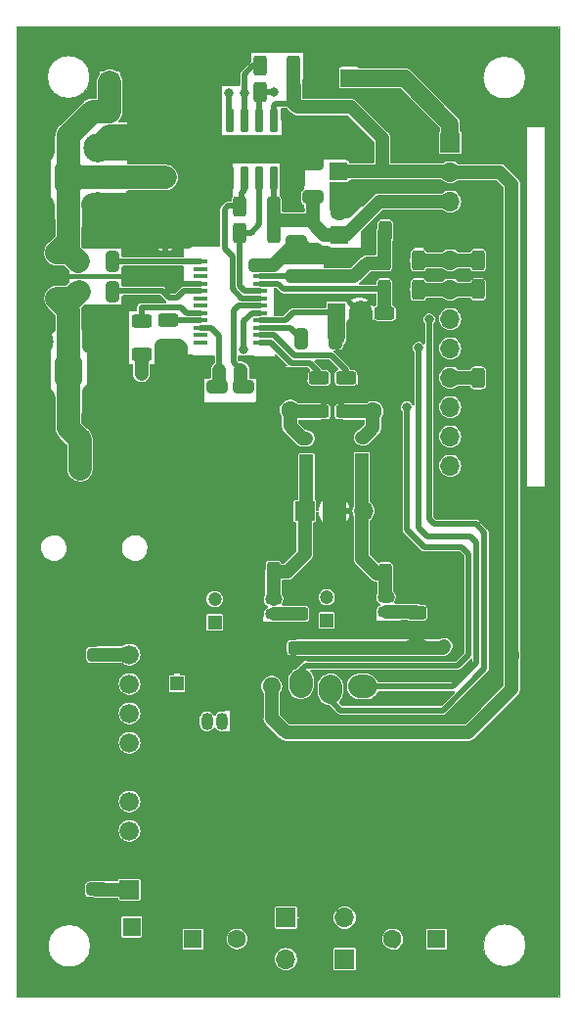
<source format=gbr>
%TF.GenerationSoftware,KiCad,Pcbnew,7.0.1*%
%TF.CreationDate,2023-09-27T13:21:00+00:00*%
%TF.ProjectId,SI4735,53493437-3335-42e6-9b69-6361645f7063,rev?*%
%TF.SameCoordinates,Original*%
%TF.FileFunction,Copper,L2,Bot*%
%TF.FilePolarity,Positive*%
%FSLAX45Y45*%
G04 Gerber Fmt 4.5, Leading zero omitted, Abs format (unit mm)*
G04 Created by KiCad (PCBNEW 7.0.1) date 2023-09-27 13:21:00*
%MOMM*%
%LPD*%
G01*
G04 APERTURE LIST*
G04 Aperture macros list*
%AMRoundRect*
0 Rectangle with rounded corners*
0 $1 Rounding radius*
0 $2 $3 $4 $5 $6 $7 $8 $9 X,Y pos of 4 corners*
0 Add a 4 corners polygon primitive as box body*
4,1,4,$2,$3,$4,$5,$6,$7,$8,$9,$2,$3,0*
0 Add four circle primitives for the rounded corners*
1,1,$1+$1,$2,$3*
1,1,$1+$1,$4,$5*
1,1,$1+$1,$6,$7*
1,1,$1+$1,$8,$9*
0 Add four rect primitives between the rounded corners*
20,1,$1+$1,$2,$3,$4,$5,0*
20,1,$1+$1,$4,$5,$6,$7,0*
20,1,$1+$1,$6,$7,$8,$9,0*
20,1,$1+$1,$8,$9,$2,$3,0*%
G04 Aperture macros list end*
%TA.AperFunction,ComponentPad*%
%ADD10C,1.600000*%
%TD*%
%TA.AperFunction,ComponentPad*%
%ADD11O,1.600000X1.600000*%
%TD*%
%TA.AperFunction,ComponentPad*%
%ADD12R,1.600000X1.600000*%
%TD*%
%TA.AperFunction,ComponentPad*%
%ADD13R,1.500000X1.050000*%
%TD*%
%TA.AperFunction,ComponentPad*%
%ADD14O,1.500000X1.050000*%
%TD*%
%TA.AperFunction,ComponentPad*%
%ADD15R,1.700000X1.700000*%
%TD*%
%TA.AperFunction,ComponentPad*%
%ADD16O,1.700000X1.700000*%
%TD*%
%TA.AperFunction,ComponentPad*%
%ADD17RoundRect,0.200100X0.949900X-0.949900X0.949900X0.949900X-0.949900X0.949900X-0.949900X-0.949900X0*%
%TD*%
%TA.AperFunction,ComponentPad*%
%ADD18C,2.500000*%
%TD*%
%TA.AperFunction,ComponentPad*%
%ADD19R,1.200000X1.200000*%
%TD*%
%TA.AperFunction,ComponentPad*%
%ADD20C,1.200000*%
%TD*%
%TA.AperFunction,ComponentPad*%
%ADD21R,1.050000X1.500000*%
%TD*%
%TA.AperFunction,ComponentPad*%
%ADD22O,1.050000X1.500000*%
%TD*%
%TA.AperFunction,ComponentPad*%
%ADD23C,2.000000*%
%TD*%
%TA.AperFunction,ComponentPad*%
%ADD24C,1.000000*%
%TD*%
%TA.AperFunction,ComponentPad*%
%ADD25R,1.000000X1.000000*%
%TD*%
%TA.AperFunction,ComponentPad*%
%ADD26R,1.676400X1.676400*%
%TD*%
%TA.AperFunction,ComponentPad*%
%ADD27C,1.676400*%
%TD*%
%TA.AperFunction,SMDPad,CuDef*%
%ADD28RoundRect,0.250000X0.312500X0.625000X-0.312500X0.625000X-0.312500X-0.625000X0.312500X-0.625000X0*%
%TD*%
%TA.AperFunction,SMDPad,CuDef*%
%ADD29RoundRect,0.250000X0.650000X-0.325000X0.650000X0.325000X-0.650000X0.325000X-0.650000X-0.325000X0*%
%TD*%
%TA.AperFunction,SMDPad,CuDef*%
%ADD30RoundRect,0.250000X0.625000X-0.312500X0.625000X0.312500X-0.625000X0.312500X-0.625000X-0.312500X0*%
%TD*%
%TA.AperFunction,SMDPad,CuDef*%
%ADD31RoundRect,0.250000X-0.625000X0.312500X-0.625000X-0.312500X0.625000X-0.312500X0.625000X0.312500X0*%
%TD*%
%TA.AperFunction,SMDPad,CuDef*%
%ADD32RoundRect,0.250000X-0.650000X0.325000X-0.650000X-0.325000X0.650000X-0.325000X0.650000X0.325000X0*%
%TD*%
%TA.AperFunction,SMDPad,CuDef*%
%ADD33RoundRect,0.250000X-0.325000X-0.650000X0.325000X-0.650000X0.325000X0.650000X-0.325000X0.650000X0*%
%TD*%
%TA.AperFunction,SMDPad,CuDef*%
%ADD34RoundRect,0.250000X-0.312500X-0.625000X0.312500X-0.625000X0.312500X0.625000X-0.312500X0.625000X0*%
%TD*%
%TA.AperFunction,SMDPad,CuDef*%
%ADD35R,1.200000X0.400000*%
%TD*%
%TA.AperFunction,SMDPad,CuDef*%
%ADD36RoundRect,0.250000X0.325000X0.650000X-0.325000X0.650000X-0.325000X-0.650000X0.325000X-0.650000X0*%
%TD*%
%TA.AperFunction,SMDPad,CuDef*%
%ADD37RoundRect,0.042000X0.258000X-0.943000X0.258000X0.943000X-0.258000X0.943000X-0.258000X-0.943000X0*%
%TD*%
%TA.AperFunction,ViaPad*%
%ADD38C,0.800000*%
%TD*%
%TA.AperFunction,Conductor*%
%ADD39C,2.000000*%
%TD*%
%TA.AperFunction,Conductor*%
%ADD40C,0.500000*%
%TD*%
%TA.AperFunction,Conductor*%
%ADD41C,1.200000*%
%TD*%
%TA.AperFunction,Conductor*%
%ADD42C,1.500000*%
%TD*%
%TA.AperFunction,Profile*%
%ADD43C,0.050000*%
%TD*%
%TA.AperFunction,Profile*%
%ADD44C,0.100000*%
%TD*%
G04 APERTURE END LIST*
D10*
%TO.P,L1,1,1*%
%TO.N,Net-(D1-A)*%
X13782500Y-9232500D03*
D11*
%TO.P,L1,2,2*%
%TO.N,GND*%
X13782500Y-9740500D03*
%TD*%
D12*
%TO.P,C7,1*%
%TO.N,+5V*%
X15266989Y-10400000D03*
D10*
%TO.P,C7,2*%
%TO.N,GND*%
X15466989Y-10400000D03*
%TD*%
D13*
%TO.P,Q3,1,E*%
%TO.N,GND*%
X14721250Y-13134000D03*
D14*
%TO.P,Q3,2,B*%
%TO.N,Net-(Q3-B)*%
X14721250Y-13007000D03*
%TO.P,Q3,3,C*%
%TO.N,Left_Pre*%
X14721250Y-12880000D03*
%TD*%
D15*
%TO.P,J4,1,Pin_1*%
%TO.N,Net-(J2-Pin_3)*%
X14829800Y-15636210D03*
D16*
%TO.P,J4,2,Pin_2*%
%TO.N,GND*%
X15083800Y-15636210D03*
%TO.P,J4,3,Pin_3*%
%TO.N,Net-(J2-Pin_1)*%
X15337800Y-15636210D03*
%TD*%
D12*
%TO.P,D4,1,K*%
%TO.N,GND*%
X13807500Y-11751500D03*
D11*
%TO.P,D4,2,A*%
%TO.N,Net-(D3-K)*%
X13045500Y-11751500D03*
%TD*%
D13*
%TO.P,Q2,1,E*%
%TO.N,GND*%
X15695000Y-13116260D03*
D14*
%TO.P,Q2,2,B*%
%TO.N,Net-(Q2-B)*%
X15695000Y-12989260D03*
%TO.P,Q2,3,C*%
%TO.N,Right_Pre*%
X15695000Y-12862260D03*
%TD*%
D17*
%TO.P,J3,1,Pin_1*%
%TO.N,N/C*%
X12949000Y-9234000D03*
D18*
%TO.P,J3,2,Pin_2*%
%TO.N,GND*%
X12695000Y-9488000D03*
X13203000Y-9488000D03*
X12695000Y-8980000D03*
X13203000Y-8980000D03*
%TD*%
D15*
%TO.P,J2,1,Pin_1*%
%TO.N,Net-(J2-Pin_1)*%
X15337300Y-15993710D03*
D16*
%TO.P,J2,2,Pin_2*%
%TO.N,GND*%
X15083300Y-15993710D03*
%TO.P,J2,3,Pin_3*%
%TO.N,Net-(J2-Pin_3)*%
X14829300Y-15993710D03*
%TD*%
D12*
%TO.P,U4,1,A0*%
%TO.N,GND*%
X14705480Y-14397100D03*
D11*
%TO.P,U4,2,A1*%
X14959480Y-14397100D03*
%TO.P,U4,3,A2*%
X15213480Y-14397100D03*
%TO.P,U4,4,GND*%
X15467480Y-14397100D03*
%TO.P,U4,5,SDA*%
%TO.N,A_SDA*%
X15467480Y-13635100D03*
%TO.P,U4,6,SCL*%
%TO.N,A_SCL*%
X15213480Y-13635100D03*
%TO.P,U4,7,WP*%
%TO.N,Wp*%
X14959480Y-13635100D03*
%TO.P,U4,8,VCC*%
%TO.N,5VA*%
X14705480Y-13635100D03*
%TD*%
D10*
%TO.P,C21,1*%
%TO.N,GND*%
X14865000Y-10995000D03*
%TO.P,C21,2*%
%TO.N,Net-(C21-Pad2)*%
X14865000Y-11245000D03*
%TD*%
D15*
%TO.P,J1,1,Pin_1*%
%TO.N,12V*%
X16250920Y-8933180D03*
D16*
%TO.P,J1,2,Pin_2*%
%TO.N,5VA*%
X16250920Y-9187180D03*
%TO.P,J1,3,Pin_3*%
%TO.N,3.3V*%
X16250920Y-9441180D03*
%TO.P,J1,4,Pin_4*%
%TO.N,GND*%
X16250920Y-9695180D03*
%TO.P,J1,5,Pin_5*%
%TO.N,A_RST*%
X16250920Y-9949180D03*
%TO.P,J1,6,Pin_6*%
%TO.N,A_SEN*%
X16250920Y-10203180D03*
%TO.P,J1,7,Pin_7*%
%TO.N,A_SCL*%
X16250920Y-10457180D03*
%TO.P,J1,8,Pin_8*%
%TO.N,A_SDA*%
X16250920Y-10711180D03*
%TO.P,J1,9,Pin_9*%
%TO.N,D28*%
X16250920Y-10965180D03*
%TO.P,J1,10,Pin_10*%
%TO.N,Wp*%
X16250920Y-11219180D03*
%TO.P,J1,11,Pin_11*%
%TO.N,Mute*%
X16250920Y-11473180D03*
%TO.P,J1,12,Pin_12*%
%TO.N,Sleep*%
X16250920Y-11727180D03*
%TD*%
D12*
%TO.P,C16,1*%
%TO.N,Net-(U5-SVRR)*%
X13495000Y-15715000D03*
D10*
%TO.P,C16,2*%
%TO.N,GND*%
X13495000Y-15915000D03*
%TD*%
D12*
%TO.P,C1,1*%
%TO.N,12V*%
X15377500Y-8375000D03*
D10*
%TO.P,C1,2*%
%TO.N,GND*%
X15377500Y-8175000D03*
%TD*%
D19*
%TO.P,C20,1*%
%TO.N,Net-(U5--INV1)*%
X14212500Y-13080000D03*
D20*
%TO.P,C20,2*%
%TO.N,Left_Pre*%
X14212500Y-12880000D03*
%TD*%
D19*
%TO.P,C18,1*%
%TO.N,Right_Pre*%
X15487500Y-11680000D03*
D20*
%TO.P,C18,2*%
%TO.N,Net-(C17-Pad2)*%
X15487500Y-11480000D03*
%TD*%
D12*
%TO.P,C11,1*%
%TO.N,Net-(U5-OUT2)*%
X16132500Y-15820000D03*
D10*
%TO.P,C11,2*%
%TO.N,Net-(J2-Pin_1)*%
X15752500Y-15820000D03*
%TD*%
D12*
%TO.P,C12,1*%
%TO.N,Net-(U5-OUT1)*%
X14025000Y-15819700D03*
D10*
%TO.P,C12,2*%
%TO.N,Net-(J2-Pin_3)*%
X14405000Y-15819700D03*
%TD*%
D19*
%TO.P,C19,1*%
%TO.N,Net-(U5--INV2)*%
X15182500Y-13064760D03*
D20*
%TO.P,C19,2*%
%TO.N,Right_Pre*%
X15182500Y-12864760D03*
%TD*%
D19*
%TO.P,C14,1*%
%TO.N,Net-(U5-M{slash}SS)*%
X13887500Y-13612120D03*
D20*
%TO.P,C14,2*%
%TO.N,GND*%
X13887500Y-13412120D03*
%TD*%
D12*
%TO.P,C8,1*%
%TO.N,3.3V*%
X15290000Y-9727000D03*
D10*
%TO.P,C8,2*%
%TO.N,GND*%
X15290000Y-9527000D03*
%TD*%
D15*
%TO.P,J7,1,Pin_1*%
%TO.N,Left_Pre*%
X14992000Y-12120000D03*
D16*
%TO.P,J7,2,Pin_2*%
%TO.N,GND*%
X15246000Y-12120000D03*
%TO.P,J7,3,Pin_3*%
%TO.N,Right_Pre*%
X15500000Y-12120000D03*
%TD*%
D12*
%TO.P,D3,1,K*%
%TO.N,Net-(D3-K)*%
X13044500Y-11499000D03*
D11*
%TO.P,D3,2,A*%
%TO.N,GND*%
X13806500Y-11499000D03*
%TD*%
D21*
%TO.P,Q1,1,E*%
%TO.N,GND*%
X14400580Y-13937240D03*
D22*
%TO.P,Q1,2,B*%
%TO.N,Net-(Q1-B)*%
X14273580Y-13937240D03*
%TO.P,Q1,3,C*%
%TO.N,Net-(Q1-C)*%
X14146580Y-13937240D03*
%TD*%
D23*
%TO.P,L2,1,1*%
%TO.N,Net-(D3-K)*%
X12847500Y-10280000D03*
%TO.P,L2,2,2*%
%TO.N,Net-(D1-A)*%
X12847500Y-9880000D03*
%TD*%
D10*
%TO.P,C17,1*%
%TO.N,GND*%
X15582500Y-11007500D03*
%TO.P,C17,2*%
%TO.N,Net-(C17-Pad2)*%
X15582500Y-11257500D03*
%TD*%
D12*
%TO.P,C5,1*%
%TO.N,5VA*%
X15287000Y-9179511D03*
D10*
%TO.P,C5,2*%
%TO.N,GND*%
X15287000Y-8979511D03*
%TD*%
D24*
%TO.P,Y1,1,1*%
%TO.N,Net-(U6-GPO3{slash}[DCLK])*%
X14250000Y-10896000D03*
%TO.P,Y1,2,2*%
%TO.N,Net-(U6-RCLK)*%
X14440000Y-10896000D03*
%TD*%
D12*
%TO.P,D1,1,K*%
%TO.N,GND*%
X14064500Y-8660000D03*
D11*
%TO.P,D1,2,A*%
%TO.N,Net-(D1-A)*%
X13302500Y-8660000D03*
%TD*%
D25*
%TO.P,J8,1,Pin_1*%
%TO.N,GND*%
X14050000Y-11652500D03*
%TD*%
%TO.P,J9,1,Pin_1*%
%TO.N,GND*%
X14690000Y-11650000D03*
%TD*%
D12*
%TO.P,D2,1,K*%
%TO.N,Net-(D1-A)*%
X13304000Y-8410000D03*
D11*
%TO.P,D2,2,A*%
%TO.N,GND*%
X14066000Y-8410000D03*
%TD*%
D17*
%TO.P,J5,1,Pin_1*%
%TO.N,Net-(D3-K)*%
X12948500Y-10911000D03*
D18*
%TO.P,J5,2,Pin_2*%
%TO.N,GND*%
X12694500Y-11165000D03*
X13202500Y-11165000D03*
X12694500Y-10657000D03*
X13202500Y-10657000D03*
%TD*%
D26*
%TO.P,U5,1,-INV1*%
%TO.N,Net-(U5--INV1)*%
X13474500Y-15392000D03*
D27*
%TO.P,U5,2,SGND*%
%TO.N,GND*%
X13474500Y-15138000D03*
%TO.P,U5,3,SVRR*%
%TO.N,Net-(U5-SVRR)*%
X13474500Y-14884000D03*
%TO.P,U5,4,OUT1*%
%TO.N,Net-(U5-OUT1)*%
X13474500Y-14630000D03*
%TO.P,U5,5,PGND*%
%TO.N,GND*%
X13474500Y-14376000D03*
%TO.P,U5,6,OUT2*%
%TO.N,Net-(U5-OUT2)*%
X13474500Y-14122000D03*
%TO.P,U5,7,VP*%
%TO.N,12V*%
X13474500Y-13868000D03*
%TO.P,U5,8,M/SS*%
%TO.N,Net-(U5-M{slash}SS)*%
X13474500Y-13614000D03*
%TO.P,U5,9,-INV2*%
%TO.N,Net-(U5--INV2)*%
X13474500Y-13360000D03*
%TO.P,U5,10,GND_2*%
%TO.N,GND*%
X12712500Y-13360000D03*
%TO.P,U5,11,GND_9*%
X12712500Y-13614000D03*
%TO.P,U5,12,GND_7*%
X12712500Y-13868000D03*
%TO.P,U5,13,GND*%
X12712500Y-14122000D03*
%TO.P,U5,14,GND_8*%
X12712500Y-14376000D03*
%TO.P,U5,15,GND_4*%
X12712500Y-14630000D03*
%TO.P,U5,16,GND_5*%
X12712500Y-14884000D03*
%TO.P,U5,17,GND_6*%
X12712500Y-15138000D03*
%TO.P,U5,18,GND_3*%
X12712500Y-15392000D03*
%TD*%
D19*
%TO.P,C22,1*%
%TO.N,Left_Pre*%
X15007500Y-11689760D03*
D20*
%TO.P,C22,2*%
%TO.N,Net-(C21-Pad2)*%
X15007500Y-11489760D03*
%TD*%
D28*
%TO.P,R13,1*%
%TO.N,5VA*%
X16785520Y-10967160D03*
%TO.P,R13,2*%
%TO.N,D28*%
X16493020Y-10967160D03*
%TD*%
D29*
%TO.P,C2,1*%
%TO.N,Net-(U5--INV1)*%
X13192000Y-15390000D03*
%TO.P,C2,2*%
%TO.N,GND*%
X13192000Y-15095000D03*
%TD*%
D28*
%TO.P,R6,1*%
%TO.N,3.3V*%
X14721250Y-9485000D03*
%TO.P,R6,2*%
%TO.N,S_SDIO(SDA)*%
X14428750Y-9485000D03*
%TD*%
D29*
%TO.P,C6,1*%
%TO.N,S_RST*%
X14920000Y-10087500D03*
%TO.P,C6,2*%
%TO.N,GND*%
X14920000Y-9792500D03*
%TD*%
D30*
%TO.P,R19,1*%
%TO.N,Net-(C17-Pad2)*%
X15348750Y-11258510D03*
%TO.P,R19,2*%
%TO.N,Net-(U6-ROUT{slash}[DOUT])*%
X15348750Y-10966010D03*
%TD*%
D31*
%TO.P,R4,1*%
%TO.N,S_SEN*%
X15681960Y-10406380D03*
%TO.P,R4,2*%
%TO.N,GND*%
X15681960Y-10698880D03*
%TD*%
D32*
%TO.P,C9,1*%
%TO.N,GND*%
X15064000Y-9109000D03*
%TO.P,C9,2*%
%TO.N,3.3V*%
X15064000Y-9404000D03*
%TD*%
D31*
%TO.P,R17,1*%
%TO.N,Net-(U6-GPO2{slash}[~{INT}])*%
X13810000Y-10470000D03*
%TO.P,R17,2*%
%TO.N,GND*%
X13810000Y-10762500D03*
%TD*%
D33*
%TO.P,C10,1*%
%TO.N,Net-(D1-A)*%
X13032500Y-9960000D03*
%TO.P,C10,2*%
%TO.N,Net-(U6-AMI)*%
X13327500Y-9960000D03*
%TD*%
D28*
%TO.P,R11,1*%
%TO.N,5VA*%
X16785520Y-10199660D03*
%TO.P,R11,2*%
%TO.N,A_SEN*%
X16493020Y-10199660D03*
%TD*%
D30*
%TO.P,R21,1*%
%TO.N,Net-(C21-Pad2)*%
X15116250Y-11258510D03*
%TO.P,R21,2*%
%TO.N,Net-(U6-LOUT{slash}[DFS])*%
X15116250Y-10966010D03*
%TD*%
D34*
%TO.P,R1,1*%
%TO.N,S_RST*%
X15690000Y-9695000D03*
%TO.P,R1,2*%
%TO.N,GND*%
X15982500Y-9695000D03*
%TD*%
D30*
%TO.P,R20,1*%
%TO.N,Mute*%
X14935250Y-13300000D03*
%TO.P,R20,2*%
%TO.N,Net-(Q3-B)*%
X14935250Y-13007500D03*
%TD*%
D32*
%TO.P,C24,1*%
%TO.N,Net-(U6-GPO3{slash}[DCLK])*%
X14232500Y-11045000D03*
%TO.P,C24,2*%
%TO.N,GND*%
X14232500Y-11340000D03*
%TD*%
D33*
%TO.P,C13,1*%
%TO.N,Net-(D3-K)*%
X13035000Y-10220000D03*
%TO.P,C13,2*%
%TO.N,Net-(U6-FMI)*%
X13330000Y-10220000D03*
%TD*%
D28*
%TO.P,R3,1*%
%TO.N,A_SEN*%
X15974460Y-10203180D03*
%TO.P,R3,2*%
%TO.N,S_SEN*%
X15681960Y-10203180D03*
%TD*%
%TO.P,R22,1*%
%TO.N,Left_Pre*%
X14720000Y-12645000D03*
%TO.P,R22,2*%
%TO.N,GND*%
X14427500Y-12645000D03*
%TD*%
%TO.P,R5,1*%
%TO.N,3.3V*%
X14720000Y-9710000D03*
%TO.P,R5,2*%
%TO.N,S_SCLK(SCL)*%
X14427500Y-9710000D03*
%TD*%
%TO.P,R10,1*%
%TO.N,5VA*%
X14898750Y-8497500D03*
%TO.P,R10,2*%
%TO.N,A_SCL*%
X14606250Y-8497500D03*
%TD*%
D35*
%TO.P,U6,1,DOUT*%
%TO.N,unconnected-(U6-DOUT-Pad1)*%
X14087500Y-10658500D03*
%TO.P,U6,2,DFS*%
%TO.N,unconnected-(U6-DFS-Pad2)*%
X14087500Y-10595000D03*
%TO.P,U6,3,GPO3/[DCLK]*%
%TO.N,Net-(U6-GPO3{slash}[DCLK])*%
X14087500Y-10531500D03*
%TO.P,U6,4,GPO2/[~{INT}]*%
%TO.N,Net-(U6-GPO2{slash}[~{INT}])*%
X14087500Y-10468000D03*
%TO.P,U6,5,GPO1*%
%TO.N,Net-(U6-GPO1)*%
X14087500Y-10404500D03*
%TO.P,U6,6,NC*%
%TO.N,unconnected-(U6-NC-Pad6)*%
X14087500Y-10341000D03*
%TO.P,U6,7,NC*%
%TO.N,unconnected-(U6-NC-Pad7)*%
X14087500Y-10277500D03*
%TO.P,U6,8,FMI*%
%TO.N,Net-(U6-FMI)*%
X14087500Y-10214000D03*
%TO.P,U6,9,RFGND*%
%TO.N,GND*%
X14087500Y-10150500D03*
%TO.P,U6,10,NC*%
%TO.N,unconnected-(U6-NC-Pad10)*%
X14087500Y-10087000D03*
%TO.P,U6,11,NC*%
%TO.N,unconnected-(U6-NC-Pad11)*%
X14087500Y-10023500D03*
%TO.P,U6,12,AMI*%
%TO.N,Net-(U6-AMI)*%
X14087500Y-9960000D03*
%TO.P,U6,13,GND*%
%TO.N,GND*%
X14607500Y-9960000D03*
%TO.P,U6,14,GND*%
X14607500Y-10023500D03*
%TO.P,U6,15,~{RST}*%
%TO.N,S_RST*%
X14607500Y-10087000D03*
%TO.P,U6,16,~{SEN}*%
%TO.N,S_SEN*%
X14607500Y-10150500D03*
%TO.P,U6,17,SCLK*%
%TO.N,S_SCLK(SCL)*%
X14607500Y-10214000D03*
%TO.P,U6,18,SDIO*%
%TO.N,S_SDIO(SDA)*%
X14607500Y-10277500D03*
%TO.P,U6,19,RCLK*%
%TO.N,Net-(U6-RCLK)*%
X14607500Y-10341000D03*
%TO.P,U6,20,VD*%
%TO.N,3.3V*%
X14607500Y-10404500D03*
%TO.P,U6,21,VA*%
%TO.N,+5V*%
X14607500Y-10468000D03*
%TO.P,U6,22,DBYP*%
%TO.N,Net-(U6-DBYP)*%
X14607500Y-10531500D03*
%TO.P,U6,23,ROUT/[DOUT]*%
%TO.N,Net-(U6-ROUT{slash}[DOUT])*%
X14607500Y-10595000D03*
%TO.P,U6,24,LOUT/[DFS]*%
%TO.N,Net-(U6-LOUT{slash}[DFS])*%
X14607500Y-10658500D03*
%TD*%
D28*
%TO.P,R2,1*%
%TO.N,A_RST*%
X15974060Y-9949180D03*
%TO.P,R2,2*%
%TO.N,S_RST*%
X15681560Y-9949180D03*
%TD*%
%TO.P,R9,1*%
%TO.N,5VA*%
X14897500Y-8270000D03*
%TO.P,R9,2*%
%TO.N,A_SDA*%
X14605000Y-8270000D03*
%TD*%
%TO.P,R12,1*%
%TO.N,5VA*%
X16785520Y-9949660D03*
%TO.P,R12,2*%
%TO.N,A_RST*%
X16493020Y-9949660D03*
%TD*%
D36*
%TO.P,C15,1*%
%TO.N,+5V*%
X15257500Y-10625000D03*
%TO.P,C15,2*%
%TO.N,Net-(U6-DBYP)*%
X14962500Y-10625000D03*
%TD*%
D32*
%TO.P,C23,1*%
%TO.N,Net-(U6-RCLK)*%
X14462500Y-11045000D03*
%TO.P,C23,2*%
%TO.N,GND*%
X14462500Y-11340000D03*
%TD*%
%TO.P,C3,1*%
%TO.N,Net-(U5--INV2)*%
X13200000Y-13360000D03*
%TO.P,C3,2*%
%TO.N,GND*%
X13200000Y-13655000D03*
%TD*%
D30*
%TO.P,R16,1*%
%TO.N,Mute*%
X15957500Y-13290000D03*
%TO.P,R16,2*%
%TO.N,Net-(Q2-B)*%
X15957500Y-12997500D03*
%TD*%
D31*
%TO.P,R7,1*%
%TO.N,Net-(U6-GPO1)*%
X13577500Y-10472500D03*
%TO.P,R7,2*%
%TO.N,3.3V*%
X13577500Y-10765000D03*
%TD*%
D34*
%TO.P,R18,1*%
%TO.N,Right_Pre*%
X15687500Y-12657260D03*
%TO.P,R18,2*%
%TO.N,GND*%
X15980000Y-12657260D03*
%TD*%
D37*
%TO.P,U3,1,VCCA*%
%TO.N,3.3V*%
X14721750Y-9236500D03*
%TO.P,U3,2,SCLA*%
%TO.N,S_SCLK(SCL)*%
X14594750Y-9236500D03*
%TO.P,U3,3,SDAA*%
%TO.N,S_SDIO(SDA)*%
X14467750Y-9236500D03*
%TO.P,U3,4,GND*%
%TO.N,GND*%
X14340750Y-9236500D03*
%TO.P,U3,5,EN*%
%TO.N,D28*%
X14340750Y-8742500D03*
%TO.P,U3,6,SDAB*%
%TO.N,A_SDA*%
X14467750Y-8742500D03*
%TO.P,U3,7,SCLB*%
%TO.N,A_SCL*%
X14594750Y-8742500D03*
%TO.P,U3,8,VCCB*%
%TO.N,5VA*%
X14721750Y-8742500D03*
%TD*%
D29*
%TO.P,C4,1*%
%TO.N,GND*%
X15095000Y-8920000D03*
%TO.P,C4,2*%
%TO.N,5VA*%
X15095000Y-8625000D03*
%TD*%
D38*
%TO.N,GND*%
X13862500Y-10150000D03*
X15073000Y-9925000D03*
X15191000Y-9926000D03*
%TO.N,3.3V*%
X13577500Y-10935000D03*
X14462500Y-10725000D03*
%TO.N,A_SDA*%
X15977500Y-10707500D03*
X14467750Y-8500000D03*
%TO.N,A_SCL*%
X16070000Y-10460000D03*
X14727500Y-8495000D03*
%TO.N,D28*%
X14335000Y-8500000D03*
%TO.N,Mute*%
X16200000Y-13287500D03*
%TO.N,Wp*%
X15875000Y-11220000D03*
%TD*%
D39*
%TO.N,Net-(D1-A)*%
X12945000Y-8870000D02*
X13155000Y-8660000D01*
X12945000Y-9782500D02*
X12945000Y-9787500D01*
D40*
X12937500Y-9880000D02*
X12945000Y-9872500D01*
D39*
X12952500Y-9880000D02*
X13032500Y-9960000D01*
D40*
X13781500Y-9231500D02*
X13782500Y-9232500D01*
D39*
X13304000Y-8658500D02*
X13302500Y-8660000D01*
X13304000Y-8410000D02*
X13304000Y-8658500D01*
X13302500Y-8660000D02*
X13155000Y-8660000D01*
X13782500Y-9232500D02*
X13780000Y-9235000D01*
X12945000Y-8870000D02*
X12945000Y-9872500D01*
X13780000Y-9235000D02*
X12948250Y-9235000D01*
X13155000Y-8660000D02*
X13197500Y-8660000D01*
X12945000Y-9787500D02*
X12847000Y-9885500D01*
X12847500Y-9880000D02*
X12952500Y-9880000D01*
X12948500Y-8873500D02*
X12945000Y-8870000D01*
X13032500Y-9960000D02*
X12945000Y-9872500D01*
D40*
%TO.N,Net-(U6-AMI)*%
X13940000Y-9960000D02*
X13906500Y-9960000D01*
X14087500Y-9960000D02*
X13940000Y-9960000D01*
X13329000Y-9961500D02*
X13905000Y-9961500D01*
X13906500Y-9960000D02*
X13905000Y-9961500D01*
X13327500Y-9960000D02*
X13329000Y-9961500D01*
X13940000Y-9960000D02*
X13327500Y-9960000D01*
X13905000Y-9961500D02*
X13977500Y-9961500D01*
D41*
%TO.N,GND*%
X13677500Y-16032500D02*
X13675000Y-16030000D01*
X13747500Y-10850000D02*
X13747500Y-10685000D01*
X13205000Y-10886000D02*
X13205000Y-10659500D01*
D39*
X13157500Y-9750000D02*
X13970500Y-9750000D01*
D41*
X13831000Y-11087000D02*
X13831000Y-11340000D01*
X13917500Y-10702500D02*
X13822500Y-10702500D01*
X13182500Y-9447500D02*
X13182500Y-9757500D01*
X15073000Y-9925000D02*
X15074000Y-9926000D01*
D39*
X14418750Y-12653750D02*
X14377500Y-12653750D01*
D41*
X13202500Y-11165000D02*
X13313000Y-11165000D01*
X13762500Y-10865000D02*
X13747500Y-10850000D01*
X15983500Y-9696000D02*
X16111000Y-9696000D01*
X14377500Y-12561250D02*
X14377500Y-12653750D01*
X15364460Y-8982100D02*
X15382180Y-8999820D01*
X14955000Y-13167500D02*
X14505000Y-13167500D01*
X16139000Y-9781000D02*
X16236000Y-9781000D01*
X14835720Y-9052500D02*
X14325000Y-9052500D01*
D40*
X13806500Y-11499000D02*
X13806500Y-11448000D01*
D39*
X12595000Y-9522500D02*
X12595000Y-10030500D01*
D41*
X15982500Y-9695000D02*
X15983500Y-9696000D01*
X13403000Y-11165000D02*
X13202500Y-11165000D01*
D40*
X14541000Y-10023500D02*
X14607500Y-10023500D01*
D39*
X12598500Y-12394000D02*
X12597500Y-12395000D01*
D41*
X14950000Y-11072132D02*
X14927132Y-11095000D01*
X13746000Y-11324500D02*
X13678000Y-11392500D01*
X16111000Y-9696000D02*
X16390000Y-9696000D01*
D39*
X13645000Y-11755000D02*
X13652500Y-11762500D01*
D40*
X15095000Y-9115000D02*
X15095000Y-9085000D01*
D39*
X13202500Y-9552500D02*
X13202500Y-9485500D01*
D41*
X14575000Y-11535000D02*
X14690000Y-11650000D01*
X16156000Y-9607000D02*
X15879000Y-9607000D01*
X16423000Y-9782000D02*
X16423000Y-9607000D01*
X15446989Y-10400000D02*
X15476989Y-10430000D01*
X15411000Y-9343000D02*
X15300000Y-9343000D01*
X15469000Y-8149000D02*
X15466000Y-8152000D01*
D39*
X13454000Y-11499000D02*
X13350000Y-11395000D01*
X13912500Y-11392500D02*
X13912500Y-11630000D01*
X13454000Y-11681500D02*
X13535000Y-11762500D01*
D41*
X13849000Y-10865000D02*
X13849000Y-11069000D01*
D39*
X15910000Y-12742500D02*
X15910000Y-12582500D01*
D41*
X13165853Y-10692000D02*
X13205000Y-10731147D01*
X16423000Y-9607000D02*
X16156000Y-9607000D01*
D39*
X12712500Y-13160000D02*
X12712500Y-13614000D01*
X12693000Y-10490000D02*
X12693000Y-11163500D01*
D41*
X14179000Y-8366000D02*
X14139000Y-8326000D01*
D39*
X13574160Y-14417500D02*
X13574160Y-14329160D01*
D41*
X14772000Y-11756000D02*
X14779000Y-11749000D01*
D39*
X12604000Y-15490000D02*
X12850000Y-15490000D01*
X13246500Y-14376000D02*
X13180000Y-14442500D01*
D41*
X13746000Y-11264000D02*
X13736000Y-11264000D01*
D39*
X12694500Y-12004500D02*
X13293000Y-12004500D01*
X15476989Y-10551989D02*
X15623880Y-10698880D01*
X15681960Y-10698880D02*
X15786380Y-10698880D01*
X12694500Y-12143000D02*
X12597500Y-12240000D01*
X13247500Y-14375000D02*
X13380500Y-14375000D01*
D41*
X15390361Y-8813780D02*
X15095220Y-8813780D01*
D39*
X13317500Y-15090000D02*
X13005000Y-15090000D01*
D41*
X13675000Y-15962500D02*
X13667500Y-15970000D01*
X14043000Y-15363000D02*
X13807000Y-15599000D01*
X16236000Y-9781000D02*
X15875000Y-9781000D01*
X14761000Y-10891000D02*
X14865000Y-10995000D01*
D39*
X16142500Y-12742500D02*
X16065240Y-12742500D01*
X15532500Y-14330000D02*
X15485000Y-14282500D01*
X13209500Y-8984500D02*
X13830500Y-8984500D01*
D40*
X13862500Y-10150000D02*
X14087000Y-10150000D01*
D39*
X13454000Y-11499000D02*
X13454000Y-11681500D01*
D41*
X13667500Y-15970000D02*
X13602000Y-15970000D01*
D39*
X13831000Y-11340000D02*
X13487500Y-11340000D01*
D40*
X13090000Y-11345000D02*
X13090000Y-11075000D01*
D41*
X14060000Y-8660000D02*
X14064500Y-8660000D01*
X15180000Y-15602500D02*
X15107500Y-15530000D01*
X13291500Y-10799500D02*
X13345000Y-10799500D01*
X14864000Y-9017720D02*
X14353280Y-9017720D01*
D39*
X13922500Y-11392500D02*
X13980000Y-11450000D01*
X13325000Y-15082500D02*
X13317500Y-15090000D01*
X14090000Y-11340000D02*
X13980000Y-11450000D01*
D41*
X12689500Y-9555500D02*
X12602500Y-9642500D01*
D39*
X12597000Y-10491000D02*
X12597000Y-10999000D01*
X13702000Y-13348000D02*
X14210000Y-13348000D01*
X13887500Y-13412120D02*
X13984620Y-13315000D01*
D41*
X15917500Y-9630000D02*
X15982500Y-9695000D01*
X15670000Y-11095000D02*
X15670000Y-10990000D01*
X15167079Y-9926000D02*
X15191000Y-9926000D01*
X14920000Y-9890000D02*
X14956000Y-9926000D01*
D39*
X12689500Y-9670500D02*
X12689500Y-9365000D01*
X13198000Y-8984500D02*
X13198500Y-8985000D01*
D40*
X13170000Y-10995000D02*
X13202500Y-10995000D01*
D41*
X15362081Y-9527000D02*
X15487500Y-9401581D01*
X14793000Y-9919500D02*
X14722500Y-9990000D01*
D39*
X12672500Y-9009500D02*
X12672500Y-9520500D01*
X16065240Y-12742500D02*
X15910000Y-12742500D01*
D41*
X13123500Y-10578000D02*
X13123500Y-10562500D01*
X14928000Y-9882000D02*
X14920000Y-9890000D01*
D39*
X13796500Y-11762500D02*
X13807500Y-11751500D01*
X12737500Y-11145000D02*
X12737500Y-11295000D01*
D41*
X13825000Y-11093000D02*
X13825000Y-11334000D01*
X14793000Y-9914000D02*
X14793000Y-9919500D01*
D39*
X14005000Y-11827500D02*
X13883500Y-11827500D01*
X12995000Y-15080000D02*
X13005000Y-15090000D01*
D41*
X15191000Y-9888000D02*
X15185000Y-9882000D01*
X14490000Y-13826250D02*
X14490000Y-14037500D01*
D39*
X12694500Y-11815000D02*
X12694500Y-12143000D01*
X12725000Y-9626875D02*
X12725000Y-9635000D01*
D41*
X14487500Y-13790000D02*
X14245000Y-13790000D01*
X15095220Y-9017720D02*
X15204000Y-9017720D01*
X13313000Y-11165000D02*
X13385000Y-11093000D01*
D39*
X12760500Y-15090000D02*
X12712500Y-15138000D01*
D41*
X13123500Y-10692000D02*
X13165853Y-10692000D01*
X13202500Y-10657000D02*
X13123500Y-10578000D01*
D39*
X14535000Y-13197500D02*
X14725000Y-13197500D01*
D41*
X15083800Y-15636210D02*
X15083800Y-15440800D01*
X14353280Y-9017720D02*
X14345000Y-9026000D01*
X13123500Y-10562500D02*
X13123500Y-10692000D01*
X14600000Y-11237500D02*
X14597500Y-11240000D01*
X14950000Y-10940000D02*
X14955000Y-10935000D01*
X15095220Y-9017720D02*
X15474280Y-9017720D01*
D39*
X13551820Y-15187500D02*
X13567500Y-15171820D01*
X14035000Y-9037500D02*
X14035000Y-9505000D01*
D41*
X14567500Y-11340000D02*
X14600000Y-11307500D01*
D39*
X14425000Y-13052500D02*
X14425000Y-13287500D01*
D41*
X15497740Y-11094260D02*
X15497740Y-11092260D01*
X14402500Y-13843750D02*
X14402500Y-14035000D01*
D39*
X15910000Y-12582500D02*
X15912500Y-12580000D01*
D41*
X13345000Y-10963000D02*
X13345000Y-10799500D01*
X14960000Y-13135000D02*
X14510000Y-13135000D01*
X15477000Y-11115000D02*
X15497740Y-11094260D01*
D39*
X13806500Y-11499000D02*
X13806500Y-11652500D01*
X12712500Y-15392000D02*
X12712500Y-13360000D01*
D41*
X14765000Y-11095000D02*
X14927132Y-11095000D01*
X15095000Y-8920000D02*
X15302360Y-8920000D01*
X13391000Y-11009000D02*
X13345000Y-10963000D01*
X13205000Y-10886000D02*
X13291500Y-10799500D01*
D40*
X14340750Y-9030250D02*
X14340750Y-9236500D01*
X13202500Y-10995000D02*
X13207500Y-10990000D01*
D41*
X13977000Y-8326000D02*
X13939000Y-8364000D01*
X13385000Y-11093000D02*
X13433000Y-11093000D01*
D39*
X14567500Y-11340000D02*
X14462500Y-11340000D01*
D41*
X14148000Y-8769000D02*
X14155000Y-8776000D01*
X15096789Y-9855711D02*
X15167079Y-9926000D01*
X16047500Y-9630000D02*
X16070500Y-9607000D01*
X14425000Y-13052500D02*
X14425000Y-13087500D01*
X14922500Y-9103220D02*
X15008000Y-9017720D01*
X14490000Y-13826250D02*
X14486250Y-13822500D01*
D39*
X14442500Y-13197500D02*
X14425000Y-13180000D01*
X13390500Y-9740500D02*
X13292500Y-9642500D01*
D41*
X13397500Y-15215000D02*
X13425000Y-15187500D01*
D39*
X13247500Y-14525000D02*
X13247500Y-14375000D01*
X14705480Y-14397100D02*
X14705480Y-14490480D01*
X14462500Y-11340000D02*
X14232500Y-11340000D01*
D41*
X14600000Y-11237500D02*
X14622500Y-11215000D01*
X12689500Y-9500500D02*
X12689500Y-9555500D01*
D39*
X13247500Y-15020000D02*
X13247500Y-14525000D01*
X12995000Y-14375000D02*
X12995000Y-15080000D01*
D41*
X14472000Y-11240000D02*
X14017500Y-11240000D01*
X13825000Y-11093000D02*
X13746000Y-11093000D01*
X16107000Y-9656000D02*
X16107000Y-9692000D01*
D39*
X12694500Y-11165000D02*
X12694500Y-11815000D01*
D41*
X14950000Y-11030000D02*
X14950000Y-11072132D01*
X13788000Y-15922000D02*
X13806000Y-15922000D01*
X14139000Y-8326000D02*
X13977000Y-8326000D01*
X13747500Y-10685000D02*
X13772500Y-10710000D01*
X14626500Y-11462500D02*
X14554000Y-11535000D01*
X15030000Y-15530000D02*
X15000000Y-15560000D01*
D39*
X13952500Y-11880000D02*
X13417500Y-11880000D01*
D41*
X14746000Y-11114000D02*
X14690000Y-11170000D01*
X13082500Y-13601250D02*
X13082500Y-13693750D01*
X13433000Y-11093000D02*
X13568000Y-11228000D01*
D39*
X14705480Y-14397100D02*
X15467480Y-14397100D01*
D41*
X15874000Y-9782000D02*
X15856000Y-9764000D01*
X15425291Y-9391709D02*
X15425291Y-9357291D01*
X15856000Y-9630000D02*
X16047500Y-9630000D01*
D39*
X13560820Y-14315820D02*
X13417500Y-14315820D01*
X15480000Y-14542500D02*
X15532500Y-14490000D01*
D40*
X15095220Y-9113160D02*
X15095220Y-9017720D01*
D41*
X14706000Y-11030000D02*
X14706000Y-11114000D01*
D39*
X13540000Y-11392500D02*
X13678000Y-11392500D01*
D41*
X14955000Y-10935000D02*
X14781000Y-10935000D01*
X13327000Y-10519000D02*
X13350000Y-10542000D01*
X15997500Y-13165000D02*
X15547500Y-13165000D01*
X14690000Y-11462500D02*
X14690000Y-11130000D01*
X15072000Y-9926000D02*
X15073000Y-9925000D01*
D39*
X13909000Y-11340000D02*
X13831000Y-11340000D01*
X12713500Y-14375000D02*
X12712500Y-14376000D01*
X13830500Y-8984500D02*
X13837500Y-8977500D01*
D41*
X14600000Y-11307500D02*
X14600000Y-11237500D01*
D39*
X13474500Y-15138000D02*
X13425000Y-15187500D01*
X14015500Y-9485500D02*
X14035000Y-9505000D01*
X14035000Y-9647500D02*
X13942000Y-9740500D01*
X13912500Y-11392500D02*
X13922500Y-11392500D01*
X13875000Y-8877500D02*
X14035000Y-9037500D01*
D41*
X15006789Y-9855711D02*
X15096789Y-9855711D01*
X14447500Y-14080000D02*
X14308750Y-14080000D01*
X14875132Y-11043000D02*
X14947132Y-11115000D01*
D39*
X13312500Y-11165000D02*
X13540000Y-11392500D01*
X13202500Y-8977500D02*
X13302500Y-8877500D01*
X13487500Y-11340000D02*
X13540000Y-11392500D01*
X14377500Y-12653750D02*
X14425000Y-12701250D01*
X12689500Y-8992500D02*
X12672500Y-9009500D01*
D41*
X15481000Y-9011000D02*
X15481000Y-8904419D01*
D39*
X16062500Y-12595000D02*
X16042260Y-12595000D01*
D41*
X14590000Y-11756000D02*
X14772000Y-11756000D01*
X14554000Y-11535000D02*
X14575000Y-11535000D01*
X13920000Y-10712500D02*
X13920000Y-10865000D01*
D39*
X12694500Y-11815000D02*
X12694500Y-12004500D01*
X14030000Y-9642500D02*
X14035000Y-9647500D01*
X13645000Y-11499000D02*
X13645000Y-11755000D01*
D41*
X14639000Y-11181000D02*
X14639000Y-10888000D01*
D39*
X13207500Y-11357500D02*
X13207500Y-10544500D01*
X13350000Y-11947500D02*
X13293000Y-12004500D01*
D41*
X14490000Y-14037500D02*
X14447500Y-14080000D01*
X15364460Y-8982100D02*
X15130840Y-8982100D01*
D39*
X12694500Y-10657000D02*
X12619000Y-10657000D01*
X15246000Y-12120000D02*
X15246000Y-11881500D01*
X14050000Y-11652500D02*
X13935000Y-11652500D01*
D41*
X13205000Y-11162500D02*
X13205000Y-10886000D01*
D39*
X13180000Y-14902500D02*
X13180000Y-14442500D01*
D41*
X15475440Y-9340440D02*
X15487500Y-9352500D01*
D39*
X13645000Y-11499000D02*
X13454000Y-11499000D01*
D41*
X14690000Y-11462500D02*
X14690000Y-11511000D01*
X13746000Y-11093000D02*
X13746000Y-11264000D01*
X15130840Y-8982100D02*
X15095220Y-9017720D01*
D39*
X12597500Y-8757500D02*
X12722500Y-8882500D01*
D41*
X13849000Y-11069000D02*
X13831000Y-11087000D01*
X16107000Y-9692000D02*
X16111000Y-9696000D01*
D39*
X14035000Y-9505000D02*
X14035000Y-9647500D01*
D41*
X13205000Y-10659500D02*
X13202500Y-10657000D01*
X15879000Y-9607000D02*
X15856000Y-9630000D01*
X14779000Y-11749000D02*
X14779000Y-11551500D01*
X15450000Y-8212000D02*
X15288000Y-8212000D01*
D39*
X12619000Y-10657000D02*
X12598500Y-10677500D01*
X14005000Y-11827500D02*
X13952500Y-11880000D01*
D41*
X15481000Y-9011000D02*
X15210720Y-9011000D01*
X16111000Y-9753000D02*
X16139000Y-9781000D01*
X14793000Y-9919500D02*
X14799500Y-9926000D01*
D39*
X12597500Y-8757500D02*
X12597500Y-9265500D01*
D41*
X15512500Y-10897500D02*
X15545000Y-10865000D01*
X15266000Y-9503000D02*
X15290000Y-9527000D01*
X13831000Y-10883000D02*
X13849000Y-10865000D01*
X14799500Y-9926000D02*
X14956000Y-9926000D01*
X15076060Y-9094000D02*
X14937000Y-9094000D01*
X15856000Y-9630000D02*
X15917500Y-9630000D01*
X13677500Y-16032500D02*
X13788000Y-15922000D01*
D39*
X12725000Y-9478125D02*
X12725000Y-9626875D01*
D41*
X14179000Y-8752000D02*
X14179000Y-8366000D01*
X14554000Y-11720000D02*
X14590000Y-11756000D01*
X13197500Y-8992500D02*
X13212500Y-8977500D01*
X14927132Y-11095000D02*
X14947132Y-11115000D01*
X15497740Y-11092260D02*
X15582500Y-11007500D01*
X13920000Y-11329000D02*
X13909000Y-11340000D01*
X13391000Y-11009000D02*
X13358500Y-11009000D01*
X14752000Y-13197500D02*
X14812500Y-13137000D01*
X14690000Y-11656000D02*
X14590000Y-11756000D01*
D39*
X14705480Y-14490480D02*
X14757500Y-14542500D01*
D41*
X14865000Y-10995000D02*
X14741000Y-10995000D01*
X13120000Y-9765000D02*
X13117500Y-9762500D01*
X14690000Y-11130000D02*
X14706000Y-11114000D01*
X14690000Y-11462500D02*
X14626500Y-11462500D01*
D39*
X13720000Y-11392500D02*
X13912500Y-11392500D01*
X12693000Y-11163500D02*
X12694500Y-11165000D01*
X13381500Y-14376000D02*
X13532660Y-14376000D01*
X13652500Y-11762500D02*
X13796500Y-11762500D01*
X13837500Y-8977500D02*
X13975000Y-8977500D01*
D41*
X13736000Y-11264000D02*
X13634000Y-11162000D01*
X14775000Y-11596000D02*
X14775000Y-11745000D01*
X14693000Y-11043000D02*
X14875132Y-11043000D01*
X14864000Y-8939000D02*
X14864000Y-9017720D01*
X15481000Y-8904419D02*
X15465419Y-8920000D01*
D39*
X13980000Y-11450000D02*
X14050000Y-11520000D01*
X12597500Y-12240000D02*
X12597500Y-12395000D01*
D41*
X15008000Y-9017720D02*
X14937000Y-9017720D01*
D39*
X13202500Y-8977500D02*
X13209500Y-8984500D01*
D41*
X15005250Y-9857250D02*
X15073000Y-9925000D01*
D39*
X13975000Y-8977500D02*
X14035000Y-9037500D01*
D41*
X13822500Y-10702500D02*
X13847500Y-10727500D01*
X13647500Y-15872500D02*
X13665000Y-15890000D01*
X15005250Y-9857250D02*
X15006789Y-9855711D01*
X15512500Y-11037500D02*
X15512500Y-10897500D01*
D39*
X14425000Y-13287500D02*
X14452500Y-13315000D01*
D40*
X13807500Y-11500000D02*
X13806500Y-11499000D01*
D39*
X15476989Y-10551989D02*
X15476989Y-10400000D01*
X13782500Y-9740500D02*
X13390500Y-9740500D01*
D41*
X15000000Y-15560000D02*
X15000000Y-16110000D01*
X15300000Y-9343000D02*
X15280000Y-9363000D01*
D39*
X13392500Y-8977500D02*
X13202500Y-8977500D01*
D41*
X13390000Y-15872500D02*
X13647500Y-15872500D01*
D39*
X13350000Y-11395000D02*
X13350000Y-11947500D01*
D41*
X15469000Y-8053000D02*
X15469000Y-8215000D01*
D40*
X14356000Y-9015000D02*
X14716000Y-9015000D01*
D39*
X14612500Y-14540000D02*
X14615000Y-14542500D01*
D41*
X13358500Y-11009000D02*
X13202500Y-11165000D01*
X14775000Y-11596000D02*
X14721000Y-11650000D01*
X14940500Y-9792500D02*
X15005250Y-9857250D01*
D39*
X12850000Y-13282500D02*
X12720000Y-13152500D01*
X13425000Y-15187500D02*
X13551820Y-15187500D01*
D41*
X13849000Y-11069000D02*
X13825000Y-11093000D01*
D39*
X13532660Y-14376000D02*
X13574160Y-14417500D01*
X15083800Y-15993210D02*
X15083800Y-15636210D01*
D41*
X14645000Y-11262500D02*
X14567500Y-11340000D01*
D39*
X12850000Y-15215000D02*
X12850000Y-13282500D01*
X13202500Y-11247500D02*
X13350000Y-11395000D01*
X14690000Y-11462500D02*
X14567500Y-11340000D01*
D41*
X13167000Y-10519000D02*
X13123500Y-10562500D01*
X14402500Y-14035000D02*
X14447500Y-14080000D01*
X12850000Y-15215000D02*
X12927000Y-15138000D01*
X13602000Y-15970000D02*
X13377500Y-15970000D01*
X16156000Y-9607000D02*
X16070500Y-9607000D01*
X14900000Y-11030000D02*
X14950000Y-11030000D01*
X14155000Y-8776000D02*
X14179000Y-8752000D01*
X15545000Y-13007500D02*
X15552500Y-13015000D01*
D39*
X13474500Y-14376000D02*
X13246500Y-14376000D01*
D41*
X16422000Y-9781000D02*
X16423000Y-9782000D01*
D40*
X14537500Y-9960000D02*
X14532500Y-9965000D01*
D39*
X15246000Y-12403500D02*
X15246000Y-12120000D01*
D41*
X14721000Y-11650000D02*
X14690000Y-11650000D01*
X13650000Y-15922000D02*
X13602000Y-15970000D01*
X14580000Y-11240000D02*
X14472000Y-11240000D01*
X14734000Y-10888000D02*
X14737000Y-10891000D01*
X15982500Y-9695000D02*
X15982680Y-9695180D01*
D39*
X14066000Y-8410000D02*
X14064500Y-8411500D01*
D41*
X13939000Y-8757000D02*
X13951000Y-8769000D01*
D39*
X13180000Y-14952500D02*
X13180000Y-14902500D01*
X16220000Y-12820000D02*
X16142500Y-12742500D01*
D41*
X14989220Y-8813780D02*
X14864000Y-8939000D01*
X15127500Y-16135000D02*
X15032500Y-16135000D01*
D39*
X14615000Y-14542500D02*
X14814080Y-14542500D01*
X12690000Y-9670000D02*
X12689500Y-9670500D01*
D41*
X14345000Y-9026000D02*
X14999720Y-9026000D01*
X15185000Y-9882000D02*
X14928000Y-9882000D01*
D39*
X13205000Y-14417500D02*
X13180000Y-14442500D01*
X15532500Y-14490000D02*
X15532500Y-14330000D01*
X12597500Y-15481500D02*
X12596500Y-15482500D01*
D41*
X14920000Y-9792500D02*
X14920000Y-9890000D01*
X13917500Y-10702500D02*
X13900000Y-10685000D01*
D39*
X15246000Y-11881500D02*
X15247500Y-11880000D01*
X14612500Y-14282500D02*
X14612500Y-14540000D01*
D41*
X15095220Y-8813780D02*
X14989220Y-8813780D01*
D39*
X12689500Y-9500500D02*
X12689500Y-8992500D01*
D41*
X15378000Y-9343000D02*
X15411000Y-9343000D01*
X14956000Y-9926000D02*
X15072000Y-9926000D01*
X14781000Y-10935000D02*
X14737000Y-10891000D01*
D39*
X14425000Y-12701250D02*
X14425000Y-13052500D01*
X14049500Y-8426500D02*
X14066000Y-8410000D01*
X13678000Y-11392500D02*
X13720000Y-11392500D01*
D41*
X14761000Y-10891000D02*
X14900000Y-11030000D01*
X15266000Y-9340440D02*
X15266000Y-9503000D01*
X15982680Y-9695180D02*
X16250920Y-9695180D01*
D39*
X14718250Y-13180000D02*
X14700750Y-13197500D01*
D41*
X13634000Y-11093000D02*
X13475000Y-11093000D01*
X13900000Y-10685000D02*
X13747500Y-10685000D01*
D39*
X13157500Y-9465000D02*
X13970500Y-9465000D01*
D41*
X14947132Y-11115000D02*
X15477000Y-11115000D01*
X14610000Y-11382500D02*
X14542500Y-11450000D01*
X14466250Y-12562500D02*
X14378750Y-12562500D01*
X13212500Y-8977500D02*
X13392500Y-8977500D01*
X13380000Y-16030000D02*
X13380000Y-15882500D01*
X16000000Y-13122500D02*
X15550000Y-13122500D01*
D39*
X13574160Y-14329160D02*
X13560820Y-14315820D01*
D40*
X13090000Y-11075000D02*
X13170000Y-10995000D01*
D41*
X14999720Y-9026000D02*
X15008000Y-9017720D01*
X16156000Y-9607000D02*
X16107000Y-9656000D01*
D39*
X15247500Y-12405000D02*
X15246000Y-12403500D01*
D41*
X14645000Y-11215000D02*
X14622500Y-11215000D01*
X14572500Y-12997500D02*
X14477500Y-12997500D01*
D39*
X14050000Y-11782500D02*
X14005000Y-11827500D01*
X16047500Y-12580000D02*
X16062500Y-12595000D01*
D41*
X13825000Y-11334000D02*
X13831000Y-11340000D01*
D39*
X13005000Y-15090000D02*
X12760500Y-15090000D01*
D41*
X15552500Y-13015000D02*
X15552500Y-13091250D01*
D39*
X15715000Y-10627500D02*
X15786380Y-10698880D01*
D41*
X14765000Y-11095000D02*
X14645000Y-11215000D01*
D39*
X12690000Y-9492500D02*
X12690000Y-9670000D01*
X13375000Y-11922500D02*
X13535000Y-11762500D01*
X12995000Y-14375000D02*
X12713500Y-14375000D01*
D41*
X14746000Y-11114000D02*
X14765000Y-11095000D01*
X14515000Y-12603750D02*
X14515000Y-12696250D01*
X15452100Y-8982100D02*
X15364460Y-8982100D01*
D39*
X13202500Y-11165000D02*
X13312500Y-11165000D01*
X13302500Y-8877500D02*
X13875000Y-8877500D01*
D41*
X14920000Y-9792500D02*
X14798500Y-9914000D01*
X14706000Y-11114000D02*
X14645000Y-11175000D01*
D39*
X13567500Y-15082500D02*
X13325000Y-15082500D01*
D41*
X15856000Y-9764000D02*
X15856000Y-9630000D01*
X16070500Y-9607000D02*
X15982500Y-9695000D01*
D39*
X13317500Y-15090000D02*
X13247500Y-15020000D01*
D41*
X14706000Y-11114000D02*
X14580000Y-11240000D01*
X15459000Y-8051000D02*
X15297000Y-8051000D01*
X13205000Y-10731147D02*
X13205000Y-10886000D01*
X13310000Y-13603750D02*
X13310000Y-13696250D01*
X15466000Y-8152000D02*
X15285000Y-8152000D01*
X13746000Y-11093000D02*
X13634000Y-11093000D01*
D39*
X16220000Y-13047500D02*
X16220000Y-12820000D01*
X14700750Y-13197500D02*
X14535000Y-13197500D01*
D41*
X14542500Y-11450000D02*
X14080000Y-11450000D01*
D39*
X13293000Y-12004500D02*
X13375000Y-11922500D01*
D41*
X14746000Y-11114000D02*
X14706000Y-11114000D01*
X13315000Y-13720000D02*
X13088750Y-13720000D01*
X13167000Y-10519000D02*
X13327000Y-10519000D01*
X13807000Y-15921000D02*
X13806000Y-15922000D01*
X15481000Y-9011000D02*
X15452100Y-8982100D01*
X13282000Y-10963000D02*
X13205000Y-10886000D01*
D39*
X14814080Y-14542500D02*
X14959480Y-14397100D01*
D41*
X14690000Y-11511000D02*
X14775000Y-11596000D01*
D39*
X13198500Y-8985000D02*
X13778000Y-8985000D01*
D41*
X12850000Y-15215000D02*
X13397500Y-15215000D01*
X15669260Y-11094260D02*
X15670000Y-11095000D01*
D39*
X13806500Y-11652500D02*
X13806500Y-11750500D01*
D41*
X13153000Y-9488000D02*
X13203000Y-9488000D01*
D39*
X13883500Y-11827500D02*
X13807500Y-11751500D01*
D41*
X14775000Y-11745000D02*
X14779000Y-11749000D01*
X14690000Y-11170000D02*
X14690000Y-11462500D01*
X12927000Y-15138000D02*
X13474500Y-15138000D01*
X14737000Y-10891000D02*
X14761000Y-10891000D01*
D39*
X13645000Y-11499000D02*
X13806500Y-11499000D01*
D41*
X13475000Y-11093000D02*
X13403000Y-11165000D01*
X14562500Y-13170000D02*
X14535000Y-13197500D01*
X15266000Y-9340440D02*
X15475440Y-9340440D01*
X13634000Y-11093000D02*
X13634000Y-11162000D01*
D39*
X12720000Y-13152500D02*
X12712500Y-13160000D01*
X12596500Y-15482500D02*
X12604000Y-15490000D01*
X13202500Y-11165000D02*
X13202500Y-11247500D01*
D41*
X15497740Y-11094260D02*
X15669260Y-11094260D01*
D39*
X16065000Y-12742260D02*
X16065000Y-12581250D01*
X15640290Y-10627500D02*
X15715000Y-10627500D01*
X13935000Y-11652500D02*
X13806500Y-11652500D01*
D40*
X13170000Y-11427500D02*
X13090000Y-11347500D01*
D39*
X13317500Y-15090000D02*
X13180000Y-15090000D01*
D41*
X14302000Y-9366000D02*
X14302000Y-9069000D01*
D40*
X14087000Y-10150000D02*
X14087500Y-10150500D01*
D41*
X15466989Y-10400000D02*
X15446989Y-10400000D01*
D39*
X13912500Y-11630000D02*
X13935000Y-11652500D01*
D41*
X15670000Y-10990000D02*
X15545000Y-10865000D01*
X15095220Y-9017720D02*
X14864000Y-9017720D01*
X14798500Y-9914000D02*
X14793000Y-9914000D01*
X13302500Y-13592500D02*
X13106250Y-13592500D01*
X14937000Y-9017720D02*
X14937000Y-9094000D01*
X13634000Y-11162000D02*
X13568000Y-11228000D01*
D39*
X12598500Y-10677500D02*
X12598500Y-12394000D01*
D40*
X14345000Y-9026000D02*
X14356000Y-9015000D01*
D39*
X14050000Y-11520000D02*
X14050000Y-11782500D01*
X15545000Y-10865000D02*
X15675000Y-10735000D01*
X13292500Y-9642500D02*
X14030000Y-9642500D01*
D41*
X14467500Y-12605000D02*
X14427500Y-12645000D01*
X15474280Y-9017720D02*
X15481000Y-9011000D01*
X13350000Y-10794500D02*
X13350000Y-10542000D01*
X14622500Y-11215000D02*
X14622500Y-11197500D01*
D39*
X13417500Y-11880000D02*
X13375000Y-11922500D01*
D41*
X14937000Y-9094000D02*
X14937000Y-9290500D01*
X13849000Y-10865000D02*
X13762500Y-10865000D01*
X13847500Y-10727500D02*
X13847500Y-10755000D01*
X14425000Y-13087500D02*
X14535000Y-13197500D01*
X14622500Y-11197500D02*
X14706000Y-11114000D01*
X15210720Y-9011000D02*
X15204000Y-9017720D01*
X14575000Y-12998750D02*
X14575000Y-13091250D01*
X15283000Y-8052000D02*
X15283000Y-8214000D01*
D39*
X12597500Y-12395000D02*
X12597500Y-15481500D01*
D41*
X14706000Y-11030000D02*
X14693000Y-11043000D01*
X15290000Y-9527000D02*
X15425291Y-9391709D01*
D39*
X12722500Y-8882500D02*
X12722500Y-9015000D01*
X13696000Y-13421000D02*
X14204000Y-13421000D01*
X13535000Y-11762500D02*
X13652500Y-11762500D01*
D41*
X13772500Y-10710000D02*
X13772500Y-10755000D01*
X14937000Y-9017720D02*
X14864000Y-9017720D01*
X15425291Y-9357291D02*
X15411000Y-9343000D01*
X13120000Y-9460000D02*
X13120000Y-9765000D01*
D39*
X15912500Y-12580000D02*
X16047500Y-12580000D01*
X14535000Y-13197500D02*
X14442500Y-13197500D01*
D41*
X14467500Y-12563750D02*
X14466250Y-12562500D01*
D39*
X15623880Y-10698880D02*
X15681960Y-10698880D01*
D41*
X14950000Y-11072132D02*
X14950000Y-10940000D01*
D39*
X13180000Y-14442500D02*
X13247500Y-14375000D01*
D41*
X15095000Y-8920000D02*
X15034720Y-8920000D01*
D39*
X16042260Y-12595000D02*
X15980000Y-12657260D01*
D41*
X15487500Y-9401581D02*
X15487500Y-9352500D01*
D39*
X13942000Y-9740500D02*
X13782500Y-9740500D01*
D40*
X14532500Y-9990000D02*
X14532500Y-10015000D01*
D39*
X13984620Y-13315000D02*
X14452500Y-13315000D01*
D41*
X14937000Y-9290500D02*
X14922500Y-9305000D01*
X15095000Y-8920000D02*
X15095000Y-9112940D01*
D39*
X12595000Y-10046000D02*
X12595000Y-10554000D01*
D41*
X14554000Y-11535000D02*
X14554000Y-11720000D01*
X13345000Y-10799500D02*
X13350000Y-10794500D01*
D39*
X13567500Y-15171820D02*
X13567500Y-15082500D01*
X13180000Y-15090000D02*
X13180000Y-14902500D01*
D41*
X15034720Y-8920000D02*
X14937000Y-9017720D01*
X15095000Y-9112940D02*
X15095220Y-9113160D01*
D39*
X13247500Y-14375000D02*
X12995000Y-14375000D01*
X13292500Y-9642500D02*
X13202500Y-9552500D01*
X14427500Y-12645000D02*
X14418750Y-12653750D01*
X15485000Y-14282500D02*
X14612500Y-14282500D01*
X13381500Y-14376000D02*
X13474500Y-14376000D01*
D41*
X15074000Y-9926000D02*
X15191000Y-9926000D01*
X12602500Y-10485500D02*
X12597000Y-10491000D01*
X14920000Y-9792500D02*
X14940500Y-9792500D01*
D39*
X15786380Y-10698880D02*
X15623880Y-10698880D01*
D41*
X13806000Y-15922000D02*
X13650000Y-15922000D01*
X15350000Y-9371000D02*
X15378000Y-9343000D01*
D39*
X12595000Y-8975000D02*
X12595000Y-9483000D01*
D41*
X14467500Y-12563750D02*
X14467500Y-12605000D01*
X15465419Y-8920000D02*
X15302360Y-8920000D01*
X13322500Y-13712500D02*
X13315000Y-13720000D01*
D39*
X14090000Y-11340000D02*
X13909000Y-11340000D01*
X14064500Y-8411500D02*
X14064500Y-8660000D01*
D41*
X13951000Y-8769000D02*
X14060000Y-8660000D01*
X15382180Y-8999820D02*
X15393360Y-9011000D01*
D40*
X14532500Y-10015000D02*
X14541000Y-10023500D01*
D41*
X14922500Y-9305000D02*
X14922500Y-9103220D01*
X15302360Y-8920000D02*
X15382180Y-8999820D01*
X13920000Y-10865000D02*
X13849000Y-10865000D01*
X14639000Y-10888000D02*
X14734000Y-10888000D01*
X15083800Y-15440800D02*
X15006000Y-15363000D01*
X13305000Y-13595000D02*
X13302500Y-13592500D01*
X13675000Y-16030000D02*
X13380000Y-16030000D01*
D39*
X16065240Y-12742500D02*
X16065000Y-12742260D01*
X12725000Y-9635000D02*
X12689500Y-9670500D01*
X13380500Y-14375000D02*
X13381500Y-14376000D01*
D41*
X14741000Y-10995000D02*
X14706000Y-11030000D01*
D39*
X12850000Y-15490000D02*
X12850000Y-15215000D01*
D41*
X13939000Y-8364000D02*
X13939000Y-8757000D01*
D39*
X15083300Y-15993710D02*
X15083800Y-15993210D01*
D41*
X14722500Y-9990000D02*
X14565000Y-9990000D01*
X13475000Y-11093000D02*
X13391000Y-11009000D01*
X14302000Y-9069000D02*
X14345000Y-9026000D01*
X13951000Y-8769000D02*
X14148000Y-8769000D01*
X13202500Y-11165000D02*
X13205000Y-11162500D01*
X14690000Y-11650000D02*
X14690000Y-11656000D01*
X14779000Y-11551500D02*
X14690000Y-11462500D01*
X12602500Y-9642500D02*
X12602500Y-10485500D01*
X14865000Y-10995000D02*
X14746000Y-11114000D01*
X13345000Y-10963000D02*
X13282000Y-10963000D01*
X13920000Y-10865000D02*
X13920000Y-11329000D01*
X13807000Y-15599000D02*
X13807000Y-15921000D01*
X15095220Y-8813780D02*
X15095220Y-9113160D01*
X15481000Y-8904419D02*
X15390361Y-8813780D01*
D39*
X13806500Y-11750500D02*
X13807500Y-11751500D01*
D41*
X14535000Y-13197500D02*
X14752000Y-13197500D01*
X15006000Y-15363000D02*
X14043000Y-15363000D01*
D39*
X12712500Y-13614000D02*
X12712500Y-15392000D01*
D41*
X15393360Y-9011000D02*
X15481000Y-9011000D01*
X14597500Y-11240000D02*
X14472000Y-11240000D01*
D39*
X14425000Y-13180000D02*
X14718250Y-13180000D01*
D40*
X15095000Y-9085000D02*
X15095000Y-8920000D01*
D41*
X15875000Y-9781000D02*
X15874000Y-9782000D01*
X13746000Y-11264000D02*
X13746000Y-11324500D01*
X15447000Y-8097000D02*
X15285000Y-8097000D01*
X13831000Y-11340000D02*
X13831000Y-10883000D01*
D39*
X13247500Y-15020000D02*
X13180000Y-14952500D01*
D41*
X14645000Y-11175000D02*
X14645000Y-11262500D01*
D39*
X15675000Y-10735000D02*
X15792210Y-10735000D01*
X14049500Y-8670000D02*
X14049500Y-8426500D01*
D41*
X13380000Y-15882500D02*
X13390000Y-15872500D01*
X14622500Y-11197500D02*
X14639000Y-11181000D01*
D39*
X14757500Y-14542500D02*
X15480000Y-14542500D01*
D41*
X15008000Y-9017720D02*
X15204000Y-9017720D01*
D40*
X14532500Y-9965000D02*
X14532500Y-9990000D01*
D41*
X15095220Y-9113160D02*
X15076060Y-9094000D01*
X16236000Y-9781000D02*
X16422000Y-9781000D01*
X15191000Y-9926000D02*
X15191000Y-9888000D01*
D40*
X14345000Y-9026000D02*
X14340750Y-9030250D01*
D41*
X15180000Y-16140000D02*
X15180000Y-15602500D01*
D39*
X13574160Y-14417500D02*
X13205000Y-14417500D01*
X14232500Y-11340000D02*
X14090000Y-11340000D01*
D40*
%TO.N,Net-(J2-Pin_1)*%
X15776180Y-15879100D02*
X15768560Y-15871480D01*
X15352120Y-15693570D02*
X15352620Y-15693070D01*
D39*
%TO.N,Net-(D3-K)*%
X12948500Y-10911000D02*
X12948500Y-11403000D01*
X12948500Y-11403000D02*
X13044500Y-11499000D01*
X12948500Y-10911000D02*
X12948500Y-10381000D01*
X12948500Y-10381000D02*
X12847500Y-10280000D01*
X12847500Y-10280000D02*
X12975000Y-10280000D01*
X12975000Y-10280000D02*
X13035000Y-10220000D01*
X13044500Y-11499000D02*
X13044500Y-11750500D01*
X13044500Y-11750500D02*
X13045500Y-11751500D01*
D40*
%TO.N,Net-(U6-FMI)*%
X13882500Y-10275000D02*
X13817500Y-10275000D01*
X14087500Y-10214000D02*
X13946500Y-10214000D01*
X13335000Y-10215000D02*
X13330000Y-10220000D01*
X13757500Y-10215000D02*
X13335000Y-10215000D01*
X13945000Y-10212500D02*
X13882500Y-10275000D01*
X13817500Y-10275000D02*
X13757500Y-10215000D01*
X13946500Y-10214000D02*
X13945000Y-10212500D01*
%TO.N,Net-(U6-DBYP)*%
X14869000Y-10531500D02*
X14962500Y-10625000D01*
X14607500Y-10531500D02*
X14869000Y-10531500D01*
%TO.N,3.3V*%
X15172500Y-9730000D02*
X15140000Y-9697500D01*
X15060000Y-9670000D02*
X15095000Y-9635000D01*
D41*
X15037500Y-9602500D02*
X14721250Y-9602500D01*
D40*
X15142500Y-9660000D02*
X15140000Y-9657500D01*
X15240000Y-9730000D02*
X15350000Y-9730000D01*
X15350000Y-9730000D02*
X15172500Y-9730000D01*
D41*
X15064000Y-9629000D02*
X15105000Y-9670000D01*
D40*
X15060000Y-9670000D02*
X15060000Y-9677500D01*
X14535500Y-10404500D02*
X14607500Y-10404500D01*
X15205000Y-9765000D02*
X15315000Y-9765000D01*
D41*
X14721250Y-9485000D02*
X14721250Y-9708750D01*
D40*
X15105000Y-9670000D02*
X15127500Y-9670000D01*
D41*
X15165000Y-9730000D02*
X15172500Y-9730000D01*
D40*
X14462500Y-10725000D02*
X14462500Y-10477500D01*
X14721250Y-9707750D02*
X14721750Y-9708250D01*
X15047500Y-9427500D02*
X15047500Y-9612500D01*
X14721250Y-9485000D02*
X14721250Y-9536250D01*
D41*
X15105000Y-9670000D02*
X15165000Y-9730000D01*
D40*
X14721250Y-9602500D02*
X14721250Y-9707750D01*
X16225520Y-9440160D02*
X16225520Y-9434660D01*
X15147500Y-9765000D02*
X15205000Y-9765000D01*
X15127500Y-9670000D02*
X15140000Y-9657500D01*
D41*
X15064000Y-9404000D02*
X15064000Y-9629000D01*
X15350000Y-9730000D02*
X15638820Y-9441180D01*
D40*
X14721750Y-9236500D02*
X14721250Y-9237000D01*
X14730000Y-9485000D02*
X14721250Y-9485000D01*
D41*
X15105000Y-9670000D02*
X15037500Y-9602500D01*
D40*
X15315000Y-9765000D02*
X15350000Y-9730000D01*
X15060000Y-9677500D02*
X15147500Y-9765000D01*
X15060000Y-9670000D02*
X15105000Y-9670000D01*
X16247240Y-9437500D02*
X16250920Y-9441180D01*
X14721250Y-9237000D02*
X14721250Y-9602500D01*
X16225520Y-9434660D02*
X16223020Y-9437160D01*
D41*
X15638820Y-9441180D02*
X16250920Y-9441180D01*
D40*
X14462500Y-10477500D02*
X14535500Y-10404500D01*
X15095000Y-9410000D02*
X15092500Y-9412500D01*
D41*
X15350000Y-9730000D02*
X15165000Y-9730000D01*
X14721250Y-9708750D02*
X14720000Y-9710000D01*
X13577500Y-10935000D02*
X13577500Y-10765000D01*
D40*
X15095000Y-9557500D02*
X15095000Y-9410000D01*
X15153750Y-9696250D02*
X15127500Y-9670000D01*
%TO.N,Net-(U5--INV2)*%
X13474500Y-13360000D02*
X13510000Y-13360000D01*
D41*
X13200000Y-13360000D02*
X13474500Y-13360000D01*
%TO.N,Net-(U5--INV1)*%
X13474500Y-15392000D02*
X13187000Y-15392000D01*
%TO.N,Net-(U6-RCLK)*%
X14440000Y-11022500D02*
X14462500Y-11045000D01*
D40*
X14416500Y-10341000D02*
X14607500Y-10341000D01*
D41*
X14440000Y-10896000D02*
X14440000Y-11022500D01*
D40*
X14375000Y-10382500D02*
X14416500Y-10341000D01*
X14440000Y-10896000D02*
X14375000Y-10831000D01*
X14375000Y-10831000D02*
X14375000Y-10382500D01*
D41*
%TO.N,Net-(U6-GPO3{slash}[DCLK])*%
X14250000Y-10896000D02*
X14250000Y-11027500D01*
D40*
X14250000Y-10602500D02*
X14250000Y-10896000D01*
D41*
X14250000Y-11027500D02*
X14232500Y-11045000D01*
D40*
X14179000Y-10531500D02*
X14250000Y-10602500D01*
X14087500Y-10531500D02*
X14179000Y-10531500D01*
%TO.N,+5V*%
X14607500Y-10468000D02*
X14822500Y-10468000D01*
X15266989Y-10400000D02*
X14890500Y-10400000D01*
X14890500Y-10400000D02*
X14822500Y-10468000D01*
D42*
X15266989Y-10615511D02*
X15266989Y-10400000D01*
D41*
%TO.N,Net-(C17-Pad2)*%
X15500000Y-11480000D02*
X15582500Y-11397500D01*
X15582500Y-11397500D02*
X15582500Y-11257500D01*
X15348750Y-11258510D02*
X15581490Y-11258510D01*
X15487500Y-11480000D02*
X15500000Y-11480000D01*
X15581490Y-11258510D02*
X15582500Y-11257500D01*
D40*
%TO.N,Net-(Q2-B)*%
X15934500Y-12989260D02*
X15938750Y-12993510D01*
X15695000Y-12989260D02*
X15934500Y-12989260D01*
D41*
X15949260Y-12989260D02*
X15957500Y-12997500D01*
X15695000Y-12989260D02*
X15949260Y-12989260D01*
%TO.N,Net-(Q3-B)*%
X14934750Y-13007000D02*
X14935250Y-13007500D01*
X14721250Y-13007000D02*
X14934750Y-13007000D01*
D40*
X14692750Y-13007000D02*
X14934750Y-13007000D01*
D41*
%TO.N,Right_Pre*%
X15614760Y-12657260D02*
X15500000Y-12542500D01*
D40*
X15681250Y-12848510D02*
X15695000Y-12862260D01*
X15687500Y-12657260D02*
X15687500Y-12854760D01*
D41*
X15687500Y-12657260D02*
X15687500Y-12851760D01*
D40*
X15687500Y-12854760D02*
X15695000Y-12862260D01*
D41*
X15487500Y-12530000D02*
X15500000Y-12542500D01*
X15687500Y-12851760D02*
X15695000Y-12859260D01*
X15487500Y-12107500D02*
X15500000Y-12120000D01*
D40*
X15681250Y-12651010D02*
X15687500Y-12657260D01*
D41*
X15487500Y-11680000D02*
X15487500Y-12107500D01*
X15487500Y-11680000D02*
X15487500Y-12530000D01*
D40*
X15487500Y-11680000D02*
X15475500Y-11692000D01*
D41*
X15687500Y-12657260D02*
X15614760Y-12657260D01*
D40*
%TO.N,Net-(U6-GPO1)*%
X13972000Y-10404500D02*
X13922500Y-10355000D01*
X13577500Y-10355000D02*
X13577500Y-10472500D01*
X13922500Y-10355000D02*
X13577500Y-10355000D01*
X14087500Y-10404500D02*
X13972000Y-10404500D01*
%TO.N,Left_Pre*%
X14721250Y-12880000D02*
X14721250Y-12646250D01*
X14720000Y-12645000D02*
X14720000Y-12587500D01*
D41*
X14720000Y-12645000D02*
X14720000Y-12875750D01*
D40*
X14724000Y-12877250D02*
X14721250Y-12880000D01*
X14726000Y-12666500D02*
X14717500Y-12675000D01*
D41*
X14720000Y-12875750D02*
X14721250Y-12877000D01*
X15007500Y-12104500D02*
X14992000Y-12120000D01*
X14992000Y-12120000D02*
X14992000Y-12493000D01*
D40*
X14714500Y-12871750D02*
X14716750Y-12874000D01*
D41*
X14840000Y-12645000D02*
X14720000Y-12645000D01*
X14992000Y-12493000D02*
X14840000Y-12645000D01*
X15007500Y-11689760D02*
X15007500Y-12104500D01*
D40*
X14721250Y-12646250D02*
X14720000Y-12645000D01*
%TO.N,Net-(U6-GPO2{slash}[~{INT}])*%
X13812000Y-10468000D02*
X13810000Y-10470000D01*
X13814500Y-10474500D02*
X13810000Y-10470000D01*
X13813000Y-10473000D02*
X13810000Y-10470000D01*
X14087500Y-10468000D02*
X13812000Y-10468000D01*
%TO.N,Net-(U6-ROUT{slash}[DOUT])*%
X14720000Y-10595000D02*
X14900000Y-10775000D01*
X15348750Y-10898750D02*
X15348750Y-10966010D01*
X15225000Y-10775000D02*
X15348750Y-10898750D01*
X14607500Y-10595000D02*
X14720000Y-10595000D01*
X14900000Y-10775000D02*
X15225000Y-10775000D01*
%TO.N,Net-(U6-LOUT{slash}[DFS])*%
X15116250Y-10918750D02*
X15035000Y-10837500D01*
X14696000Y-10658500D02*
X14607500Y-10658500D01*
X15116250Y-10966010D02*
X15116250Y-10918750D01*
X14875000Y-10837500D02*
X14696000Y-10658500D01*
X15035000Y-10837500D02*
X14875000Y-10837500D01*
D41*
%TO.N,Net-(C21-Pad2)*%
X14878510Y-11258510D02*
X14865000Y-11245000D01*
X15007500Y-11489760D02*
X14969760Y-11489760D01*
X15116250Y-11258510D02*
X14878510Y-11258510D01*
D40*
X15106490Y-11248750D02*
X15116250Y-11258510D01*
D41*
X14969760Y-11489760D02*
X14865000Y-11385000D01*
D40*
X15007500Y-11489760D02*
X15027740Y-11489760D01*
D41*
X14865000Y-11385000D02*
X14865000Y-11245000D01*
D40*
X15027740Y-11489760D02*
X15032500Y-11485000D01*
D41*
%TO.N,S_RST*%
X15534640Y-9974580D02*
X15656160Y-9974580D01*
X15421720Y-10087500D02*
X15534640Y-9974580D01*
X15681560Y-9949180D02*
X15681560Y-9703440D01*
X15681560Y-9703440D02*
X15690000Y-9695000D01*
D40*
X14607500Y-10087000D02*
X14919500Y-10087000D01*
X15681560Y-9733680D02*
X15681960Y-9733280D01*
D41*
X14920000Y-10087500D02*
X15421720Y-10087500D01*
D40*
X14919500Y-10087000D02*
X14920000Y-10087500D01*
D41*
X15656160Y-9974580D02*
X15681560Y-9949180D01*
D40*
%TO.N,S_SCLK(SCL)*%
X14594750Y-9641500D02*
X14526250Y-9710000D01*
X14594750Y-9236500D02*
X14594750Y-9641500D01*
X14526250Y-9710000D02*
X14427500Y-9710000D01*
X14469000Y-10214000D02*
X14427500Y-10172500D01*
X14607500Y-10214000D02*
X14469000Y-10214000D01*
X14427500Y-10172500D02*
X14427500Y-9710000D01*
%TO.N,S_SEN*%
X15115000Y-10200000D02*
X15016480Y-10200000D01*
X15678780Y-10200000D02*
X15016480Y-10200000D01*
X15016480Y-10200000D02*
X14810000Y-10200000D01*
X14810000Y-10200000D02*
X14760500Y-10150500D01*
X15681960Y-10203180D02*
X15678780Y-10200000D01*
X14760500Y-10150500D02*
X14607500Y-10150500D01*
D41*
X15681960Y-10203180D02*
X15681960Y-10406380D01*
D40*
%TO.N,S_SDIO(SDA)*%
X14442500Y-9471250D02*
X14442500Y-9365000D01*
X14297500Y-9507500D02*
X14325000Y-9480000D01*
X14365000Y-9915000D02*
X14297500Y-9847500D01*
X14607500Y-10277500D02*
X14445000Y-10277500D01*
X14467750Y-9339750D02*
X14467750Y-9236500D01*
X14445000Y-10277500D02*
X14365000Y-10197500D01*
X14297500Y-9847500D02*
X14297500Y-9507500D01*
X14423750Y-9480000D02*
X14428750Y-9485000D01*
X14325000Y-9480000D02*
X14423750Y-9480000D01*
X14365000Y-10197500D02*
X14365000Y-9915000D01*
X14442500Y-9365000D02*
X14467750Y-9339750D01*
X14428750Y-9485000D02*
X14442500Y-9471250D01*
%TO.N,A_SEN*%
X15974460Y-10203180D02*
X16224500Y-10203180D01*
D41*
X16250920Y-10203180D02*
X15974460Y-10203180D01*
D40*
X16225520Y-10202160D02*
X16490520Y-10202160D01*
D41*
X16489500Y-10203180D02*
X16493020Y-10199660D01*
D40*
X16490520Y-10202160D02*
X16493020Y-10199660D01*
X16224500Y-10203180D02*
X16225520Y-10202160D01*
D41*
X16250920Y-10203180D02*
X16489500Y-10203180D01*
D40*
%TO.N,A_SDA*%
X14467750Y-8500000D02*
X14467750Y-8742500D01*
X14467750Y-8343990D02*
X14541740Y-8270000D01*
X16272400Y-13637600D02*
X15522500Y-13637600D01*
D39*
X15469980Y-13637600D02*
X15522500Y-13637600D01*
D40*
X14541740Y-8270000D02*
X14605000Y-8270000D01*
X14467750Y-8500000D02*
X14467750Y-8343990D01*
X15977500Y-12262500D02*
X16050000Y-12335000D01*
X16050000Y-12335000D02*
X16425000Y-12335000D01*
X15977500Y-10707500D02*
X15977500Y-12262500D01*
X16480000Y-13430000D02*
X16272400Y-13637600D01*
X16480000Y-12390000D02*
X16480000Y-13430000D01*
X16425000Y-12335000D02*
X16480000Y-12390000D01*
D39*
X15467480Y-13635100D02*
X15469980Y-13637600D01*
D40*
%TO.N,A_RST*%
X16225520Y-9948160D02*
X16491520Y-9948160D01*
D41*
X16250920Y-9949180D02*
X16492540Y-9949180D01*
X16492540Y-9949180D02*
X16493020Y-9949660D01*
X15974060Y-9949180D02*
X16250920Y-9949180D01*
D40*
X16224500Y-9949180D02*
X16225520Y-9948160D01*
X16491520Y-9948160D02*
X16493020Y-9949660D01*
X16232020Y-9948160D02*
X16233020Y-9947160D01*
X15974060Y-9949180D02*
X16224500Y-9949180D01*
%TO.N,A_SCL*%
X14594250Y-8742000D02*
X14594750Y-8742500D01*
X15303380Y-13842500D02*
X15213480Y-13752600D01*
X16547500Y-13485580D02*
X16190580Y-13842500D01*
X16070000Y-10460000D02*
X16070000Y-12185000D01*
D39*
X15213480Y-13635100D02*
X15213480Y-13685000D01*
D40*
X16547500Y-12302500D02*
X16547500Y-13485580D01*
X16070000Y-12185000D02*
X16115000Y-12230000D01*
X14594750Y-8742500D02*
X14594750Y-8509000D01*
X14606250Y-8497500D02*
X14710000Y-8497500D01*
X16190580Y-13842500D02*
X15303380Y-13842500D01*
X14715000Y-8497500D02*
X14712500Y-8497500D01*
X14594750Y-8509000D02*
X14606250Y-8497500D01*
X14727500Y-8495000D02*
X14715000Y-8497500D01*
X15213480Y-13752600D02*
X15213480Y-13685000D01*
X16115000Y-12230000D02*
X16475000Y-12230000D01*
X14710000Y-8497500D02*
X14727500Y-8495000D01*
X16475000Y-12230000D02*
X16547500Y-12302500D01*
D41*
%TO.N,D28*%
X16250920Y-10965180D02*
X16491040Y-10965180D01*
D40*
X16225520Y-10964160D02*
X16490020Y-10964160D01*
X14335000Y-8500000D02*
X14335000Y-8736750D01*
X16490020Y-10964160D02*
X16493020Y-10967160D01*
X14335000Y-8736750D02*
X14340750Y-8742500D01*
D41*
X16491040Y-10965180D02*
X16493020Y-10967160D01*
D42*
%TO.N,12V*%
X15377500Y-8375000D02*
X15855000Y-8375000D01*
X16250920Y-8770920D02*
X16250920Y-8933180D01*
X15855000Y-8375000D02*
X16250920Y-8770920D01*
D40*
%TO.N,Mute*%
X15930140Y-13300000D02*
X15951070Y-13279070D01*
D41*
X16200000Y-13287500D02*
X16187500Y-13300000D01*
X16187500Y-13300000D02*
X14935250Y-13300000D01*
D40*
X15945380Y-13284760D02*
X15951070Y-13279070D01*
D41*
X16197500Y-13290000D02*
X16200000Y-13287500D01*
X14935250Y-13300000D02*
X15947500Y-13300000D01*
D40*
%TO.N,5VA*%
X14721750Y-8615750D02*
X14721750Y-8742500D01*
D41*
X16785520Y-10199660D02*
X16785520Y-10967160D01*
X14930000Y-8625000D02*
X14897500Y-8592500D01*
X16785520Y-13656980D02*
X16565000Y-13877500D01*
D40*
X14875000Y-8592500D02*
X14897500Y-8592500D01*
D41*
X16250920Y-9187180D02*
X16679680Y-9187180D01*
X14705480Y-13910480D02*
X14705480Y-13635100D01*
D40*
X14897500Y-8592500D02*
X14745000Y-8592500D01*
D41*
X16679680Y-9187180D02*
X16785520Y-9293020D01*
X16785520Y-9293020D02*
X16785520Y-10199660D01*
X16245840Y-9182100D02*
X15364460Y-9182100D01*
X16407500Y-14035000D02*
X16565000Y-13877500D01*
X14897500Y-8496250D02*
X14898750Y-8497500D01*
D40*
X15662500Y-9132500D02*
X15662500Y-9157500D01*
D41*
X16785520Y-10967160D02*
X16785520Y-13656980D01*
D40*
X14726750Y-8737500D02*
X14721750Y-8742500D01*
D41*
X14897500Y-8496250D02*
X14897500Y-8592500D01*
X14897500Y-8270000D02*
X14897500Y-8496250D01*
X15662500Y-9132500D02*
X15662500Y-8895000D01*
X15392500Y-8625000D02*
X15095000Y-8625000D01*
D40*
X14897500Y-8570000D02*
X14875000Y-8592500D01*
X14875000Y-8521250D02*
X14898750Y-8497500D01*
X16820000Y-13385000D02*
X16820000Y-13350000D01*
X14875000Y-8592500D02*
X14875000Y-8521250D01*
X14910000Y-8282500D02*
X14897500Y-8270000D01*
D41*
X15645000Y-8877500D02*
X15392500Y-8625000D01*
X14830000Y-14035000D02*
X14705480Y-13910480D01*
D40*
X15362500Y-8655000D02*
X15360000Y-8655000D01*
D41*
X16250920Y-9187180D02*
X16245840Y-9182100D01*
X16407500Y-14035000D02*
X14830000Y-14035000D01*
D40*
X14870000Y-8597500D02*
X14875000Y-8592500D01*
X14898750Y-8497500D02*
X14898750Y-8418750D01*
X14705480Y-13635100D02*
X14705480Y-13737600D01*
X14745000Y-8592500D02*
X14721750Y-8615750D01*
D41*
X15662500Y-8895000D02*
X15645000Y-8877500D01*
D40*
X16582180Y-9187180D02*
X16250920Y-9187180D01*
X15360000Y-8655000D02*
X15330000Y-8625000D01*
D41*
X15095000Y-8625000D02*
X14930000Y-8625000D01*
D40*
X15115000Y-8645000D02*
X15095000Y-8625000D01*
X14876250Y-8497500D02*
X14898750Y-8497500D01*
%TO.N,Wp*%
X15002480Y-13454600D02*
X16317900Y-13454600D01*
X14959480Y-13492600D02*
X14999980Y-13452100D01*
X15875000Y-12280000D02*
X15875000Y-11220000D01*
X16025000Y-12430000D02*
X15875000Y-12280000D01*
X16410000Y-12492500D02*
X16347500Y-12430000D01*
X14959480Y-13582500D02*
X14959480Y-13492600D01*
D39*
X14959480Y-13635100D02*
X14959480Y-13582500D01*
D40*
X14999980Y-13452100D02*
X15002480Y-13454600D01*
X16317900Y-13454600D02*
X16410000Y-13362500D01*
X16410000Y-13362500D02*
X16410000Y-12492500D01*
X16347500Y-12430000D02*
X16025000Y-12430000D01*
%TD*%
%TA.AperFunction,Conductor*%
%TO.N,GND*%
G36*
X14463946Y-7932419D02*
G01*
X17180053Y-7932997D01*
X17186252Y-7934659D01*
X17190789Y-7939198D01*
X17192450Y-7945397D01*
X17192450Y-16306600D01*
X17190789Y-16312800D01*
X17186250Y-16317339D01*
X17180050Y-16319000D01*
X12509400Y-16319000D01*
X12503200Y-16317339D01*
X12498661Y-16312800D01*
X12497000Y-16306600D01*
X12497000Y-15880000D01*
X12767350Y-15880000D01*
X12769236Y-15906376D01*
X12774857Y-15932215D01*
X12778002Y-15940647D01*
X12784009Y-15956754D01*
X12784098Y-15956992D01*
X12796771Y-15980200D01*
X12800007Y-15984522D01*
X12812618Y-16001369D01*
X12831316Y-16020068D01*
X12845806Y-16030915D01*
X12852486Y-16035915D01*
X12855620Y-16037627D01*
X12875694Y-16048588D01*
X12900471Y-16057829D01*
X12900471Y-16057829D01*
X12900471Y-16057829D01*
X12905300Y-16058879D01*
X12926310Y-16063450D01*
X12952686Y-16065336D01*
X12979062Y-16063450D01*
X13004901Y-16057829D01*
X13029677Y-16048588D01*
X13052886Y-16035915D01*
X13070269Y-16022903D01*
X13422453Y-16022903D01*
X13429751Y-16028013D01*
X13450367Y-16037627D01*
X13472340Y-16043514D01*
X13495000Y-16045497D01*
X13517660Y-16043514D01*
X13539633Y-16037627D01*
X13560248Y-16028013D01*
X13567547Y-16022902D01*
X13538355Y-15993710D01*
X14733790Y-15993710D01*
X14735625Y-16012343D01*
X14741060Y-16030260D01*
X14748184Y-16043588D01*
X14749886Y-16046772D01*
X14761764Y-16061246D01*
X14776237Y-16073124D01*
X14792750Y-16081950D01*
X14810667Y-16087385D01*
X14829300Y-16089220D01*
X14847933Y-16087385D01*
X14865850Y-16081950D01*
X14882362Y-16073124D01*
X14896836Y-16061246D01*
X14908714Y-16046772D01*
X14917540Y-16030260D01*
X14921043Y-16018710D01*
X14950236Y-16018710D01*
X14955957Y-16040059D01*
X14965940Y-16061468D01*
X14979489Y-16080818D01*
X14996192Y-16097521D01*
X15015542Y-16111070D01*
X15036951Y-16121053D01*
X15058300Y-16126773D01*
X15058300Y-16126774D01*
X15058300Y-16018710D01*
X14950236Y-16018710D01*
X14921043Y-16018710D01*
X14922975Y-16012343D01*
X14924810Y-15993710D01*
X14922975Y-15975077D01*
X14921043Y-15968710D01*
X14950236Y-15968710D01*
X15058300Y-15968710D01*
X15058300Y-15860646D01*
X15108300Y-15860646D01*
X15108300Y-16126773D01*
X15129649Y-16121053D01*
X15151058Y-16111070D01*
X15170408Y-16097521D01*
X15187111Y-16080818D01*
X15200660Y-16061468D01*
X15210643Y-16040059D01*
X15216757Y-16017242D01*
X15217497Y-16008780D01*
X15219590Y-16002897D01*
X15224285Y-15998780D01*
X15230391Y-15997473D01*
X15236360Y-15999307D01*
X15240678Y-16003818D01*
X15242250Y-16009861D01*
X15242250Y-16079700D01*
X15242833Y-16082631D01*
X15242833Y-16082631D01*
X15245054Y-16085956D01*
X15248379Y-16088177D01*
X15251310Y-16088760D01*
X15423290Y-16088760D01*
X15423290Y-16088760D01*
X15424755Y-16088468D01*
X15426221Y-16088177D01*
X15429546Y-16085956D01*
X15431767Y-16082631D01*
X15432350Y-16079700D01*
X15432350Y-15907720D01*
X15432350Y-15907720D01*
X15431767Y-15904789D01*
X15430987Y-15903621D01*
X15429546Y-15901464D01*
X15429414Y-15901376D01*
X15426221Y-15899243D01*
X15423290Y-15898660D01*
X15251310Y-15898660D01*
X15248379Y-15899243D01*
X15245054Y-15901464D01*
X15242833Y-15904789D01*
X15242250Y-15907720D01*
X15242250Y-15977559D01*
X15240678Y-15983602D01*
X15236360Y-15988112D01*
X15230391Y-15989947D01*
X15224285Y-15988640D01*
X15219590Y-15984522D01*
X15217497Y-15978639D01*
X15216757Y-15970178D01*
X15210643Y-15947361D01*
X15200660Y-15925952D01*
X15187111Y-15906602D01*
X15170408Y-15889899D01*
X15151058Y-15876350D01*
X15129649Y-15866367D01*
X15108300Y-15860646D01*
X15058300Y-15860646D01*
X15058300Y-15860646D01*
X15036951Y-15866367D01*
X15015542Y-15876350D01*
X14996192Y-15889899D01*
X14979489Y-15906602D01*
X14965940Y-15925952D01*
X14955957Y-15947361D01*
X14950236Y-15968710D01*
X14950236Y-15968710D01*
X14921043Y-15968710D01*
X14917540Y-15957160D01*
X14908714Y-15940647D01*
X14896836Y-15926174D01*
X14882442Y-15914362D01*
X14882362Y-15914296D01*
X14865850Y-15905470D01*
X14847933Y-15900035D01*
X14829300Y-15898200D01*
X14810667Y-15900035D01*
X14792750Y-15905470D01*
X14776237Y-15914296D01*
X14761764Y-15926174D01*
X14749886Y-15940647D01*
X14741060Y-15957160D01*
X14735625Y-15975077D01*
X14733790Y-15993710D01*
X13538355Y-15993710D01*
X13495000Y-15950355D01*
X13495000Y-15950355D01*
X13422453Y-16022902D01*
X13422453Y-16022903D01*
X13070269Y-16022903D01*
X13074055Y-16020068D01*
X13092754Y-16001369D01*
X13108601Y-15980200D01*
X13121274Y-15956991D01*
X13130515Y-15932215D01*
X13134260Y-15915000D01*
X13364503Y-15915000D01*
X13366486Y-15937660D01*
X13372373Y-15959633D01*
X13381987Y-15980248D01*
X13387097Y-15987547D01*
X13387097Y-15987547D01*
X13459645Y-15915000D01*
X13530355Y-15915000D01*
X13602902Y-15987547D01*
X13608013Y-15980248D01*
X13617627Y-15959633D01*
X13623514Y-15937660D01*
X13625497Y-15915000D01*
X13624245Y-15900690D01*
X13934950Y-15900690D01*
X13935533Y-15903621D01*
X13936768Y-15905470D01*
X13937754Y-15906946D01*
X13941079Y-15909167D01*
X13944010Y-15909750D01*
X14105990Y-15909750D01*
X14105990Y-15909750D01*
X14107455Y-15909458D01*
X14108921Y-15909167D01*
X14112246Y-15906946D01*
X14114467Y-15903621D01*
X14115050Y-15900690D01*
X14115050Y-15819700D01*
X14314454Y-15819700D01*
X14316433Y-15838526D01*
X14322282Y-15856528D01*
X14331747Y-15872922D01*
X14344413Y-15886989D01*
X14359727Y-15898115D01*
X14377020Y-15905814D01*
X14395535Y-15909750D01*
X14395535Y-15909750D01*
X14414465Y-15909750D01*
X14414465Y-15909750D01*
X14430337Y-15906376D01*
X14432980Y-15905814D01*
X14450273Y-15898115D01*
X14460425Y-15890739D01*
X14465587Y-15886989D01*
X14471083Y-15880884D01*
X14478253Y-15872922D01*
X14487718Y-15856528D01*
X14493567Y-15838526D01*
X14495514Y-15820000D01*
X15661954Y-15820000D01*
X15663933Y-15838826D01*
X15669782Y-15856828D01*
X15679247Y-15873222D01*
X15691913Y-15887289D01*
X15707227Y-15898415D01*
X15724520Y-15906114D01*
X15743035Y-15910050D01*
X15743035Y-15910050D01*
X15755495Y-15910050D01*
X15759033Y-15910565D01*
X15763259Y-15911824D01*
X15771785Y-15914362D01*
X15783472Y-15913878D01*
X15794370Y-15909626D01*
X15803296Y-15902066D01*
X15803937Y-15900990D01*
X16042450Y-15900990D01*
X16043033Y-15903921D01*
X16044068Y-15905470D01*
X16045254Y-15907246D01*
X16048579Y-15909467D01*
X16051510Y-15910050D01*
X16213490Y-15910050D01*
X16213490Y-15910050D01*
X16214998Y-15909750D01*
X16216421Y-15909467D01*
X16219746Y-15907246D01*
X16221967Y-15903921D01*
X16222550Y-15900990D01*
X16222550Y-15875000D01*
X16537164Y-15875000D01*
X16539050Y-15901376D01*
X16544671Y-15927215D01*
X16547879Y-15935816D01*
X16553823Y-15951754D01*
X16553912Y-15951992D01*
X16566585Y-15975200D01*
X16570364Y-15980248D01*
X16582432Y-15996369D01*
X16601130Y-16015068D01*
X16611597Y-16022903D01*
X16622300Y-16030915D01*
X16629601Y-16034902D01*
X16645508Y-16043588D01*
X16670285Y-16052829D01*
X16670285Y-16052829D01*
X16670285Y-16052829D01*
X16675114Y-16053879D01*
X16696124Y-16058450D01*
X16722500Y-16060336D01*
X16748876Y-16058450D01*
X16774715Y-16052829D01*
X16799492Y-16043588D01*
X16822700Y-16030915D01*
X16843870Y-16015068D01*
X16862568Y-15996369D01*
X16878415Y-15975200D01*
X16891088Y-15951991D01*
X16900329Y-15927215D01*
X16905950Y-15901376D01*
X16907836Y-15875000D01*
X16905950Y-15848624D01*
X16900329Y-15822785D01*
X16891088Y-15798008D01*
X16882986Y-15783171D01*
X16878415Y-15774800D01*
X16869996Y-15763553D01*
X16862568Y-15753630D01*
X16843870Y-15734932D01*
X16833285Y-15727009D01*
X16822700Y-15719085D01*
X16799492Y-15706412D01*
X16799492Y-15706412D01*
X16799492Y-15706412D01*
X16774715Y-15697171D01*
X16774715Y-15697171D01*
X16748876Y-15691550D01*
X16722500Y-15689664D01*
X16696124Y-15691550D01*
X16670285Y-15697171D01*
X16645508Y-15706412D01*
X16622300Y-15719085D01*
X16601130Y-15734932D01*
X16582432Y-15753630D01*
X16566585Y-15774800D01*
X16553912Y-15798008D01*
X16544671Y-15822785D01*
X16539050Y-15848624D01*
X16537164Y-15875000D01*
X16222550Y-15875000D01*
X16222550Y-15739010D01*
X16222550Y-15739010D01*
X16221967Y-15736079D01*
X16221201Y-15734932D01*
X16219746Y-15732754D01*
X16219296Y-15732454D01*
X16216421Y-15730533D01*
X16213490Y-15729950D01*
X16051510Y-15729950D01*
X16048579Y-15730533D01*
X16045254Y-15732754D01*
X16043033Y-15736079D01*
X16042450Y-15739010D01*
X16042450Y-15900990D01*
X15803937Y-15900990D01*
X15809284Y-15892017D01*
X15809284Y-15892017D01*
X15810045Y-15890739D01*
X15812268Y-15888305D01*
X15812215Y-15888257D01*
X15825753Y-15873222D01*
X15835218Y-15856828D01*
X15837570Y-15849590D01*
X15841067Y-15838826D01*
X15843046Y-15820000D01*
X15841067Y-15801174D01*
X15835218Y-15783172D01*
X15835218Y-15783171D01*
X15825753Y-15766778D01*
X15813087Y-15752711D01*
X15797773Y-15741585D01*
X15780480Y-15733885D01*
X15761965Y-15729950D01*
X15761965Y-15729950D01*
X15743035Y-15729950D01*
X15743035Y-15729950D01*
X15724520Y-15733885D01*
X15707227Y-15741585D01*
X15691913Y-15752711D01*
X15679247Y-15766778D01*
X15669782Y-15783171D01*
X15663933Y-15801174D01*
X15661954Y-15820000D01*
X14495514Y-15820000D01*
X14495546Y-15819700D01*
X14493567Y-15800874D01*
X14487815Y-15783172D01*
X14487718Y-15782871D01*
X14478253Y-15766478D01*
X14465587Y-15752411D01*
X14450273Y-15741285D01*
X14432980Y-15733585D01*
X14414465Y-15729650D01*
X14414465Y-15729650D01*
X14395535Y-15729650D01*
X14395535Y-15729650D01*
X14377020Y-15733585D01*
X14359727Y-15741285D01*
X14344413Y-15752411D01*
X14331747Y-15766478D01*
X14322282Y-15782871D01*
X14316433Y-15800874D01*
X14314454Y-15819700D01*
X14115050Y-15819700D01*
X14115050Y-15738710D01*
X14115050Y-15738710D01*
X14114467Y-15735779D01*
X14113202Y-15733886D01*
X14112246Y-15732454D01*
X14111146Y-15731720D01*
X14108921Y-15730233D01*
X14105990Y-15729650D01*
X13944010Y-15729650D01*
X13941079Y-15730233D01*
X13937754Y-15732454D01*
X13935533Y-15735779D01*
X13934950Y-15738710D01*
X13934950Y-15900690D01*
X13624245Y-15900690D01*
X13623514Y-15892340D01*
X13617627Y-15870367D01*
X13608013Y-15849751D01*
X13602902Y-15842453D01*
X13530355Y-15915000D01*
X13530355Y-15915000D01*
X13459645Y-15915000D01*
X13459645Y-15915000D01*
X13387097Y-15842453D01*
X13387097Y-15842453D01*
X13381986Y-15849752D01*
X13372373Y-15870367D01*
X13366486Y-15892340D01*
X13364503Y-15915000D01*
X13134260Y-15915000D01*
X13136136Y-15906376D01*
X13138022Y-15880000D01*
X13136136Y-15853624D01*
X13130515Y-15827785D01*
X13121274Y-15803008D01*
X13117441Y-15795990D01*
X13404950Y-15795990D01*
X13405533Y-15798921D01*
X13405533Y-15798921D01*
X13407754Y-15802246D01*
X13411079Y-15804467D01*
X13414010Y-15805050D01*
X13415269Y-15805050D01*
X13420014Y-15805994D01*
X13424037Y-15808682D01*
X13495000Y-15879645D01*
X13495000Y-15879645D01*
X13565963Y-15808682D01*
X13569985Y-15805994D01*
X13574731Y-15805050D01*
X13575990Y-15805050D01*
X13575990Y-15805050D01*
X13577455Y-15804758D01*
X13578921Y-15804467D01*
X13582246Y-15802246D01*
X13584467Y-15798921D01*
X13585050Y-15795990D01*
X13585050Y-15722200D01*
X14734750Y-15722200D01*
X14735333Y-15725131D01*
X14735333Y-15725131D01*
X14737554Y-15728456D01*
X14740879Y-15730677D01*
X14743810Y-15731260D01*
X14915790Y-15731260D01*
X14915790Y-15731260D01*
X14917255Y-15730968D01*
X14918721Y-15730677D01*
X14922046Y-15728456D01*
X14924267Y-15725131D01*
X14924850Y-15722200D01*
X14924850Y-15652361D01*
X14926422Y-15646318D01*
X14930740Y-15641807D01*
X14936709Y-15639973D01*
X14942815Y-15641280D01*
X14947510Y-15645397D01*
X14949603Y-15651280D01*
X14950343Y-15659742D01*
X14956457Y-15682559D01*
X14966440Y-15703968D01*
X14979989Y-15723318D01*
X14996692Y-15740021D01*
X15016042Y-15753570D01*
X15037451Y-15763553D01*
X15058800Y-15769273D01*
X15058800Y-15769274D01*
X15058800Y-15661210D01*
X15108800Y-15661210D01*
X15108800Y-15769273D01*
X15130149Y-15763553D01*
X15151558Y-15753570D01*
X15170908Y-15740021D01*
X15187611Y-15723318D01*
X15201160Y-15703968D01*
X15211143Y-15682559D01*
X15216864Y-15661210D01*
X15108800Y-15661210D01*
X15058800Y-15661210D01*
X15058800Y-15636210D01*
X15242290Y-15636210D01*
X15244125Y-15654843D01*
X15249560Y-15672760D01*
X15258386Y-15689272D01*
X15259177Y-15690236D01*
X15270264Y-15703746D01*
X15284737Y-15715624D01*
X15301250Y-15724450D01*
X15319167Y-15729885D01*
X15337800Y-15731720D01*
X15356433Y-15729885D01*
X15374350Y-15724450D01*
X15390862Y-15715624D01*
X15405336Y-15703746D01*
X15417214Y-15689272D01*
X15426040Y-15672760D01*
X15431475Y-15654843D01*
X15433310Y-15636210D01*
X15431475Y-15617577D01*
X15426040Y-15599660D01*
X15417214Y-15583147D01*
X15405336Y-15568674D01*
X15390862Y-15556796D01*
X15390862Y-15556796D01*
X15374350Y-15547970D01*
X15356433Y-15542535D01*
X15337800Y-15540700D01*
X15319167Y-15542535D01*
X15301250Y-15547970D01*
X15284737Y-15556796D01*
X15270264Y-15568674D01*
X15258386Y-15583147D01*
X15249560Y-15599660D01*
X15244125Y-15617577D01*
X15242290Y-15636210D01*
X15058800Y-15636210D01*
X15058800Y-15503146D01*
X15108800Y-15503146D01*
X15108800Y-15611210D01*
X15216864Y-15611210D01*
X15216863Y-15611210D01*
X15211143Y-15589861D01*
X15201160Y-15568452D01*
X15187611Y-15549102D01*
X15170908Y-15532399D01*
X15151558Y-15518850D01*
X15130149Y-15508867D01*
X15108800Y-15503146D01*
X15058800Y-15503146D01*
X15058800Y-15503146D01*
X15037451Y-15508867D01*
X15016042Y-15518850D01*
X14996692Y-15532399D01*
X14979989Y-15549102D01*
X14966440Y-15568452D01*
X14956457Y-15589861D01*
X14950343Y-15612678D01*
X14949603Y-15621140D01*
X14947510Y-15627023D01*
X14942815Y-15631140D01*
X14936709Y-15632447D01*
X14930740Y-15630613D01*
X14926422Y-15626102D01*
X14924850Y-15620059D01*
X14924850Y-15550220D01*
X14924267Y-15547289D01*
X14922046Y-15543964D01*
X14918721Y-15541743D01*
X14915790Y-15541160D01*
X14743810Y-15541160D01*
X14740879Y-15541743D01*
X14737554Y-15543964D01*
X14735333Y-15547289D01*
X14734750Y-15550220D01*
X14734750Y-15722200D01*
X13585050Y-15722200D01*
X13585050Y-15634010D01*
X13585050Y-15634010D01*
X13584467Y-15631079D01*
X13582246Y-15627754D01*
X13578921Y-15625533D01*
X13575990Y-15624950D01*
X13414010Y-15624950D01*
X13411079Y-15625533D01*
X13407754Y-15627754D01*
X13405533Y-15631079D01*
X13404950Y-15634010D01*
X13404950Y-15795990D01*
X13117441Y-15795990D01*
X13115652Y-15792714D01*
X13108601Y-15779800D01*
X13100721Y-15769274D01*
X13092754Y-15758630D01*
X13074055Y-15739932D01*
X13061500Y-15730533D01*
X13052886Y-15724085D01*
X13029678Y-15711412D01*
X13029678Y-15711412D01*
X13029677Y-15711412D01*
X13009718Y-15703968D01*
X13004901Y-15702171D01*
X12979062Y-15696550D01*
X12952686Y-15694664D01*
X12926310Y-15696550D01*
X12900471Y-15702171D01*
X12875694Y-15711412D01*
X12852486Y-15724085D01*
X12831316Y-15739932D01*
X12812618Y-15758630D01*
X12796771Y-15779800D01*
X12784098Y-15803008D01*
X12774857Y-15827785D01*
X12769236Y-15853624D01*
X12767350Y-15880000D01*
X12497000Y-15880000D01*
X12497000Y-15502645D01*
X12637210Y-15502645D01*
X12645335Y-15508334D01*
X12666556Y-15518230D01*
X12689174Y-15524290D01*
X12712500Y-15526331D01*
X12735826Y-15524290D01*
X12758444Y-15518230D01*
X12779665Y-15508334D01*
X12787790Y-15502645D01*
X12712500Y-15427355D01*
X12637210Y-15502645D01*
X12497000Y-15502645D01*
X12497000Y-15392000D01*
X12578169Y-15392000D01*
X12580209Y-15415326D01*
X12586270Y-15437944D01*
X12596166Y-15459165D01*
X12601855Y-15467290D01*
X12677145Y-15392000D01*
X12747855Y-15392000D01*
X12823145Y-15467290D01*
X12828834Y-15459165D01*
X12838730Y-15437944D01*
X12841977Y-15425826D01*
X13091950Y-15425826D01*
X13092943Y-15432639D01*
X13098080Y-15443148D01*
X13106351Y-15451420D01*
X13106352Y-15451420D01*
X13106352Y-15451420D01*
X13116861Y-15456557D01*
X13119586Y-15456954D01*
X13123674Y-15457550D01*
X13123674Y-15457550D01*
X13160025Y-15457550D01*
X13164422Y-15458356D01*
X13170112Y-15460514D01*
X13170113Y-15460514D01*
X13182763Y-15462050D01*
X13368230Y-15462050D01*
X13374430Y-15463711D01*
X13378969Y-15468250D01*
X13380630Y-15474450D01*
X13380630Y-15476810D01*
X13381213Y-15479741D01*
X13381213Y-15479741D01*
X13383434Y-15483066D01*
X13386759Y-15485287D01*
X13389690Y-15485870D01*
X13559310Y-15485870D01*
X13559310Y-15485870D01*
X13560775Y-15485578D01*
X13562241Y-15485287D01*
X13565566Y-15483066D01*
X13567787Y-15479741D01*
X13568370Y-15476810D01*
X13568370Y-15307190D01*
X13568370Y-15307190D01*
X13567787Y-15304259D01*
X13565566Y-15300934D01*
X13562241Y-15298713D01*
X13559310Y-15298130D01*
X13389690Y-15298130D01*
X13386759Y-15298713D01*
X13383434Y-15300934D01*
X13381213Y-15304259D01*
X13380630Y-15307190D01*
X13380630Y-15309550D01*
X13378969Y-15315750D01*
X13374430Y-15320289D01*
X13368230Y-15321950D01*
X13182763Y-15321950D01*
X13179389Y-15322360D01*
X13177895Y-15322450D01*
X13123674Y-15322450D01*
X13116861Y-15323443D01*
X13106351Y-15328580D01*
X13098080Y-15336851D01*
X13092943Y-15347361D01*
X13091950Y-15354174D01*
X13091950Y-15425826D01*
X12841977Y-15425826D01*
X12844790Y-15415326D01*
X12846831Y-15392000D01*
X12844790Y-15368674D01*
X12838730Y-15346056D01*
X12828834Y-15324835D01*
X12823145Y-15316710D01*
X12747855Y-15392000D01*
X12747855Y-15392000D01*
X12677145Y-15392000D01*
X12677145Y-15392000D01*
X12601855Y-15316710D01*
X12601854Y-15316710D01*
X12596166Y-15324834D01*
X12586270Y-15346056D01*
X12580209Y-15368674D01*
X12578169Y-15392000D01*
X12497000Y-15392000D01*
X12497000Y-15281355D01*
X12637210Y-15281355D01*
X12712500Y-15356645D01*
X12712500Y-15356645D01*
X12787790Y-15281355D01*
X12778939Y-15275157D01*
X12775053Y-15270726D01*
X12773652Y-15265000D01*
X12775053Y-15259274D01*
X12778939Y-15254842D01*
X12787790Y-15248645D01*
X13399210Y-15248645D01*
X13407335Y-15254334D01*
X13428556Y-15264230D01*
X13451174Y-15270290D01*
X13474500Y-15272331D01*
X13497826Y-15270290D01*
X13520444Y-15264230D01*
X13541665Y-15254334D01*
X13549790Y-15248645D01*
X13474500Y-15173355D01*
X13399210Y-15248645D01*
X12787790Y-15248645D01*
X12712500Y-15173355D01*
X12637210Y-15248645D01*
X12646060Y-15254842D01*
X12649947Y-15259274D01*
X12651348Y-15265000D01*
X12649947Y-15270726D01*
X12646060Y-15275157D01*
X12637210Y-15281355D01*
X12637210Y-15281355D01*
X12497000Y-15281355D01*
X12497000Y-15138000D01*
X12578169Y-15138000D01*
X12580209Y-15161326D01*
X12586270Y-15183944D01*
X12596166Y-15205165D01*
X12601855Y-15213290D01*
X12677145Y-15138000D01*
X12747855Y-15138000D01*
X12823145Y-15213290D01*
X12828834Y-15205165D01*
X12838730Y-15183944D01*
X12844790Y-15161326D01*
X12846831Y-15138000D01*
X12845256Y-15120000D01*
X13052000Y-15120000D01*
X13052000Y-15132498D01*
X13053049Y-15142769D01*
X13058564Y-15159412D01*
X13067768Y-15174334D01*
X13080165Y-15186732D01*
X13095088Y-15195936D01*
X13111730Y-15201451D01*
X13122002Y-15202500D01*
X13167000Y-15202500D01*
X13167000Y-15120000D01*
X13052000Y-15120000D01*
X12845256Y-15120000D01*
X12844790Y-15114674D01*
X12838730Y-15092056D01*
X12828834Y-15070835D01*
X12828250Y-15070000D01*
X13052000Y-15070000D01*
X13167000Y-15070000D01*
X13167000Y-14987500D01*
X13122002Y-14987500D01*
X13111730Y-14988549D01*
X13095088Y-14994064D01*
X13080165Y-15003268D01*
X13067768Y-15015665D01*
X13058564Y-15030588D01*
X13053049Y-15047230D01*
X13052000Y-15057502D01*
X13052000Y-15070000D01*
X12828250Y-15070000D01*
X12823145Y-15062710D01*
X12747855Y-15138000D01*
X12747855Y-15138000D01*
X12677145Y-15138000D01*
X12677145Y-15138000D01*
X12601855Y-15062710D01*
X12601854Y-15062710D01*
X12596166Y-15070834D01*
X12586270Y-15092056D01*
X12580209Y-15114674D01*
X12578169Y-15138000D01*
X12497000Y-15138000D01*
X12497000Y-15027355D01*
X12637210Y-15027355D01*
X12712500Y-15102645D01*
X12712500Y-15102645D01*
X12787790Y-15027355D01*
X12778939Y-15021157D01*
X12775053Y-15016726D01*
X12773652Y-15011000D01*
X12775053Y-15005274D01*
X12778939Y-15000842D01*
X12787790Y-14994645D01*
X12780645Y-14987500D01*
X13217000Y-14987500D01*
X13217000Y-15202500D01*
X13261998Y-15202500D01*
X13272269Y-15201451D01*
X13288912Y-15195936D01*
X13303834Y-15186732D01*
X13316232Y-15174334D01*
X13321681Y-15165500D01*
X13325725Y-15161456D01*
X13331154Y-15159657D01*
X13336813Y-15160486D01*
X13341498Y-15163766D01*
X13344212Y-15168800D01*
X13348270Y-15183944D01*
X13358166Y-15205165D01*
X13363855Y-15213290D01*
X13439145Y-15138000D01*
X13509855Y-15138000D01*
X13585145Y-15213290D01*
X13590834Y-15205165D01*
X13600730Y-15183944D01*
X13606790Y-15161326D01*
X13608831Y-15138000D01*
X13606790Y-15114674D01*
X13600730Y-15092056D01*
X13590834Y-15070835D01*
X13585145Y-15062710D01*
X13509855Y-15138000D01*
X13509855Y-15138000D01*
X13439145Y-15138000D01*
X13439145Y-15138000D01*
X13363855Y-15062710D01*
X13363854Y-15062710D01*
X13358166Y-15070834D01*
X13355638Y-15076255D01*
X13351334Y-15081295D01*
X13345049Y-15083397D01*
X13338578Y-15081963D01*
X13333771Y-15077401D01*
X13332000Y-15071014D01*
X13332000Y-15057502D01*
X13330951Y-15047230D01*
X13325436Y-15030588D01*
X13323441Y-15027355D01*
X13399210Y-15027355D01*
X13474500Y-15102645D01*
X13474500Y-15102645D01*
X13549790Y-15027355D01*
X13541665Y-15021666D01*
X13520444Y-15011770D01*
X13497826Y-15005709D01*
X13474500Y-15003669D01*
X13451174Y-15005709D01*
X13428556Y-15011770D01*
X13407334Y-15021666D01*
X13399210Y-15027354D01*
X13399210Y-15027355D01*
X13323441Y-15027355D01*
X13316232Y-15015665D01*
X13303834Y-15003268D01*
X13288912Y-14994064D01*
X13272270Y-14988549D01*
X13261998Y-14987500D01*
X13217000Y-14987500D01*
X12780645Y-14987500D01*
X12712500Y-14919355D01*
X12637210Y-14994645D01*
X12646060Y-15000842D01*
X12649947Y-15005274D01*
X12651348Y-15011000D01*
X12649947Y-15016726D01*
X12646060Y-15021157D01*
X12637210Y-15027355D01*
X12637210Y-15027355D01*
X12497000Y-15027355D01*
X12497000Y-14884000D01*
X12578169Y-14884000D01*
X12580209Y-14907326D01*
X12586270Y-14929944D01*
X12596166Y-14951165D01*
X12601855Y-14959290D01*
X12677145Y-14884000D01*
X12747855Y-14884000D01*
X12823145Y-14959290D01*
X12828834Y-14951165D01*
X12838730Y-14929944D01*
X12844790Y-14907326D01*
X12846831Y-14884000D01*
X13380113Y-14884000D01*
X13382175Y-14903624D01*
X13388273Y-14922391D01*
X13398139Y-14939479D01*
X13411343Y-14954143D01*
X13427306Y-14965741D01*
X13436320Y-14969754D01*
X13445333Y-14973767D01*
X13445333Y-14973767D01*
X13445333Y-14973768D01*
X13464634Y-14977870D01*
X13464634Y-14977870D01*
X13484366Y-14977870D01*
X13484366Y-14977870D01*
X13503667Y-14973768D01*
X13503667Y-14973767D01*
X13503667Y-14973767D01*
X13521694Y-14965742D01*
X13521694Y-14965741D01*
X13521694Y-14965741D01*
X13537657Y-14954143D01*
X13550861Y-14939479D01*
X13560727Y-14922391D01*
X13560727Y-14922391D01*
X13566824Y-14903624D01*
X13568887Y-14884000D01*
X13566824Y-14864376D01*
X13560727Y-14845609D01*
X13560727Y-14845609D01*
X13550861Y-14828521D01*
X13537657Y-14813856D01*
X13521694Y-14802258D01*
X13503667Y-14794232D01*
X13484366Y-14790130D01*
X13484366Y-14790130D01*
X13464634Y-14790130D01*
X13464634Y-14790130D01*
X13445333Y-14794232D01*
X13445333Y-14794232D01*
X13445333Y-14794232D01*
X13442526Y-14795482D01*
X13427306Y-14802258D01*
X13411343Y-14813856D01*
X13398139Y-14828521D01*
X13388273Y-14845609D01*
X13382175Y-14864376D01*
X13380113Y-14884000D01*
X12846831Y-14884000D01*
X12846831Y-14884000D01*
X12844790Y-14860674D01*
X12838730Y-14838056D01*
X12828834Y-14816835D01*
X12823145Y-14808710D01*
X12747855Y-14884000D01*
X12747855Y-14884000D01*
X12677145Y-14884000D01*
X12677145Y-14884000D01*
X12601855Y-14808710D01*
X12601854Y-14808710D01*
X12596166Y-14816834D01*
X12586270Y-14838056D01*
X12580209Y-14860674D01*
X12578169Y-14884000D01*
X12497000Y-14884000D01*
X12497000Y-14773355D01*
X12637210Y-14773355D01*
X12712500Y-14848645D01*
X12712500Y-14848645D01*
X12787790Y-14773355D01*
X12778939Y-14767157D01*
X12775053Y-14762726D01*
X12773652Y-14757000D01*
X12775053Y-14751274D01*
X12778939Y-14746842D01*
X12787790Y-14740645D01*
X12712500Y-14665355D01*
X12637210Y-14740645D01*
X12646060Y-14746842D01*
X12649947Y-14751274D01*
X12651348Y-14757000D01*
X12649947Y-14762726D01*
X12646060Y-14767157D01*
X12637210Y-14773355D01*
X12637210Y-14773355D01*
X12497000Y-14773355D01*
X12497000Y-14630000D01*
X12578169Y-14630000D01*
X12580209Y-14653326D01*
X12586270Y-14675944D01*
X12596166Y-14697165D01*
X12601855Y-14705290D01*
X12677145Y-14630000D01*
X12747855Y-14630000D01*
X12823145Y-14705290D01*
X12828834Y-14697165D01*
X12838730Y-14675944D01*
X12844790Y-14653326D01*
X12846831Y-14630000D01*
X13380113Y-14630000D01*
X13382175Y-14649624D01*
X13388273Y-14668391D01*
X13398139Y-14685479D01*
X13411343Y-14700143D01*
X13427306Y-14711741D01*
X13436319Y-14715754D01*
X13445333Y-14719767D01*
X13445333Y-14719767D01*
X13445333Y-14719768D01*
X13464634Y-14723870D01*
X13464634Y-14723870D01*
X13484366Y-14723870D01*
X13484366Y-14723870D01*
X13503667Y-14719768D01*
X13503667Y-14719767D01*
X13503667Y-14719767D01*
X13521694Y-14711742D01*
X13521694Y-14711741D01*
X13521694Y-14711741D01*
X13537657Y-14700143D01*
X13550861Y-14685479D01*
X13560727Y-14668391D01*
X13560727Y-14668391D01*
X13566824Y-14649624D01*
X13568887Y-14630000D01*
X13566824Y-14610376D01*
X13560727Y-14591609D01*
X13560727Y-14591609D01*
X13550861Y-14574521D01*
X13537657Y-14559856D01*
X13521694Y-14548258D01*
X13503667Y-14540232D01*
X13484366Y-14536130D01*
X13484366Y-14536130D01*
X13464634Y-14536130D01*
X13464634Y-14536130D01*
X13445333Y-14540232D01*
X13445333Y-14540232D01*
X13445333Y-14540232D01*
X13442526Y-14541482D01*
X13427306Y-14548258D01*
X13411343Y-14559856D01*
X13398139Y-14574521D01*
X13388273Y-14591609D01*
X13382175Y-14610376D01*
X13380113Y-14630000D01*
X12846831Y-14630000D01*
X12844790Y-14606674D01*
X12838730Y-14584056D01*
X12828834Y-14562835D01*
X12823145Y-14554710D01*
X12747855Y-14630000D01*
X12747855Y-14630000D01*
X12677145Y-14630000D01*
X12677145Y-14630000D01*
X12601855Y-14554710D01*
X12601854Y-14554710D01*
X12596166Y-14562834D01*
X12586270Y-14584056D01*
X12580209Y-14606674D01*
X12578169Y-14630000D01*
X12497000Y-14630000D01*
X12497000Y-14519355D01*
X12637210Y-14519355D01*
X12712500Y-14594645D01*
X12712500Y-14594645D01*
X12787790Y-14519355D01*
X12778939Y-14513157D01*
X12775053Y-14508726D01*
X12773652Y-14503000D01*
X12775053Y-14497274D01*
X12778939Y-14492842D01*
X12787790Y-14486645D01*
X13399210Y-14486645D01*
X13407335Y-14492334D01*
X13428556Y-14502230D01*
X13451174Y-14508290D01*
X13474500Y-14510331D01*
X13497826Y-14508290D01*
X13520444Y-14502230D01*
X13541665Y-14492334D01*
X13549790Y-14486645D01*
X13474500Y-14411355D01*
X13399210Y-14486645D01*
X12787790Y-14486645D01*
X12712500Y-14411355D01*
X12637210Y-14486645D01*
X12646060Y-14492842D01*
X12649947Y-14497274D01*
X12651348Y-14503000D01*
X12649947Y-14508726D01*
X12646060Y-14513157D01*
X12637210Y-14519355D01*
X12637210Y-14519355D01*
X12497000Y-14519355D01*
X12497000Y-14376000D01*
X12578169Y-14376000D01*
X12580209Y-14399326D01*
X12586270Y-14421944D01*
X12596166Y-14443165D01*
X12601855Y-14451290D01*
X12677145Y-14376000D01*
X12747855Y-14376000D01*
X12823145Y-14451290D01*
X12828834Y-14443165D01*
X12838730Y-14421944D01*
X12844790Y-14399326D01*
X12846831Y-14376000D01*
X12846831Y-14376000D01*
X13340169Y-14376000D01*
X13342209Y-14399326D01*
X13348270Y-14421944D01*
X13358166Y-14443165D01*
X13363855Y-14451290D01*
X13439145Y-14376000D01*
X13509855Y-14376000D01*
X13585145Y-14451290D01*
X13590834Y-14443165D01*
X13600657Y-14422100D01*
X14575480Y-14422100D01*
X14575480Y-14481882D01*
X14576120Y-14487837D01*
X14581145Y-14501309D01*
X14589761Y-14512819D01*
X14601271Y-14521435D01*
X14614742Y-14526460D01*
X14620698Y-14527100D01*
X14680480Y-14527100D01*
X14680480Y-14422100D01*
X14730480Y-14422100D01*
X14730480Y-14527100D01*
X14790262Y-14527100D01*
X14796217Y-14526460D01*
X14809689Y-14521435D01*
X14821199Y-14512819D01*
X14829815Y-14501309D01*
X14834840Y-14487837D01*
X14835230Y-14484203D01*
X14837268Y-14478610D01*
X14841677Y-14474612D01*
X14847441Y-14473128D01*
X14853233Y-14474502D01*
X14857717Y-14478415D01*
X14859514Y-14480982D01*
X14875598Y-14497066D01*
X14894232Y-14510113D01*
X14914847Y-14519727D01*
X14934480Y-14524987D01*
X14934480Y-14524987D01*
X14934480Y-14422100D01*
X14984480Y-14422100D01*
X14984480Y-14524987D01*
X15004113Y-14519727D01*
X15024728Y-14510113D01*
X15043362Y-14497066D01*
X15059446Y-14480982D01*
X15072493Y-14462348D01*
X15075242Y-14456454D01*
X15079817Y-14451237D01*
X15086480Y-14449295D01*
X15093142Y-14451237D01*
X15097718Y-14456454D01*
X15100466Y-14462348D01*
X15113514Y-14480982D01*
X15129598Y-14497066D01*
X15148232Y-14510113D01*
X15168847Y-14519727D01*
X15188480Y-14524987D01*
X15188480Y-14422100D01*
X15238480Y-14422100D01*
X15238480Y-14524987D01*
X15258113Y-14519727D01*
X15278728Y-14510113D01*
X15297362Y-14497066D01*
X15313446Y-14480982D01*
X15326493Y-14462348D01*
X15329242Y-14456454D01*
X15333817Y-14451237D01*
X15340480Y-14449295D01*
X15347142Y-14451237D01*
X15351718Y-14456454D01*
X15354466Y-14462348D01*
X15367514Y-14480982D01*
X15383598Y-14497066D01*
X15402232Y-14510113D01*
X15422847Y-14519727D01*
X15442480Y-14524987D01*
X15442480Y-14524987D01*
X15442480Y-14422100D01*
X15492480Y-14422100D01*
X15492480Y-14524987D01*
X15512113Y-14519727D01*
X15532728Y-14510113D01*
X15551362Y-14497066D01*
X15567446Y-14480982D01*
X15580493Y-14462348D01*
X15590107Y-14441733D01*
X15595367Y-14422100D01*
X15492480Y-14422100D01*
X15442480Y-14422100D01*
X15238480Y-14422100D01*
X15188480Y-14422100D01*
X14984480Y-14422100D01*
X14934480Y-14422100D01*
X14730480Y-14422100D01*
X14680480Y-14422100D01*
X14575480Y-14422100D01*
X13600657Y-14422100D01*
X13600730Y-14421944D01*
X13606790Y-14399326D01*
X13608831Y-14376000D01*
X13608490Y-14372100D01*
X14575480Y-14372100D01*
X14680480Y-14372100D01*
X14680480Y-14267100D01*
X14730480Y-14267100D01*
X14730480Y-14372100D01*
X14934480Y-14372100D01*
X14984480Y-14372100D01*
X15188480Y-14372100D01*
X15238480Y-14372100D01*
X15442480Y-14372100D01*
X15442480Y-14269213D01*
X15492480Y-14269213D01*
X15492480Y-14372100D01*
X15595367Y-14372100D01*
X15595367Y-14372100D01*
X15590107Y-14352467D01*
X15580493Y-14331852D01*
X15567446Y-14313218D01*
X15551362Y-14297134D01*
X15532728Y-14284086D01*
X15512113Y-14274473D01*
X15492480Y-14269213D01*
X15442480Y-14269213D01*
X15442480Y-14269213D01*
X15422847Y-14274473D01*
X15402232Y-14284086D01*
X15383598Y-14297134D01*
X15367514Y-14313218D01*
X15354466Y-14331852D01*
X15351718Y-14337746D01*
X15347142Y-14342963D01*
X15340480Y-14344905D01*
X15333817Y-14342963D01*
X15329242Y-14337746D01*
X15326493Y-14331852D01*
X15313446Y-14313218D01*
X15297362Y-14297134D01*
X15278728Y-14284086D01*
X15258113Y-14274473D01*
X15238480Y-14269213D01*
X15238480Y-14372100D01*
X15188480Y-14372100D01*
X15188480Y-14269213D01*
X15168847Y-14274473D01*
X15148232Y-14284086D01*
X15129598Y-14297134D01*
X15113514Y-14313218D01*
X15100466Y-14331852D01*
X15097718Y-14337746D01*
X15093142Y-14342963D01*
X15086480Y-14344905D01*
X15079817Y-14342963D01*
X15075242Y-14337746D01*
X15072493Y-14331852D01*
X15059446Y-14313218D01*
X15043362Y-14297134D01*
X15024728Y-14284086D01*
X15004113Y-14274473D01*
X14984480Y-14269213D01*
X14984480Y-14372100D01*
X14934480Y-14372100D01*
X14934480Y-14269213D01*
X14934480Y-14269213D01*
X14914847Y-14274473D01*
X14894232Y-14284086D01*
X14875598Y-14297134D01*
X14859514Y-14313218D01*
X14857717Y-14315785D01*
X14853233Y-14319698D01*
X14847441Y-14321071D01*
X14841677Y-14319588D01*
X14837268Y-14315590D01*
X14835230Y-14309997D01*
X14834840Y-14306362D01*
X14829815Y-14292891D01*
X14821199Y-14281381D01*
X14809689Y-14272765D01*
X14796217Y-14267740D01*
X14790262Y-14267100D01*
X14730480Y-14267100D01*
X14680480Y-14267100D01*
X14620698Y-14267100D01*
X14614742Y-14267740D01*
X14601271Y-14272765D01*
X14589761Y-14281381D01*
X14581145Y-14292891D01*
X14576120Y-14306362D01*
X14575480Y-14312318D01*
X14575480Y-14372100D01*
X13608490Y-14372100D01*
X13606790Y-14352674D01*
X13600730Y-14330056D01*
X13590834Y-14308835D01*
X13585145Y-14300710D01*
X13509855Y-14376000D01*
X13509855Y-14376000D01*
X13439145Y-14376000D01*
X13439145Y-14376000D01*
X13363855Y-14300710D01*
X13363854Y-14300710D01*
X13358166Y-14308834D01*
X13348270Y-14330056D01*
X13342209Y-14352674D01*
X13340169Y-14376000D01*
X12846831Y-14376000D01*
X12844790Y-14352674D01*
X12838730Y-14330056D01*
X12828834Y-14308835D01*
X12823145Y-14300710D01*
X12747855Y-14376000D01*
X12747855Y-14376000D01*
X12677145Y-14376000D01*
X12677145Y-14376000D01*
X12601855Y-14300710D01*
X12601854Y-14300710D01*
X12596166Y-14308834D01*
X12586270Y-14330056D01*
X12580209Y-14352674D01*
X12578169Y-14376000D01*
X12497000Y-14376000D01*
X12497000Y-14265355D01*
X12637210Y-14265355D01*
X12712500Y-14340645D01*
X12712500Y-14340645D01*
X12787790Y-14265355D01*
X13399210Y-14265355D01*
X13474500Y-14340645D01*
X13474500Y-14340645D01*
X13549790Y-14265355D01*
X13541665Y-14259666D01*
X13520444Y-14249770D01*
X13497826Y-14243709D01*
X13474500Y-14241669D01*
X13451174Y-14243709D01*
X13428556Y-14249770D01*
X13407334Y-14259666D01*
X13399210Y-14265354D01*
X13399210Y-14265355D01*
X12787790Y-14265355D01*
X12778939Y-14259157D01*
X12775053Y-14254726D01*
X12773652Y-14249000D01*
X12775053Y-14243274D01*
X12778939Y-14238842D01*
X12787790Y-14232645D01*
X12712500Y-14157355D01*
X12637210Y-14232645D01*
X12646060Y-14238842D01*
X12649947Y-14243274D01*
X12651348Y-14249000D01*
X12649947Y-14254726D01*
X12646060Y-14259157D01*
X12637210Y-14265355D01*
X12637210Y-14265355D01*
X12497000Y-14265355D01*
X12497000Y-14122000D01*
X12578169Y-14122000D01*
X12580209Y-14145326D01*
X12586270Y-14167944D01*
X12596166Y-14189165D01*
X12601855Y-14197290D01*
X12677145Y-14122000D01*
X12747855Y-14122000D01*
X12823145Y-14197290D01*
X12828834Y-14189165D01*
X12838730Y-14167944D01*
X12844790Y-14145326D01*
X12846831Y-14122000D01*
X13380113Y-14122000D01*
X13382175Y-14141624D01*
X13388273Y-14160391D01*
X13398139Y-14177479D01*
X13411343Y-14192143D01*
X13427306Y-14203741D01*
X13436319Y-14207754D01*
X13445333Y-14211767D01*
X13445333Y-14211767D01*
X13445333Y-14211768D01*
X13464634Y-14215870D01*
X13464634Y-14215870D01*
X13484366Y-14215870D01*
X13484366Y-14215870D01*
X13503667Y-14211768D01*
X13503667Y-14211767D01*
X13503667Y-14211767D01*
X13521694Y-14203742D01*
X13521694Y-14203741D01*
X13521694Y-14203741D01*
X13537657Y-14192143D01*
X13550861Y-14177479D01*
X13560727Y-14160391D01*
X13560727Y-14160391D01*
X13566824Y-14141624D01*
X13568887Y-14122000D01*
X13566824Y-14102376D01*
X13560727Y-14083609D01*
X13560727Y-14083609D01*
X13550861Y-14066521D01*
X13537657Y-14051856D01*
X13521694Y-14040258D01*
X13503667Y-14032232D01*
X13484366Y-14028130D01*
X13484366Y-14028130D01*
X13464634Y-14028130D01*
X13464634Y-14028130D01*
X13445333Y-14032232D01*
X13445333Y-14032232D01*
X13445333Y-14032232D01*
X13442526Y-14033482D01*
X13427306Y-14040258D01*
X13411343Y-14051856D01*
X13398139Y-14066521D01*
X13388273Y-14083609D01*
X13382175Y-14102376D01*
X13380113Y-14122000D01*
X12846831Y-14122000D01*
X12844790Y-14098674D01*
X12838730Y-14076056D01*
X12828834Y-14054835D01*
X12823145Y-14046710D01*
X12747855Y-14122000D01*
X12747855Y-14122000D01*
X12677145Y-14122000D01*
X12677145Y-14122000D01*
X12601855Y-14046710D01*
X12601854Y-14046710D01*
X12596166Y-14054834D01*
X12586270Y-14076056D01*
X12580209Y-14098674D01*
X12578169Y-14122000D01*
X12497000Y-14122000D01*
X12497000Y-14011355D01*
X12637210Y-14011355D01*
X12712500Y-14086645D01*
X12712500Y-14086645D01*
X12787790Y-14011355D01*
X12778939Y-14005157D01*
X12775053Y-14000726D01*
X12773652Y-13995000D01*
X12775053Y-13989274D01*
X12778939Y-13984842D01*
X12787790Y-13978645D01*
X12712500Y-13903355D01*
X12637210Y-13978645D01*
X12646060Y-13984842D01*
X12649947Y-13989274D01*
X12651348Y-13995000D01*
X12649947Y-14000726D01*
X12646060Y-14005157D01*
X12637210Y-14011355D01*
X12637210Y-14011355D01*
X12497000Y-14011355D01*
X12497000Y-13868000D01*
X12578169Y-13868000D01*
X12580209Y-13891326D01*
X12586270Y-13913944D01*
X12596166Y-13935165D01*
X12601855Y-13943290D01*
X12677145Y-13868000D01*
X12747855Y-13868000D01*
X12823145Y-13943290D01*
X12828834Y-13935165D01*
X12838730Y-13913944D01*
X12844790Y-13891326D01*
X12846831Y-13868000D01*
X13380113Y-13868000D01*
X13380743Y-13873993D01*
X13382175Y-13887624D01*
X13388273Y-13906391D01*
X13398139Y-13923479D01*
X13411343Y-13938143D01*
X13427306Y-13949741D01*
X13432412Y-13952015D01*
X13445333Y-13957767D01*
X13445333Y-13957767D01*
X13445333Y-13957768D01*
X13464634Y-13961870D01*
X13464634Y-13961870D01*
X13484366Y-13961870D01*
X13484366Y-13961870D01*
X13503667Y-13957768D01*
X13503667Y-13957767D01*
X13503667Y-13957767D01*
X13521694Y-13949742D01*
X13521694Y-13949741D01*
X13521694Y-13949741D01*
X13537657Y-13938143D01*
X13542035Y-13933281D01*
X14083657Y-13933281D01*
X14084005Y-13938816D01*
X14084030Y-13939594D01*
X14084030Y-13963675D01*
X14085513Y-13975419D01*
X14091331Y-13990113D01*
X14100620Y-14002899D01*
X14112797Y-14012972D01*
X14112797Y-14012972D01*
X14112798Y-14012972D01*
X14127097Y-14019701D01*
X14142621Y-14022663D01*
X14142621Y-14022663D01*
X14142621Y-14022663D01*
X14148930Y-14022266D01*
X14158394Y-14021670D01*
X14173424Y-14016787D01*
X14186768Y-14008319D01*
X14197586Y-13996798D01*
X14199201Y-13993861D01*
X14203423Y-13989365D01*
X14209288Y-13987459D01*
X14215347Y-13988615D01*
X14220099Y-13992546D01*
X14227620Y-14002899D01*
X14227621Y-14002899D01*
X14239797Y-14012972D01*
X14239797Y-14012972D01*
X14239798Y-14012972D01*
X14254097Y-14019701D01*
X14269621Y-14022663D01*
X14269621Y-14022663D01*
X14269621Y-14022663D01*
X14274879Y-14022332D01*
X14285394Y-14021670D01*
X14285546Y-14021621D01*
X14291782Y-14021249D01*
X14297409Y-14023965D01*
X14300996Y-14029080D01*
X14303745Y-14036449D01*
X14312361Y-14047959D01*
X14323871Y-14056575D01*
X14337342Y-14061600D01*
X14343298Y-14062240D01*
X14375580Y-14062240D01*
X14375580Y-13962240D01*
X14425580Y-13962240D01*
X14425580Y-14062240D01*
X14457862Y-14062240D01*
X14463817Y-14061600D01*
X14477289Y-14056575D01*
X14488799Y-14047959D01*
X14497415Y-14036449D01*
X14502440Y-14022977D01*
X14503080Y-14017022D01*
X14503080Y-13962240D01*
X14425580Y-13962240D01*
X14375580Y-13962240D01*
X14375580Y-13812240D01*
X14425580Y-13812240D01*
X14425580Y-13912240D01*
X14503080Y-13912240D01*
X14503080Y-13857458D01*
X14502440Y-13851502D01*
X14497415Y-13838031D01*
X14488799Y-13826521D01*
X14477289Y-13817905D01*
X14463817Y-13812880D01*
X14457862Y-13812240D01*
X14425580Y-13812240D01*
X14375580Y-13812240D01*
X14343298Y-13812240D01*
X14337342Y-13812880D01*
X14323871Y-13817905D01*
X14312361Y-13826521D01*
X14303744Y-13838031D01*
X14300862Y-13845760D01*
X14297663Y-13850530D01*
X14292658Y-13853347D01*
X14286920Y-13853607D01*
X14277538Y-13851817D01*
X14261766Y-13852809D01*
X14246736Y-13857693D01*
X14233392Y-13866161D01*
X14222574Y-13877682D01*
X14220959Y-13880619D01*
X14216737Y-13885115D01*
X14210871Y-13887021D01*
X14204813Y-13885865D01*
X14200061Y-13881934D01*
X14197030Y-13877762D01*
X14192539Y-13871581D01*
X14191549Y-13870762D01*
X14180362Y-13861508D01*
X14180362Y-13861508D01*
X14166063Y-13854779D01*
X14158559Y-13853347D01*
X14150538Y-13851817D01*
X14134766Y-13852809D01*
X14119736Y-13857693D01*
X14106392Y-13866161D01*
X14095574Y-13877682D01*
X14087960Y-13891531D01*
X14084030Y-13906838D01*
X14084030Y-13930155D01*
X14083810Y-13932478D01*
X14083657Y-13933281D01*
X13542035Y-13933281D01*
X13543794Y-13931327D01*
X13550861Y-13923479D01*
X13560727Y-13906391D01*
X13566824Y-13887624D01*
X13568887Y-13868000D01*
X13566824Y-13848376D01*
X13560727Y-13829609D01*
X13560727Y-13829609D01*
X13550861Y-13812521D01*
X13537657Y-13797856D01*
X13521694Y-13786258D01*
X13503667Y-13778232D01*
X13484366Y-13774130D01*
X13484366Y-13774130D01*
X13464634Y-13774130D01*
X13464634Y-13774130D01*
X13445333Y-13778232D01*
X13445333Y-13778232D01*
X13445333Y-13778232D01*
X13442526Y-13779482D01*
X13427306Y-13786258D01*
X13411343Y-13797856D01*
X13398139Y-13812521D01*
X13388273Y-13829609D01*
X13382175Y-13848376D01*
X13380306Y-13866161D01*
X13380113Y-13868000D01*
X12846831Y-13868000D01*
X12846831Y-13868000D01*
X12844790Y-13844674D01*
X12838730Y-13822056D01*
X12828834Y-13800835D01*
X12823145Y-13792710D01*
X12747855Y-13868000D01*
X12747855Y-13868000D01*
X12677145Y-13868000D01*
X12677145Y-13868000D01*
X12601855Y-13792710D01*
X12601854Y-13792710D01*
X12596166Y-13800834D01*
X12586270Y-13822056D01*
X12580209Y-13844674D01*
X12578169Y-13868000D01*
X12497000Y-13868000D01*
X12497000Y-13757355D01*
X12637210Y-13757355D01*
X12712500Y-13832645D01*
X12712500Y-13832645D01*
X12787790Y-13757355D01*
X12778939Y-13751157D01*
X12775053Y-13746726D01*
X12773652Y-13741000D01*
X12775053Y-13735274D01*
X12778939Y-13730842D01*
X12787790Y-13724645D01*
X12712500Y-13649355D01*
X12637210Y-13724645D01*
X12646060Y-13730842D01*
X12649947Y-13735274D01*
X12651348Y-13741000D01*
X12649947Y-13746726D01*
X12646060Y-13751157D01*
X12637210Y-13757355D01*
X12637210Y-13757355D01*
X12497000Y-13757355D01*
X12497000Y-13614000D01*
X12578169Y-13614000D01*
X12580209Y-13637326D01*
X12586270Y-13659944D01*
X12596166Y-13681165D01*
X12601855Y-13689290D01*
X12677145Y-13614000D01*
X12747855Y-13614000D01*
X12823145Y-13689290D01*
X12828834Y-13681165D01*
X12829378Y-13680000D01*
X13060000Y-13680000D01*
X13060000Y-13692498D01*
X13061049Y-13702769D01*
X13066564Y-13719412D01*
X13075768Y-13734334D01*
X13088165Y-13746732D01*
X13103088Y-13755936D01*
X13119730Y-13761451D01*
X13130002Y-13762500D01*
X13175000Y-13762500D01*
X13175000Y-13680000D01*
X13225000Y-13680000D01*
X13225000Y-13762500D01*
X13269998Y-13762500D01*
X13280269Y-13761451D01*
X13296912Y-13755936D01*
X13311834Y-13746732D01*
X13324232Y-13734334D01*
X13333436Y-13719412D01*
X13338951Y-13702770D01*
X13340000Y-13692498D01*
X13340000Y-13680000D01*
X13225000Y-13680000D01*
X13175000Y-13680000D01*
X13060000Y-13680000D01*
X12829378Y-13680000D01*
X12838730Y-13659944D01*
X12844790Y-13637326D01*
X12845431Y-13630000D01*
X13060000Y-13630000D01*
X13175000Y-13630000D01*
X13175000Y-13547500D01*
X13130002Y-13547500D01*
X13119730Y-13548549D01*
X13103088Y-13554064D01*
X13088165Y-13563268D01*
X13075768Y-13575665D01*
X13066564Y-13590588D01*
X13061049Y-13607230D01*
X13060000Y-13617502D01*
X13060000Y-13630000D01*
X12845431Y-13630000D01*
X12846831Y-13614000D01*
X12844790Y-13590674D01*
X12838730Y-13568056D01*
X12829144Y-13547500D01*
X13225000Y-13547500D01*
X13225000Y-13630000D01*
X13340000Y-13630000D01*
X13340000Y-13617502D01*
X13339642Y-13614000D01*
X13380113Y-13614000D01*
X13382175Y-13633624D01*
X13388273Y-13652391D01*
X13398139Y-13669479D01*
X13411343Y-13684143D01*
X13427306Y-13695741D01*
X13429322Y-13696639D01*
X13445333Y-13703767D01*
X13445333Y-13703767D01*
X13445333Y-13703768D01*
X13464634Y-13707870D01*
X13464634Y-13707870D01*
X13484366Y-13707870D01*
X13484366Y-13707870D01*
X13503667Y-13703768D01*
X13503667Y-13703767D01*
X13503667Y-13703767D01*
X13521694Y-13695742D01*
X13521694Y-13695741D01*
X13521694Y-13695741D01*
X13537657Y-13684143D01*
X13538215Y-13683524D01*
X13547592Y-13673110D01*
X13817450Y-13673110D01*
X13818033Y-13676041D01*
X13818033Y-13676041D01*
X13820254Y-13679366D01*
X13823579Y-13681587D01*
X13826510Y-13682170D01*
X13948490Y-13682170D01*
X13948490Y-13682170D01*
X13949955Y-13681878D01*
X13951421Y-13681587D01*
X13954746Y-13679366D01*
X13956967Y-13676041D01*
X13957550Y-13673110D01*
X13957550Y-13551130D01*
X13957550Y-13551130D01*
X13956967Y-13548199D01*
X13954746Y-13544874D01*
X13951421Y-13542653D01*
X13948490Y-13542070D01*
X13922900Y-13542070D01*
X13916372Y-13540213D01*
X13911800Y-13535197D01*
X13910553Y-13528526D01*
X13913004Y-13522197D01*
X13918420Y-13518107D01*
X13936741Y-13511010D01*
X13945569Y-13505544D01*
X13887500Y-13447475D01*
X13887500Y-13447475D01*
X13829431Y-13505544D01*
X13838259Y-13511010D01*
X13856580Y-13518107D01*
X13861996Y-13522197D01*
X13864447Y-13528526D01*
X13863200Y-13535197D01*
X13858628Y-13540213D01*
X13852100Y-13542070D01*
X13826510Y-13542070D01*
X13823579Y-13542653D01*
X13820254Y-13544874D01*
X13818033Y-13548199D01*
X13817450Y-13551130D01*
X13817450Y-13673110D01*
X13547592Y-13673110D01*
X13550861Y-13669479D01*
X13560727Y-13652391D01*
X13566824Y-13633624D01*
X13568887Y-13614000D01*
X13566824Y-13594376D01*
X13561263Y-13577258D01*
X13560727Y-13575609D01*
X13550861Y-13558521D01*
X13537657Y-13543856D01*
X13521694Y-13532258D01*
X13503667Y-13524232D01*
X13484366Y-13520130D01*
X13484366Y-13520130D01*
X13464634Y-13520130D01*
X13464634Y-13520130D01*
X13445333Y-13524232D01*
X13445333Y-13524232D01*
X13445333Y-13524232D01*
X13442526Y-13525482D01*
X13427306Y-13532258D01*
X13411343Y-13543856D01*
X13398139Y-13558521D01*
X13388273Y-13575609D01*
X13382175Y-13594376D01*
X13380113Y-13614000D01*
X13339642Y-13614000D01*
X13338951Y-13607230D01*
X13333436Y-13590588D01*
X13324232Y-13575665D01*
X13311834Y-13563268D01*
X13296912Y-13554064D01*
X13280270Y-13548549D01*
X13269998Y-13547500D01*
X13225000Y-13547500D01*
X12829144Y-13547500D01*
X12828834Y-13546835D01*
X12823145Y-13538710D01*
X12747855Y-13614000D01*
X12747855Y-13614000D01*
X12677145Y-13614000D01*
X12677145Y-13614000D01*
X12601855Y-13538710D01*
X12601854Y-13538710D01*
X12596166Y-13546834D01*
X12586270Y-13568056D01*
X12580209Y-13590674D01*
X12578169Y-13614000D01*
X12497000Y-13614000D01*
X12497000Y-13503355D01*
X12637210Y-13503355D01*
X12712500Y-13578645D01*
X12712500Y-13578645D01*
X12787790Y-13503355D01*
X12778939Y-13497157D01*
X12775053Y-13492726D01*
X12773652Y-13487000D01*
X12775053Y-13481274D01*
X12778939Y-13476842D01*
X12787790Y-13470645D01*
X12712500Y-13395355D01*
X12637210Y-13470645D01*
X12646060Y-13476842D01*
X12649947Y-13481274D01*
X12651348Y-13487000D01*
X12649947Y-13492726D01*
X12646060Y-13497157D01*
X12637210Y-13503355D01*
X12637210Y-13503355D01*
X12497000Y-13503355D01*
X12497000Y-13360000D01*
X12578169Y-13360000D01*
X12580209Y-13383326D01*
X12586270Y-13405944D01*
X12596166Y-13427165D01*
X12601855Y-13435290D01*
X12677145Y-13360000D01*
X12747855Y-13360000D01*
X12823145Y-13435290D01*
X12828834Y-13427165D01*
X12838730Y-13405944D01*
X12841441Y-13395826D01*
X13099950Y-13395826D01*
X13100943Y-13402639D01*
X13100943Y-13402639D01*
X13100943Y-13402639D01*
X13103451Y-13407771D01*
X13106080Y-13413148D01*
X13114351Y-13421420D01*
X13114352Y-13421420D01*
X13114352Y-13421420D01*
X13124861Y-13426557D01*
X13127586Y-13426954D01*
X13131674Y-13427550D01*
X13131674Y-13427550D01*
X13178299Y-13427550D01*
X13182696Y-13428356D01*
X13183113Y-13428514D01*
X13195763Y-13430050D01*
X13407185Y-13430050D01*
X13411017Y-13430657D01*
X13414474Y-13432418D01*
X13427306Y-13441741D01*
X13432018Y-13443839D01*
X13445333Y-13449767D01*
X13445333Y-13449767D01*
X13445333Y-13449768D01*
X13464634Y-13453870D01*
X13464634Y-13453870D01*
X13484366Y-13453870D01*
X13484366Y-13453870D01*
X13503667Y-13449768D01*
X13503667Y-13449767D01*
X13503667Y-13449767D01*
X13521694Y-13441742D01*
X13521694Y-13441741D01*
X13521694Y-13441741D01*
X13537657Y-13430143D01*
X13550861Y-13415479D01*
X13552800Y-13412120D01*
X13777029Y-13412120D01*
X13778910Y-13432419D01*
X13784488Y-13452027D01*
X13793575Y-13470275D01*
X13793753Y-13470511D01*
X13793753Y-13470511D01*
X13852145Y-13412120D01*
X13922855Y-13412120D01*
X13981246Y-13470511D01*
X13981425Y-13470275D01*
X13990511Y-13452027D01*
X13996090Y-13432419D01*
X13997971Y-13412120D01*
X13996090Y-13391821D01*
X13990511Y-13372213D01*
X13981425Y-13353965D01*
X13981246Y-13353729D01*
X13981246Y-13353728D01*
X13922855Y-13412120D01*
X13922855Y-13412120D01*
X13852145Y-13412120D01*
X13852145Y-13412120D01*
X13793753Y-13353728D01*
X13793575Y-13353964D01*
X13784488Y-13372213D01*
X13778910Y-13391821D01*
X13777029Y-13412120D01*
X13552800Y-13412120D01*
X13560727Y-13398391D01*
X13560761Y-13398286D01*
X13566824Y-13379624D01*
X13568887Y-13360000D01*
X13566824Y-13340376D01*
X13561560Y-13324174D01*
X13560727Y-13321609D01*
X13559045Y-13318696D01*
X13829431Y-13318696D01*
X13887500Y-13376765D01*
X13887500Y-13376765D01*
X13929688Y-13334576D01*
X14837700Y-13334576D01*
X14838693Y-13341389D01*
X14843830Y-13351898D01*
X14852101Y-13360170D01*
X14852102Y-13360170D01*
X14852102Y-13360170D01*
X14862611Y-13365307D01*
X14865336Y-13365704D01*
X14869424Y-13366300D01*
X14869424Y-13366300D01*
X14910252Y-13366300D01*
X14914649Y-13367106D01*
X14918362Y-13368514D01*
X14918363Y-13368514D01*
X14931013Y-13370050D01*
X16185008Y-13370050D01*
X16185757Y-13370073D01*
X16186071Y-13370091D01*
X16191761Y-13370436D01*
X16197678Y-13369351D01*
X16198418Y-13369239D01*
X16204387Y-13368514D01*
X16205333Y-13368155D01*
X16207496Y-13367552D01*
X16208493Y-13367369D01*
X16213981Y-13364900D01*
X16214667Y-13364615D01*
X16220293Y-13362482D01*
X16221127Y-13361906D01*
X16223082Y-13360803D01*
X16224006Y-13360388D01*
X16228741Y-13356677D01*
X16229342Y-13356235D01*
X16234293Y-13352818D01*
X16238282Y-13348316D01*
X16238792Y-13347774D01*
X16252529Y-13334037D01*
X16260388Y-13324006D01*
X16267369Y-13308493D01*
X16270436Y-13291761D01*
X16269409Y-13274780D01*
X16269408Y-13274780D01*
X16264348Y-13258540D01*
X16255547Y-13243981D01*
X16243519Y-13231953D01*
X16228960Y-13223152D01*
X16212720Y-13218091D01*
X16199984Y-13217321D01*
X16195739Y-13217064D01*
X16195739Y-13217064D01*
X16179007Y-13220130D01*
X16163494Y-13227112D01*
X16163494Y-13227112D01*
X16163494Y-13227112D01*
X16163240Y-13227311D01*
X16159638Y-13229272D01*
X16155593Y-13229950D01*
X16043762Y-13229950D01*
X16038316Y-13228690D01*
X16036310Y-13227709D01*
X16030139Y-13224693D01*
X16030139Y-13224693D01*
X16030139Y-13224693D01*
X16023326Y-13223700D01*
X16023326Y-13223700D01*
X15891674Y-13223700D01*
X15891674Y-13223700D01*
X15884861Y-13224693D01*
X15876684Y-13228690D01*
X15871238Y-13229950D01*
X15808950Y-13229950D01*
X15803007Y-13228433D01*
X15798518Y-13224254D01*
X15796581Y-13218435D01*
X15797670Y-13212399D01*
X15801518Y-13207623D01*
X15805719Y-13204479D01*
X15814335Y-13192969D01*
X15819360Y-13179497D01*
X15820000Y-13173542D01*
X15820000Y-13141260D01*
X15570000Y-13141260D01*
X15570000Y-13173542D01*
X15570640Y-13179497D01*
X15575665Y-13192969D01*
X15584281Y-13204479D01*
X15588481Y-13207623D01*
X15592330Y-13212399D01*
X15593419Y-13218435D01*
X15591482Y-13224254D01*
X15586993Y-13228433D01*
X15581050Y-13229950D01*
X14931013Y-13229950D01*
X14927850Y-13230334D01*
X14918362Y-13231486D01*
X14914649Y-13232894D01*
X14910252Y-13233700D01*
X14869424Y-13233700D01*
X14862611Y-13234693D01*
X14852101Y-13239830D01*
X14843830Y-13248101D01*
X14838693Y-13258611D01*
X14837700Y-13265424D01*
X14837700Y-13334576D01*
X13929688Y-13334576D01*
X13945569Y-13318696D01*
X13945569Y-13318696D01*
X13936741Y-13313230D01*
X13917732Y-13305866D01*
X13897693Y-13302120D01*
X13877307Y-13302120D01*
X13857268Y-13305866D01*
X13838259Y-13313230D01*
X13829431Y-13318696D01*
X13559045Y-13318696D01*
X13550861Y-13304521D01*
X13537657Y-13289856D01*
X13521694Y-13278258D01*
X13503667Y-13270232D01*
X13484366Y-13266130D01*
X13484366Y-13266130D01*
X13464634Y-13266130D01*
X13464634Y-13266130D01*
X13445333Y-13270232D01*
X13445333Y-13270232D01*
X13445333Y-13270232D01*
X13442526Y-13271482D01*
X13427306Y-13278258D01*
X13414474Y-13287582D01*
X13411017Y-13289343D01*
X13407185Y-13289950D01*
X13195763Y-13289950D01*
X13189438Y-13290718D01*
X13183113Y-13291486D01*
X13182696Y-13291644D01*
X13178299Y-13292450D01*
X13131674Y-13292450D01*
X13124861Y-13293443D01*
X13114351Y-13298580D01*
X13106080Y-13306851D01*
X13100943Y-13317361D01*
X13099950Y-13324174D01*
X13099950Y-13395826D01*
X12841441Y-13395826D01*
X12844790Y-13383326D01*
X12846831Y-13360000D01*
X12844790Y-13336674D01*
X12838730Y-13314056D01*
X12828834Y-13292835D01*
X12823145Y-13284710D01*
X12747855Y-13360000D01*
X12747855Y-13360000D01*
X12677145Y-13360000D01*
X12677145Y-13360000D01*
X12601855Y-13284710D01*
X12601854Y-13284710D01*
X12596166Y-13292834D01*
X12586270Y-13314056D01*
X12580209Y-13336674D01*
X12578169Y-13360000D01*
X12497000Y-13360000D01*
X12497000Y-13249355D01*
X12637210Y-13249355D01*
X12712500Y-13324645D01*
X12712500Y-13324645D01*
X12787790Y-13249355D01*
X12779665Y-13243666D01*
X12758444Y-13233770D01*
X12735826Y-13227709D01*
X12712500Y-13225669D01*
X12689174Y-13227709D01*
X12666556Y-13233770D01*
X12645334Y-13243666D01*
X12637210Y-13249354D01*
X12637210Y-13249355D01*
X12497000Y-13249355D01*
X12497000Y-13159000D01*
X14596250Y-13159000D01*
X14596250Y-13191282D01*
X14596890Y-13197237D01*
X14601915Y-13210709D01*
X14610531Y-13222219D01*
X14622041Y-13230835D01*
X14635512Y-13235860D01*
X14641468Y-13236500D01*
X14696250Y-13236500D01*
X14696250Y-13159000D01*
X14746250Y-13159000D01*
X14746250Y-13236500D01*
X14801032Y-13236500D01*
X14806987Y-13235860D01*
X14820459Y-13230835D01*
X14831969Y-13222219D01*
X14840585Y-13210709D01*
X14845610Y-13197237D01*
X14846250Y-13191282D01*
X14846250Y-13159000D01*
X14746250Y-13159000D01*
X14696250Y-13159000D01*
X14596250Y-13159000D01*
X12497000Y-13159000D01*
X12497000Y-13140990D01*
X14142450Y-13140990D01*
X14143033Y-13143921D01*
X14143033Y-13143921D01*
X14145254Y-13147246D01*
X14148579Y-13149467D01*
X14151510Y-13150050D01*
X14273490Y-13150050D01*
X14273490Y-13150050D01*
X14274955Y-13149758D01*
X14276421Y-13149467D01*
X14279746Y-13147246D01*
X14281967Y-13143921D01*
X14282550Y-13140990D01*
X14282550Y-13125750D01*
X15112450Y-13125750D01*
X15113033Y-13128681D01*
X15113033Y-13128681D01*
X15115254Y-13132006D01*
X15118579Y-13134227D01*
X15121510Y-13134810D01*
X15243490Y-13134810D01*
X15243490Y-13134810D01*
X15244955Y-13134518D01*
X15246421Y-13134227D01*
X15249746Y-13132006D01*
X15251967Y-13128681D01*
X15252550Y-13125750D01*
X15252550Y-13003770D01*
X15252550Y-13003770D01*
X15251967Y-13000839D01*
X15249746Y-12997514D01*
X15246421Y-12995293D01*
X15243490Y-12994710D01*
X15121510Y-12994710D01*
X15118579Y-12995293D01*
X15115254Y-12997514D01*
X15113033Y-13000839D01*
X15112450Y-13003770D01*
X15112450Y-13125750D01*
X14282550Y-13125750D01*
X14282550Y-13109000D01*
X14596250Y-13109000D01*
X14846250Y-13109000D01*
X14846250Y-13089450D01*
X14847911Y-13083250D01*
X14852450Y-13078711D01*
X14858650Y-13077050D01*
X14925029Y-13077050D01*
X14927264Y-13077253D01*
X14930989Y-13077936D01*
X14947970Y-13076909D01*
X14956144Y-13074361D01*
X14959833Y-13073800D01*
X15001076Y-13073800D01*
X15004483Y-13073304D01*
X15007889Y-13072807D01*
X15018398Y-13067670D01*
X15026670Y-13059398D01*
X15031807Y-13048889D01*
X15032800Y-13042076D01*
X15032800Y-12972924D01*
X15031807Y-12966111D01*
X15026670Y-12955602D01*
X15026670Y-12955602D01*
X15026670Y-12955601D01*
X15018398Y-12947330D01*
X15012646Y-12944518D01*
X15007889Y-12942193D01*
X15007889Y-12942193D01*
X15007889Y-12942193D01*
X15001076Y-12941200D01*
X15001076Y-12941200D01*
X14961892Y-12941200D01*
X14956803Y-12940107D01*
X14955743Y-12939630D01*
X14954745Y-12939447D01*
X14952584Y-12938845D01*
X14951637Y-12938486D01*
X14945667Y-12937761D01*
X14944927Y-12937648D01*
X14939011Y-12936564D01*
X14933007Y-12936927D01*
X14932258Y-12936950D01*
X14804168Y-12936950D01*
X14797523Y-12935020D01*
X14792948Y-12929830D01*
X14791866Y-12922996D01*
X14794613Y-12916646D01*
X14796982Y-12913782D01*
X14803711Y-12899483D01*
X14806673Y-12883959D01*
X14806424Y-12880000D01*
X14805680Y-12868186D01*
X14805680Y-12868186D01*
X14804567Y-12864760D01*
X15111935Y-12864760D01*
X15113986Y-12881647D01*
X15120018Y-12897553D01*
X15129681Y-12911553D01*
X15129682Y-12911553D01*
X15129682Y-12911553D01*
X15142415Y-12922833D01*
X15157477Y-12930739D01*
X15173994Y-12934810D01*
X15191005Y-12934810D01*
X15191006Y-12934810D01*
X15207522Y-12930739D01*
X15222585Y-12922833D01*
X15235318Y-12911553D01*
X15244982Y-12897553D01*
X15251014Y-12881647D01*
X15253064Y-12864760D01*
X15251014Y-12847873D01*
X15244982Y-12831967D01*
X15235318Y-12817967D01*
X15222585Y-12806687D01*
X15221159Y-12805938D01*
X15207522Y-12798781D01*
X15195076Y-12795713D01*
X15191006Y-12794710D01*
X15173994Y-12794710D01*
X15170728Y-12795515D01*
X15157477Y-12798781D01*
X15142415Y-12806686D01*
X15129681Y-12817967D01*
X15120018Y-12831967D01*
X15113986Y-12847873D01*
X15111935Y-12864760D01*
X14804567Y-12864760D01*
X14800797Y-12853156D01*
X14792329Y-12839812D01*
X14792328Y-12839812D01*
X14791980Y-12839263D01*
X14790050Y-12832619D01*
X14790050Y-12727450D01*
X14791711Y-12721250D01*
X14796250Y-12716711D01*
X14802450Y-12715050D01*
X14837508Y-12715050D01*
X14838257Y-12715073D01*
X14838571Y-12715091D01*
X14844261Y-12715436D01*
X14850178Y-12714351D01*
X14850918Y-12714239D01*
X14856887Y-12713514D01*
X14857833Y-12713155D01*
X14859996Y-12712552D01*
X14860993Y-12712369D01*
X14866481Y-12709900D01*
X14867167Y-12709615D01*
X14872793Y-12707482D01*
X14873627Y-12706906D01*
X14875582Y-12705803D01*
X14876506Y-12705388D01*
X14881241Y-12701677D01*
X14881842Y-12701235D01*
X14886793Y-12697818D01*
X14890782Y-12693315D01*
X14891292Y-12692773D01*
X15039772Y-12544293D01*
X15040314Y-12543783D01*
X15044818Y-12539793D01*
X15048236Y-12534841D01*
X15048679Y-12534239D01*
X15052387Y-12529506D01*
X15052387Y-12529506D01*
X15052388Y-12529506D01*
X15052804Y-12528581D01*
X15053906Y-12526627D01*
X15054482Y-12525793D01*
X15056615Y-12520167D01*
X15056899Y-12519481D01*
X15059369Y-12513993D01*
X15059552Y-12512996D01*
X15060155Y-12510834D01*
X15060514Y-12509887D01*
X15061239Y-12503918D01*
X15061351Y-12503178D01*
X15062436Y-12497261D01*
X15062073Y-12491257D01*
X15062050Y-12490508D01*
X15062050Y-12227450D01*
X15063711Y-12221250D01*
X15068250Y-12216711D01*
X15074450Y-12215050D01*
X15077990Y-12215050D01*
X15079455Y-12214758D01*
X15080921Y-12214467D01*
X15084246Y-12212246D01*
X15086467Y-12208921D01*
X15087050Y-12205990D01*
X15087050Y-12136151D01*
X15088622Y-12130108D01*
X15092940Y-12125597D01*
X15098909Y-12123763D01*
X15105015Y-12125070D01*
X15109710Y-12129187D01*
X15111803Y-12135070D01*
X15112543Y-12143532D01*
X15118657Y-12166349D01*
X15128640Y-12187758D01*
X15142189Y-12207108D01*
X15158892Y-12223811D01*
X15178242Y-12237360D01*
X15199651Y-12247343D01*
X15221000Y-12253063D01*
X15221000Y-12253064D01*
X15221000Y-12145000D01*
X15271000Y-12145000D01*
X15271000Y-12253063D01*
X15292349Y-12247343D01*
X15313758Y-12237360D01*
X15333108Y-12223811D01*
X15349811Y-12207108D01*
X15363360Y-12187758D01*
X15373343Y-12166349D01*
X15379064Y-12145000D01*
X15271000Y-12145000D01*
X15221000Y-12145000D01*
X15221000Y-12120000D01*
X15404490Y-12120000D01*
X15406325Y-12138633D01*
X15411760Y-12156550D01*
X15415986Y-12164455D01*
X15417450Y-12170301D01*
X15417450Y-12527508D01*
X15417427Y-12528257D01*
X15417064Y-12534261D01*
X15418148Y-12540177D01*
X15418261Y-12540917D01*
X15418986Y-12546887D01*
X15419345Y-12547834D01*
X15419947Y-12549995D01*
X15420130Y-12550993D01*
X15422599Y-12556478D01*
X15422886Y-12557170D01*
X15424661Y-12561851D01*
X15425018Y-12562793D01*
X15425594Y-12563627D01*
X15426696Y-12565581D01*
X15427112Y-12566505D01*
X15427112Y-12566505D01*
X15427112Y-12566506D01*
X15427680Y-12567230D01*
X15430822Y-12571240D01*
X15431265Y-12571843D01*
X15434682Y-12576793D01*
X15439185Y-12580782D01*
X15439728Y-12581294D01*
X15447471Y-12589037D01*
X15563465Y-12705031D01*
X15563977Y-12705574D01*
X15567967Y-12710078D01*
X15572425Y-12713155D01*
X15572918Y-12713495D01*
X15573521Y-12713939D01*
X15578254Y-12717648D01*
X15579178Y-12718063D01*
X15581133Y-12719166D01*
X15581967Y-12719742D01*
X15587592Y-12721875D01*
X15588283Y-12722161D01*
X15593767Y-12724629D01*
X15594763Y-12724812D01*
X15596925Y-12725415D01*
X15597872Y-12725774D01*
X15597873Y-12725774D01*
X15603846Y-12726499D01*
X15604581Y-12726611D01*
X15606575Y-12726976D01*
X15607286Y-12727107D01*
X15612499Y-12729391D01*
X15616143Y-12733763D01*
X15617450Y-12739304D01*
X15617450Y-12829569D01*
X15616270Y-12834848D01*
X15613441Y-12840860D01*
X15612539Y-12842777D01*
X15611694Y-12847207D01*
X15609577Y-12858301D01*
X15610569Y-12874073D01*
X15613781Y-12883959D01*
X15615453Y-12889104D01*
X15623921Y-12902448D01*
X15635442Y-12913266D01*
X15638379Y-12914881D01*
X15642875Y-12919103D01*
X15644781Y-12924968D01*
X15643625Y-12931027D01*
X15639694Y-12935779D01*
X15629341Y-12943300D01*
X15619268Y-12955477D01*
X15612539Y-12969777D01*
X15609577Y-12985301D01*
X15610569Y-13001074D01*
X15610619Y-13001227D01*
X15610990Y-13007463D01*
X15608274Y-13013089D01*
X15603159Y-13016676D01*
X15595791Y-13019425D01*
X15584281Y-13028041D01*
X15575665Y-13039551D01*
X15570640Y-13053022D01*
X15570000Y-13058978D01*
X15570000Y-13091260D01*
X15820000Y-13091260D01*
X15820000Y-13071710D01*
X15821661Y-13065510D01*
X15826200Y-13060971D01*
X15832400Y-13059310D01*
X15874838Y-13059310D01*
X15880284Y-13060570D01*
X15884861Y-13062807D01*
X15887586Y-13063204D01*
X15891674Y-13063800D01*
X15891674Y-13063800D01*
X15931469Y-13063800D01*
X15936122Y-13064799D01*
X15936506Y-13064869D01*
X15936507Y-13064869D01*
X15953239Y-13067936D01*
X15970220Y-13066909D01*
X15970219Y-13066909D01*
X15978394Y-13064361D01*
X15982083Y-13063800D01*
X16023326Y-13063800D01*
X16026733Y-13063304D01*
X16030139Y-13062807D01*
X16040648Y-13057670D01*
X16048920Y-13049398D01*
X16054057Y-13038889D01*
X16055050Y-13032076D01*
X16055050Y-12962924D01*
X16054057Y-12956111D01*
X16048920Y-12945602D01*
X16048920Y-12945602D01*
X16048920Y-12945601D01*
X16040648Y-12937330D01*
X16033859Y-12934011D01*
X16030139Y-12932193D01*
X16030139Y-12932193D01*
X16030139Y-12932193D01*
X16023326Y-12931200D01*
X16023326Y-12931200D01*
X15993016Y-12931200D01*
X15988971Y-12930522D01*
X15986774Y-12929326D01*
X15984841Y-12928456D01*
X15982887Y-12927354D01*
X15982053Y-12926778D01*
X15982053Y-12926778D01*
X15982053Y-12926778D01*
X15976430Y-12924646D01*
X15975738Y-12924359D01*
X15970253Y-12921890D01*
X15969255Y-12921707D01*
X15967094Y-12921105D01*
X15966147Y-12920746D01*
X15960177Y-12920021D01*
X15959437Y-12919908D01*
X15953521Y-12918824D01*
X15947517Y-12919187D01*
X15946768Y-12919210D01*
X15777918Y-12919210D01*
X15771273Y-12917280D01*
X15766698Y-12912090D01*
X15765616Y-12905256D01*
X15768363Y-12898906D01*
X15770033Y-12896887D01*
X15770732Y-12896042D01*
X15777461Y-12881743D01*
X15780423Y-12866219D01*
X15779430Y-12850446D01*
X15774547Y-12835416D01*
X15766079Y-12822072D01*
X15761461Y-12817736D01*
X15758570Y-12813622D01*
X15757550Y-12808697D01*
X15757550Y-12682260D01*
X15873750Y-12682260D01*
X15873750Y-12724758D01*
X15874799Y-12735029D01*
X15880314Y-12751672D01*
X15889518Y-12766594D01*
X15901915Y-12778992D01*
X15916838Y-12788196D01*
X15933480Y-12793711D01*
X15943752Y-12794760D01*
X15955000Y-12794760D01*
X15955000Y-12682260D01*
X16005000Y-12682260D01*
X16005000Y-12794760D01*
X16016248Y-12794760D01*
X16026519Y-12793711D01*
X16043162Y-12788196D01*
X16058084Y-12778992D01*
X16070482Y-12766594D01*
X16079686Y-12751672D01*
X16085201Y-12735030D01*
X16086250Y-12724758D01*
X16086250Y-12682260D01*
X16005000Y-12682260D01*
X15955000Y-12682260D01*
X15873750Y-12682260D01*
X15757550Y-12682260D01*
X15757550Y-12648754D01*
X15756708Y-12645339D01*
X15756438Y-12643865D01*
X15756061Y-12640763D01*
X15756014Y-12640373D01*
X15754766Y-12637083D01*
X15754321Y-12635653D01*
X15754160Y-12635001D01*
X15753827Y-12632260D01*
X15873750Y-12632260D01*
X15955000Y-12632260D01*
X15955000Y-12519760D01*
X15943752Y-12519760D01*
X15933480Y-12520809D01*
X15916838Y-12526324D01*
X15901915Y-12535528D01*
X15889518Y-12547925D01*
X15880314Y-12562848D01*
X15874799Y-12579490D01*
X15873750Y-12589762D01*
X15873750Y-12632260D01*
X15753827Y-12632260D01*
X15753800Y-12632034D01*
X15753800Y-12591434D01*
X15752807Y-12584621D01*
X15752807Y-12584621D01*
X15747670Y-12574112D01*
X15747670Y-12574112D01*
X15747670Y-12574111D01*
X15739398Y-12565840D01*
X15731239Y-12561851D01*
X15728889Y-12560703D01*
X15728889Y-12560703D01*
X15728889Y-12560703D01*
X15722076Y-12559710D01*
X15722076Y-12559710D01*
X15652924Y-12559710D01*
X15652924Y-12559710D01*
X15646111Y-12560703D01*
X15634692Y-12566285D01*
X15629759Y-12567534D01*
X15624739Y-12566696D01*
X15620478Y-12563913D01*
X15592327Y-12535761D01*
X15576326Y-12519760D01*
X16005000Y-12519760D01*
X16005000Y-12632260D01*
X16086250Y-12632260D01*
X16086250Y-12589762D01*
X16085201Y-12579490D01*
X16079686Y-12562848D01*
X16070482Y-12547925D01*
X16058084Y-12535528D01*
X16043162Y-12526324D01*
X16026520Y-12520809D01*
X16016248Y-12519760D01*
X16005000Y-12519760D01*
X15576326Y-12519760D01*
X15561182Y-12504616D01*
X15558494Y-12500593D01*
X15557550Y-12495848D01*
X15557550Y-12201595D01*
X15558740Y-12196294D01*
X15562083Y-12192010D01*
X15567536Y-12187536D01*
X15579414Y-12173062D01*
X15588240Y-12156550D01*
X15593675Y-12138633D01*
X15595510Y-12120000D01*
X15593675Y-12101367D01*
X15588240Y-12083450D01*
X15579414Y-12066937D01*
X15567536Y-12052464D01*
X15562083Y-12047990D01*
X15558740Y-12043706D01*
X15557550Y-12038404D01*
X15557550Y-11674535D01*
X15557550Y-11674534D01*
X15557550Y-11619010D01*
X15556967Y-11616079D01*
X15554746Y-11612754D01*
X15551421Y-11610533D01*
X15548490Y-11609950D01*
X15548490Y-11609950D01*
X15496006Y-11609950D01*
X15496006Y-11609950D01*
X15478994Y-11609950D01*
X15478994Y-11609950D01*
X15426510Y-11609950D01*
X15423579Y-11610533D01*
X15420254Y-11612754D01*
X15418033Y-11616079D01*
X15417450Y-11619010D01*
X15417450Y-12069699D01*
X15415986Y-12075545D01*
X15411760Y-12083450D01*
X15406325Y-12101367D01*
X15404490Y-12120000D01*
X15221000Y-12120000D01*
X15221000Y-11986936D01*
X15271000Y-11986936D01*
X15271000Y-12095000D01*
X15379064Y-12095000D01*
X15379063Y-12095000D01*
X15373343Y-12073651D01*
X15363360Y-12052242D01*
X15349811Y-12032892D01*
X15333108Y-12016189D01*
X15313758Y-12002640D01*
X15292349Y-11992657D01*
X15271000Y-11986936D01*
X15221000Y-11986936D01*
X15221000Y-11986936D01*
X15199651Y-11992657D01*
X15178242Y-12002640D01*
X15158892Y-12016189D01*
X15142189Y-12032892D01*
X15128640Y-12052242D01*
X15118657Y-12073651D01*
X15112543Y-12096468D01*
X15111803Y-12104930D01*
X15109710Y-12110813D01*
X15105015Y-12114930D01*
X15098909Y-12116237D01*
X15092940Y-12114403D01*
X15088622Y-12109892D01*
X15087050Y-12103849D01*
X15087050Y-12034010D01*
X15086467Y-12031079D01*
X15084246Y-12027754D01*
X15083061Y-12026963D01*
X15079014Y-12022498D01*
X15077550Y-12016652D01*
X15077550Y-11684295D01*
X15077550Y-11684294D01*
X15077550Y-11628770D01*
X15076967Y-11625839D01*
X15074746Y-11622514D01*
X15071421Y-11620293D01*
X15068490Y-11619710D01*
X15068490Y-11619710D01*
X15016006Y-11619710D01*
X15016006Y-11619710D01*
X14998994Y-11619710D01*
X14998994Y-11619710D01*
X14946510Y-11619710D01*
X14943579Y-11620293D01*
X14940254Y-11622514D01*
X14938033Y-11625839D01*
X14937450Y-11628770D01*
X14937450Y-12012550D01*
X14935789Y-12018750D01*
X14931250Y-12023289D01*
X14925050Y-12024950D01*
X14906010Y-12024950D01*
X14903079Y-12025533D01*
X14899754Y-12027754D01*
X14897533Y-12031079D01*
X14896950Y-12034010D01*
X14896950Y-12205990D01*
X14897533Y-12208921D01*
X14899754Y-12212246D01*
X14903079Y-12214467D01*
X14906010Y-12215050D01*
X14906010Y-12215050D01*
X14909550Y-12215050D01*
X14915750Y-12216711D01*
X14920289Y-12221250D01*
X14921950Y-12227450D01*
X14921950Y-12458848D01*
X14921006Y-12463593D01*
X14918318Y-12467616D01*
X14814616Y-12571318D01*
X14810593Y-12574006D01*
X14805848Y-12574950D01*
X14794314Y-12574950D01*
X14787747Y-12573069D01*
X14783173Y-12567996D01*
X14780170Y-12561852D01*
X14780170Y-12561851D01*
X14780170Y-12561851D01*
X14771898Y-12553580D01*
X14764565Y-12549995D01*
X14761389Y-12548443D01*
X14761389Y-12548443D01*
X14761389Y-12548443D01*
X14754576Y-12547450D01*
X14754576Y-12547450D01*
X14685424Y-12547450D01*
X14685424Y-12547450D01*
X14678611Y-12548443D01*
X14668101Y-12553580D01*
X14659830Y-12561851D01*
X14654693Y-12572361D01*
X14653700Y-12579174D01*
X14653700Y-12619774D01*
X14653339Y-12622743D01*
X14653178Y-12623396D01*
X14652733Y-12624823D01*
X14651486Y-12628113D01*
X14651062Y-12631606D01*
X14650792Y-12633078D01*
X14649950Y-12636494D01*
X14649950Y-12836395D01*
X14649217Y-12840596D01*
X14647104Y-12844299D01*
X14645518Y-12846217D01*
X14638789Y-12860517D01*
X14635827Y-12876041D01*
X14636819Y-12891813D01*
X14641187Y-12905256D01*
X14641703Y-12906844D01*
X14649551Y-12919210D01*
X14650171Y-12920188D01*
X14659419Y-12928872D01*
X14661692Y-12931006D01*
X14664629Y-12932621D01*
X14669125Y-12936843D01*
X14671031Y-12942708D01*
X14669875Y-12948767D01*
X14665944Y-12953519D01*
X14655591Y-12961040D01*
X14645518Y-12973217D01*
X14638789Y-12987517D01*
X14635827Y-13003041D01*
X14636819Y-13018814D01*
X14636869Y-13018967D01*
X14637240Y-13025203D01*
X14634524Y-13030829D01*
X14629409Y-13034416D01*
X14622041Y-13037165D01*
X14610531Y-13045781D01*
X14601915Y-13057291D01*
X14596890Y-13070762D01*
X14596250Y-13076718D01*
X14596250Y-13109000D01*
X14282550Y-13109000D01*
X14282550Y-13019010D01*
X14282550Y-13019010D01*
X14281967Y-13016079D01*
X14279746Y-13012754D01*
X14276421Y-13010533D01*
X14273490Y-13009950D01*
X14151510Y-13009950D01*
X14148579Y-13010533D01*
X14145254Y-13012754D01*
X14143033Y-13016079D01*
X14142450Y-13019010D01*
X14142450Y-13140990D01*
X12497000Y-13140990D01*
X12497000Y-12880000D01*
X14141935Y-12880000D01*
X14143986Y-12896887D01*
X14150018Y-12912793D01*
X14159681Y-12926793D01*
X14159682Y-12926793D01*
X14159682Y-12926793D01*
X14172415Y-12938073D01*
X14187477Y-12945979D01*
X14203994Y-12950050D01*
X14221005Y-12950050D01*
X14221006Y-12950050D01*
X14237522Y-12945979D01*
X14252585Y-12938073D01*
X14265318Y-12926793D01*
X14274982Y-12912793D01*
X14281014Y-12896887D01*
X14283064Y-12880000D01*
X14281014Y-12863113D01*
X14274982Y-12847207D01*
X14266843Y-12835416D01*
X14265318Y-12833207D01*
X14263918Y-12831967D01*
X14252585Y-12821927D01*
X14245041Y-12817967D01*
X14237522Y-12814021D01*
X14225076Y-12810953D01*
X14221006Y-12809950D01*
X14203994Y-12809950D01*
X14200728Y-12810755D01*
X14187477Y-12814021D01*
X14172415Y-12821926D01*
X14159681Y-12833207D01*
X14150018Y-12847207D01*
X14143986Y-12863113D01*
X14141935Y-12880000D01*
X12497000Y-12880000D01*
X12497000Y-12670000D01*
X14321250Y-12670000D01*
X14321250Y-12712498D01*
X14322299Y-12722769D01*
X14327814Y-12739412D01*
X14337018Y-12754334D01*
X14349415Y-12766732D01*
X14364338Y-12775936D01*
X14380980Y-12781451D01*
X14391252Y-12782500D01*
X14402500Y-12782500D01*
X14402500Y-12670000D01*
X14452500Y-12670000D01*
X14452500Y-12782500D01*
X14463748Y-12782500D01*
X14474019Y-12781451D01*
X14490662Y-12775936D01*
X14505584Y-12766732D01*
X14517982Y-12754334D01*
X14527186Y-12739412D01*
X14532701Y-12722770D01*
X14533750Y-12712498D01*
X14533750Y-12670000D01*
X14452500Y-12670000D01*
X14402500Y-12670000D01*
X14321250Y-12670000D01*
X12497000Y-12670000D01*
X12497000Y-12620000D01*
X14321250Y-12620000D01*
X14402500Y-12620000D01*
X14402500Y-12507500D01*
X14391252Y-12507500D01*
X14380980Y-12508549D01*
X14364338Y-12514064D01*
X14349415Y-12523268D01*
X14337018Y-12535665D01*
X14327814Y-12550588D01*
X14322299Y-12567230D01*
X14321250Y-12577502D01*
X14321250Y-12620000D01*
X12497000Y-12620000D01*
X12497000Y-12432240D01*
X12709575Y-12432240D01*
X12710575Y-12453233D01*
X12715530Y-12473658D01*
X12724260Y-12492775D01*
X12732692Y-12504616D01*
X12736451Y-12509895D01*
X12751662Y-12524399D01*
X12756573Y-12527554D01*
X12769342Y-12535761D01*
X12773258Y-12537329D01*
X12788854Y-12543572D01*
X12801723Y-12546053D01*
X12809491Y-12547550D01*
X12809491Y-12547550D01*
X12825242Y-12547550D01*
X12825242Y-12547550D01*
X12840922Y-12546053D01*
X12861087Y-12540132D01*
X12879768Y-12530501D01*
X12896289Y-12517509D01*
X12910052Y-12501626D01*
X12920560Y-12483424D01*
X12927434Y-12463563D01*
X12930425Y-12442760D01*
X12929924Y-12432240D01*
X13409575Y-12432240D01*
X13410575Y-12453233D01*
X13415530Y-12473658D01*
X13424260Y-12492775D01*
X13432692Y-12504616D01*
X13436451Y-12509895D01*
X13451662Y-12524399D01*
X13456573Y-12527554D01*
X13469342Y-12535761D01*
X13473258Y-12537329D01*
X13488854Y-12543572D01*
X13501723Y-12546053D01*
X13509491Y-12547550D01*
X13509491Y-12547550D01*
X13525242Y-12547550D01*
X13525242Y-12547550D01*
X13540922Y-12546053D01*
X13561087Y-12540132D01*
X13579768Y-12530501D01*
X13596289Y-12517509D01*
X13604962Y-12507500D01*
X14452500Y-12507500D01*
X14452500Y-12620000D01*
X14533750Y-12620000D01*
X14533750Y-12577502D01*
X14532701Y-12567230D01*
X14527186Y-12550588D01*
X14517982Y-12535665D01*
X14505584Y-12523268D01*
X14490662Y-12514064D01*
X14474020Y-12508549D01*
X14463748Y-12507500D01*
X14452500Y-12507500D01*
X13604962Y-12507500D01*
X13610052Y-12501626D01*
X13620560Y-12483424D01*
X13627434Y-12463563D01*
X13630425Y-12442760D01*
X13629425Y-12421767D01*
X13624470Y-12401342D01*
X13623286Y-12398748D01*
X13615740Y-12382225D01*
X13603549Y-12365105D01*
X13603549Y-12365105D01*
X13588338Y-12350601D01*
X13585126Y-12348537D01*
X13570657Y-12339239D01*
X13555061Y-12332995D01*
X13551146Y-12331427D01*
X13551146Y-12331427D01*
X13551145Y-12331427D01*
X13530509Y-12327450D01*
X13530508Y-12327450D01*
X13514757Y-12327450D01*
X13504958Y-12328386D01*
X13499078Y-12328947D01*
X13478913Y-12334868D01*
X13460231Y-12344499D01*
X13443711Y-12357491D01*
X13429948Y-12373374D01*
X13419440Y-12391575D01*
X13412565Y-12411437D01*
X13409575Y-12432240D01*
X12929924Y-12432240D01*
X12929425Y-12421767D01*
X12924470Y-12401342D01*
X12923286Y-12398748D01*
X12915740Y-12382225D01*
X12903549Y-12365105D01*
X12903549Y-12365105D01*
X12888338Y-12350601D01*
X12885126Y-12348537D01*
X12870657Y-12339239D01*
X12855061Y-12332995D01*
X12851146Y-12331427D01*
X12851146Y-12331427D01*
X12851145Y-12331427D01*
X12830509Y-12327450D01*
X12830508Y-12327450D01*
X12814757Y-12327450D01*
X12804958Y-12328386D01*
X12799078Y-12328947D01*
X12778913Y-12334868D01*
X12760231Y-12344499D01*
X12743711Y-12357491D01*
X12729948Y-12373374D01*
X12719440Y-12391575D01*
X12712565Y-12411437D01*
X12709575Y-12432240D01*
X12497000Y-12432240D01*
X12497000Y-11347226D01*
X12497935Y-11342503D01*
X12498550Y-11341010D01*
X12498550Y-11305272D01*
X12589583Y-11305272D01*
X12606755Y-11316979D01*
X12630386Y-11328360D01*
X12655450Y-11336091D01*
X12681386Y-11340000D01*
X12707614Y-11340000D01*
X12733550Y-11336091D01*
X12758614Y-11328360D01*
X12782246Y-11316979D01*
X12799417Y-11305272D01*
X12694500Y-11200355D01*
X12694500Y-11200355D01*
X12589583Y-11305272D01*
X12498550Y-11305272D01*
X12498550Y-11202983D01*
X12499987Y-11197189D01*
X12503965Y-11192737D01*
X12509562Y-11190661D01*
X12515480Y-11191440D01*
X12520349Y-11194894D01*
X12523039Y-11200223D01*
X12526806Y-11216727D01*
X12536388Y-11241142D01*
X12549503Y-11263857D01*
X12554287Y-11269857D01*
X12659145Y-11165000D01*
X12659145Y-11165000D01*
X12554287Y-11060143D01*
X12549503Y-11066143D01*
X12536388Y-11088858D01*
X12526806Y-11113273D01*
X12523039Y-11129777D01*
X12520349Y-11135106D01*
X12515480Y-11138560D01*
X12509562Y-11139339D01*
X12503965Y-11137263D01*
X12499987Y-11132811D01*
X12498550Y-11127017D01*
X12498550Y-11024728D01*
X12589583Y-11024728D01*
X12834818Y-11269963D01*
X12837506Y-11273986D01*
X12838450Y-11278731D01*
X12838450Y-11392776D01*
X12838278Y-11394833D01*
X12838231Y-11395113D01*
X12838446Y-11404161D01*
X12838450Y-11404456D01*
X12838450Y-11408243D01*
X12838533Y-11409108D01*
X12838585Y-11409991D01*
X12838731Y-11416124D01*
X12839141Y-11418010D01*
X12839414Y-11419265D01*
X12839641Y-11420721D01*
X12839947Y-11423922D01*
X12841676Y-11429808D01*
X12841894Y-11430666D01*
X12842890Y-11435243D01*
X12843199Y-11436661D01*
X12844347Y-11439343D01*
X12844464Y-11439616D01*
X12844963Y-11441004D01*
X12845868Y-11444087D01*
X12848680Y-11449541D01*
X12849057Y-11450342D01*
X12851472Y-11455981D01*
X12853273Y-11458642D01*
X12854025Y-11459910D01*
X12855499Y-11462768D01*
X12855499Y-11462768D01*
X12859292Y-11467592D01*
X12859814Y-11468307D01*
X12863252Y-11473386D01*
X12865525Y-11475659D01*
X12866504Y-11476762D01*
X12868491Y-11479289D01*
X12873128Y-11483307D01*
X12873775Y-11483910D01*
X12930818Y-11540952D01*
X12933506Y-11544975D01*
X12934450Y-11549720D01*
X12934450Y-11740276D01*
X12934278Y-11742333D01*
X12934231Y-11742613D01*
X12934446Y-11751661D01*
X12934450Y-11751956D01*
X12934450Y-11755743D01*
X12934533Y-11756608D01*
X12934585Y-11757491D01*
X12934731Y-11763624D01*
X12934754Y-11763730D01*
X12935414Y-11766765D01*
X12935641Y-11768221D01*
X12935947Y-11771422D01*
X12937676Y-11777308D01*
X12937894Y-11778166D01*
X12939199Y-11784161D01*
X12940464Y-11787116D01*
X12940963Y-11788504D01*
X12941868Y-11791587D01*
X12944680Y-11797041D01*
X12945057Y-11797842D01*
X12947472Y-11803481D01*
X12949273Y-11806142D01*
X12950025Y-11807410D01*
X12951499Y-11810268D01*
X12951499Y-11810268D01*
X12955292Y-11815092D01*
X12955814Y-11815807D01*
X12959252Y-11820886D01*
X12961525Y-11823159D01*
X12962504Y-11824262D01*
X12964491Y-11826788D01*
X12969128Y-11830806D01*
X12969776Y-11831410D01*
X12971390Y-11833024D01*
X12977578Y-11838134D01*
X12977800Y-11838321D01*
X12979275Y-11839599D01*
X12980684Y-11840820D01*
X12981614Y-11841466D01*
X12983535Y-11843052D01*
X12992758Y-11848088D01*
X13001982Y-11853125D01*
X13008099Y-11855080D01*
X13022001Y-11859524D01*
X13042869Y-11862019D01*
X13063833Y-11860520D01*
X13084133Y-11855080D01*
X13103038Y-11845897D01*
X13119863Y-11833302D01*
X13134000Y-11817750D01*
X13144939Y-11799804D01*
X13152284Y-11780113D01*
X13152891Y-11776500D01*
X13677500Y-11776500D01*
X13677500Y-11836282D01*
X13678140Y-11842237D01*
X13683165Y-11855709D01*
X13691781Y-11867219D01*
X13703291Y-11875835D01*
X13716762Y-11880860D01*
X13722718Y-11881500D01*
X13782500Y-11881500D01*
X13782500Y-11776500D01*
X13832500Y-11776500D01*
X13832500Y-11881500D01*
X13892282Y-11881500D01*
X13898237Y-11880860D01*
X13911709Y-11875835D01*
X13923219Y-11867219D01*
X13931835Y-11855709D01*
X13936860Y-11842237D01*
X13937500Y-11836282D01*
X13937500Y-11776500D01*
X13832500Y-11776500D01*
X13782500Y-11776500D01*
X13677500Y-11776500D01*
X13152891Y-11776500D01*
X13155769Y-11759387D01*
X13155269Y-11738375D01*
X13154833Y-11736374D01*
X13154550Y-11733739D01*
X13154550Y-11726500D01*
X13677500Y-11726500D01*
X13782500Y-11726500D01*
X13782500Y-11631693D01*
X13782444Y-11631609D01*
X13781500Y-11626864D01*
X13781500Y-11524000D01*
X13831500Y-11524000D01*
X13831500Y-11618807D01*
X13831556Y-11618891D01*
X13832500Y-11623636D01*
X13832500Y-11726500D01*
X13937500Y-11726500D01*
X13937680Y-11726320D01*
X13942114Y-11723470D01*
X13947332Y-11722720D01*
X13952390Y-11724205D01*
X13956375Y-11727657D01*
X13964281Y-11738219D01*
X13975791Y-11746835D01*
X13989262Y-11751860D01*
X13995218Y-11752500D01*
X14025000Y-11752500D01*
X14025000Y-11677500D01*
X14075000Y-11677500D01*
X14075000Y-11752500D01*
X14104782Y-11752500D01*
X14110737Y-11751860D01*
X14124209Y-11746835D01*
X14135719Y-11738219D01*
X14144335Y-11726709D01*
X14149360Y-11713237D01*
X14150000Y-11707282D01*
X14150000Y-11677500D01*
X14075000Y-11677500D01*
X14025000Y-11677500D01*
X14025000Y-11675000D01*
X14590000Y-11675000D01*
X14590000Y-11704782D01*
X14590640Y-11710737D01*
X14595665Y-11724209D01*
X14604281Y-11735719D01*
X14615791Y-11744335D01*
X14629262Y-11749360D01*
X14635218Y-11750000D01*
X14665000Y-11750000D01*
X14665000Y-11675000D01*
X14715000Y-11675000D01*
X14715000Y-11750000D01*
X14744782Y-11750000D01*
X14750737Y-11749360D01*
X14764209Y-11744335D01*
X14775719Y-11735719D01*
X14784335Y-11724209D01*
X14789360Y-11710737D01*
X14790000Y-11704782D01*
X14790000Y-11675000D01*
X14715000Y-11675000D01*
X14665000Y-11675000D01*
X14590000Y-11675000D01*
X14025000Y-11675000D01*
X14025000Y-11552500D01*
X14075000Y-11552500D01*
X14075000Y-11627500D01*
X14150000Y-11627500D01*
X14150000Y-11625000D01*
X14590000Y-11625000D01*
X14665000Y-11625000D01*
X14665000Y-11550000D01*
X14715000Y-11550000D01*
X14715000Y-11625000D01*
X14790000Y-11625000D01*
X14790000Y-11595218D01*
X14789360Y-11589262D01*
X14784335Y-11575791D01*
X14775719Y-11564281D01*
X14764209Y-11555665D01*
X14750737Y-11550640D01*
X14744782Y-11550000D01*
X14715000Y-11550000D01*
X14665000Y-11550000D01*
X14635218Y-11550000D01*
X14629262Y-11550640D01*
X14615791Y-11555665D01*
X14604281Y-11564281D01*
X14595665Y-11575791D01*
X14590640Y-11589262D01*
X14590000Y-11595218D01*
X14590000Y-11625000D01*
X14150000Y-11625000D01*
X14150000Y-11597718D01*
X14149360Y-11591762D01*
X14144335Y-11578291D01*
X14135719Y-11566781D01*
X14124209Y-11558165D01*
X14110737Y-11553140D01*
X14104782Y-11552500D01*
X14075000Y-11552500D01*
X14025000Y-11552500D01*
X13995218Y-11552500D01*
X13989262Y-11553140D01*
X13975791Y-11558165D01*
X13964281Y-11566781D01*
X13955665Y-11578291D01*
X13950640Y-11591762D01*
X13950000Y-11597718D01*
X13950000Y-11634300D01*
X13948483Y-11640243D01*
X13944304Y-11644732D01*
X13938485Y-11646669D01*
X13932449Y-11645580D01*
X13927673Y-11641731D01*
X13923219Y-11635781D01*
X13911709Y-11627165D01*
X13898237Y-11622140D01*
X13895592Y-11621856D01*
X13890000Y-11619818D01*
X13886002Y-11615409D01*
X13884519Y-11609644D01*
X13885892Y-11603853D01*
X13889806Y-11599369D01*
X13890382Y-11598966D01*
X13906466Y-11582882D01*
X13919513Y-11564248D01*
X13929127Y-11543633D01*
X13934387Y-11524000D01*
X13831500Y-11524000D01*
X13781500Y-11524000D01*
X13678613Y-11524000D01*
X13683873Y-11543633D01*
X13693486Y-11564248D01*
X13706534Y-11582882D01*
X13722618Y-11598966D01*
X13723460Y-11599556D01*
X13727374Y-11604040D01*
X13728747Y-11609831D01*
X13727264Y-11615595D01*
X13723266Y-11620004D01*
X13717674Y-11622042D01*
X13716763Y-11622140D01*
X13703291Y-11627165D01*
X13691781Y-11635781D01*
X13683165Y-11647291D01*
X13678140Y-11660762D01*
X13677500Y-11666718D01*
X13677500Y-11726500D01*
X13154550Y-11726500D01*
X13154550Y-11509224D01*
X13154722Y-11507167D01*
X13154769Y-11506886D01*
X13154553Y-11497839D01*
X13154550Y-11497543D01*
X13154550Y-11493758D01*
X13154550Y-11493757D01*
X13154467Y-11492890D01*
X13154415Y-11492010D01*
X13154269Y-11485875D01*
X13153585Y-11482734D01*
X13153358Y-11481279D01*
X13153053Y-11478078D01*
X13151855Y-11474000D01*
X13678613Y-11474000D01*
X13781500Y-11474000D01*
X13781500Y-11371113D01*
X13831500Y-11371113D01*
X13831500Y-11474000D01*
X13934387Y-11474000D01*
X13934387Y-11474000D01*
X13929127Y-11454367D01*
X13919513Y-11433752D01*
X13906466Y-11415118D01*
X13890382Y-11399034D01*
X13871748Y-11385986D01*
X13851133Y-11376373D01*
X13831500Y-11371113D01*
X13781500Y-11371113D01*
X13781500Y-11371113D01*
X13761867Y-11376373D01*
X13741252Y-11385986D01*
X13722618Y-11399034D01*
X13706534Y-11415118D01*
X13693486Y-11433752D01*
X13683873Y-11454367D01*
X13678613Y-11474000D01*
X13678613Y-11474000D01*
X13151855Y-11474000D01*
X13151324Y-11472190D01*
X13151105Y-11471334D01*
X13149801Y-11465339D01*
X13148536Y-11462383D01*
X13148037Y-11460997D01*
X13147132Y-11457912D01*
X13147131Y-11457912D01*
X13147131Y-11457912D01*
X13144320Y-11452458D01*
X13143943Y-11451659D01*
X13141528Y-11446019D01*
X13139727Y-11443358D01*
X13138974Y-11442090D01*
X13138379Y-11440936D01*
X13137501Y-11439232D01*
X13137203Y-11438852D01*
X13135232Y-11435243D01*
X13134550Y-11431187D01*
X13134550Y-11418010D01*
X13133967Y-11415079D01*
X13132578Y-11412999D01*
X13131746Y-11411754D01*
X13131333Y-11411478D01*
X13128421Y-11409533D01*
X13125490Y-11408950D01*
X13125490Y-11408950D01*
X13115220Y-11408950D01*
X13110475Y-11408006D01*
X13106452Y-11405318D01*
X13062182Y-11361048D01*
X13059494Y-11357025D01*
X13058550Y-11352280D01*
X13058550Y-11305272D01*
X13097583Y-11305272D01*
X13114755Y-11316979D01*
X13138386Y-11328360D01*
X13163450Y-11336091D01*
X13189386Y-11340000D01*
X13215614Y-11340000D01*
X13241550Y-11336091D01*
X13266614Y-11328360D01*
X13290246Y-11316979D01*
X13307417Y-11305272D01*
X13202500Y-11200355D01*
X13202500Y-11200355D01*
X13097583Y-11305272D01*
X13058550Y-11305272D01*
X13058550Y-11278731D01*
X13059494Y-11273985D01*
X13062182Y-11269963D01*
X13167144Y-11165000D01*
X13237855Y-11165000D01*
X13342712Y-11269857D01*
X13347497Y-11263857D01*
X13360612Y-11241142D01*
X13370194Y-11216727D01*
X13376031Y-11191155D01*
X13377991Y-11165000D01*
X13376031Y-11138845D01*
X13370194Y-11113273D01*
X13360612Y-11088858D01*
X13347497Y-11066143D01*
X13342712Y-11060143D01*
X13237855Y-11165000D01*
X13237855Y-11165000D01*
X13167144Y-11165000D01*
X13202500Y-11129645D01*
X13307417Y-11024728D01*
X13290245Y-11013021D01*
X13266614Y-11001640D01*
X13241550Y-10993909D01*
X13215614Y-10990000D01*
X13189386Y-10990000D01*
X13163450Y-10993909D01*
X13138386Y-11001640D01*
X13124494Y-11008330D01*
X13118409Y-11009538D01*
X13112500Y-11007647D01*
X13108247Y-11003130D01*
X13106714Y-10997118D01*
X13106720Y-10995302D01*
X13107269Y-10825068D01*
X13108831Y-10819085D01*
X13113089Y-10814599D01*
X13118984Y-10812728D01*
X13125049Y-10813937D01*
X13138386Y-10820360D01*
X13163450Y-10828091D01*
X13189386Y-10832000D01*
X13215614Y-10832000D01*
X13241550Y-10828091D01*
X13266614Y-10820360D01*
X13290246Y-10808979D01*
X13307417Y-10797272D01*
X13202500Y-10692355D01*
X13167145Y-10657000D01*
X13237855Y-10657000D01*
X13342712Y-10761857D01*
X13347497Y-10755857D01*
X13360612Y-10733142D01*
X13370194Y-10708727D01*
X13376031Y-10683155D01*
X13377991Y-10657000D01*
X13376031Y-10630845D01*
X13370194Y-10605273D01*
X13360612Y-10580858D01*
X13347497Y-10558143D01*
X13342712Y-10552143D01*
X13237855Y-10657000D01*
X13237855Y-10657000D01*
X13167145Y-10657000D01*
X13062182Y-10552037D01*
X13059494Y-10548015D01*
X13058550Y-10543269D01*
X13058550Y-10516728D01*
X13097583Y-10516728D01*
X13202500Y-10621645D01*
X13202500Y-10621645D01*
X13307417Y-10516728D01*
X13290245Y-10505021D01*
X13266614Y-10493640D01*
X13241550Y-10485909D01*
X13215614Y-10482000D01*
X13189386Y-10482000D01*
X13163450Y-10485909D01*
X13138386Y-10493640D01*
X13114754Y-10505021D01*
X13097583Y-10516728D01*
X13058550Y-10516728D01*
X13058550Y-10391224D01*
X13058722Y-10389167D01*
X13058769Y-10388887D01*
X13058553Y-10379839D01*
X13058550Y-10379544D01*
X13058550Y-10375757D01*
X13058467Y-10374891D01*
X13058415Y-10374009D01*
X13058269Y-10367876D01*
X13057585Y-10364734D01*
X13057358Y-10363280D01*
X13057053Y-10360078D01*
X13057053Y-10360078D01*
X13057042Y-10359963D01*
X13057717Y-10354590D01*
X13060617Y-10350017D01*
X13079087Y-10331547D01*
X13083122Y-10328854D01*
X13087882Y-10327916D01*
X13406005Y-10328620D01*
X13406005Y-10262450D01*
X13407666Y-10256250D01*
X13412205Y-10251711D01*
X13418405Y-10250050D01*
X13737846Y-10250050D01*
X13742591Y-10250994D01*
X13746614Y-10253682D01*
X13789236Y-10296304D01*
X13790849Y-10298290D01*
X13791356Y-10299067D01*
X13792468Y-10300768D01*
X13794476Y-10307038D01*
X13792992Y-10313452D01*
X13788434Y-10318202D01*
X13782087Y-10319950D01*
X13579462Y-10319950D01*
X13578439Y-10319908D01*
X13577695Y-10319846D01*
X13574565Y-10319587D01*
X13574565Y-10319587D01*
X13570798Y-10320541D01*
X13569795Y-10320751D01*
X13565923Y-10321397D01*
X13563259Y-10322437D01*
X13559972Y-10324584D01*
X13559092Y-10325109D01*
X13555639Y-10326977D01*
X13553457Y-10328825D01*
X13551046Y-10331923D01*
X13550384Y-10332705D01*
X13547725Y-10335594D01*
X13546261Y-10338049D01*
X13544987Y-10341762D01*
X13544614Y-10342716D01*
X13543037Y-10346313D01*
X13542450Y-10349112D01*
X13542450Y-10353038D01*
X13542408Y-10354061D01*
X13542083Y-10357974D01*
X13542450Y-10360914D01*
X13542450Y-10380595D01*
X13540789Y-10386795D01*
X13536250Y-10391334D01*
X13530050Y-10392995D01*
X13470619Y-10392995D01*
X13469619Y-10844995D01*
X13495050Y-10844995D01*
X13501250Y-10846656D01*
X13505789Y-10851195D01*
X13507450Y-10857395D01*
X13507450Y-10939237D01*
X13508986Y-10951887D01*
X13515018Y-10967793D01*
X13524681Y-10981793D01*
X13524682Y-10981793D01*
X13524682Y-10981793D01*
X13537415Y-10993073D01*
X13552477Y-11000979D01*
X13568994Y-11005050D01*
X13586005Y-11005050D01*
X13586006Y-11005050D01*
X13602522Y-11000979D01*
X13617585Y-10993073D01*
X13630318Y-10981793D01*
X13639982Y-10967793D01*
X13646014Y-10951887D01*
X13647550Y-10939237D01*
X13647550Y-10857395D01*
X13649211Y-10851195D01*
X13653750Y-10846656D01*
X13659950Y-10844995D01*
X13683467Y-10844995D01*
X13688230Y-10845946D01*
X13688295Y-10845990D01*
X13688587Y-10845991D01*
X13693306Y-10846944D01*
X13697306Y-10849623D01*
X13700665Y-10852982D01*
X13715588Y-10862186D01*
X13732230Y-10867701D01*
X13742502Y-10868750D01*
X13785000Y-10868750D01*
X13785000Y-10858823D01*
X13786669Y-10852608D01*
X13791228Y-10848068D01*
X13797449Y-10846423D01*
X13822649Y-10846523D01*
X13828828Y-10848200D01*
X13833347Y-10852737D01*
X13835000Y-10858923D01*
X13835000Y-10868750D01*
X13877498Y-10868750D01*
X13887769Y-10867701D01*
X13904412Y-10862186D01*
X13919334Y-10852982D01*
X13921733Y-10850583D01*
X13925779Y-10847885D01*
X13930550Y-10846951D01*
X13941619Y-10846995D01*
X13941667Y-10825428D01*
X13942297Y-10821555D01*
X13946451Y-10809019D01*
X13947500Y-10798748D01*
X13947500Y-10779681D01*
X13949195Y-10773422D01*
X13953818Y-10768875D01*
X13960104Y-10767283D01*
X14078004Y-10769230D01*
X14202755Y-10771291D01*
X14208868Y-10773019D01*
X14213323Y-10777548D01*
X14214950Y-10783689D01*
X14214950Y-10827885D01*
X14213857Y-10832974D01*
X14210773Y-10837167D01*
X14209915Y-10837926D01*
X14209915Y-10837927D01*
X14204709Y-10842538D01*
X14197181Y-10849207D01*
X14187518Y-10863207D01*
X14181486Y-10879113D01*
X14181353Y-10880206D01*
X14179951Y-10891756D01*
X14179950Y-10891763D01*
X14179950Y-10959595D01*
X14178289Y-10965795D01*
X14173750Y-10970334D01*
X14167550Y-10971995D01*
X14121619Y-10971995D01*
X14121302Y-11115403D01*
X14121020Y-11242805D01*
X14120071Y-11247535D01*
X14117388Y-11251545D01*
X14108268Y-11260666D01*
X14099064Y-11275588D01*
X14093549Y-11292230D01*
X14092500Y-11302502D01*
X14092500Y-11315000D01*
X14108433Y-11315000D01*
X14114641Y-11316666D01*
X14119181Y-11321216D01*
X14120833Y-11327427D01*
X14120777Y-11352627D01*
X14119107Y-11358816D01*
X14114569Y-11363343D01*
X14108377Y-11365000D01*
X14092500Y-11365000D01*
X14092500Y-11377498D01*
X14093549Y-11387769D01*
X14099064Y-11404412D01*
X14108268Y-11419334D01*
X14120665Y-11431732D01*
X14135588Y-11440936D01*
X14152230Y-11446451D01*
X14162502Y-11447500D01*
X14207500Y-11447500D01*
X14207500Y-11436395D01*
X14209161Y-11430195D01*
X14213700Y-11425656D01*
X14219900Y-11423995D01*
X14245100Y-11423995D01*
X14251300Y-11425656D01*
X14255839Y-11430195D01*
X14257500Y-11436395D01*
X14257500Y-11447500D01*
X14302498Y-11447500D01*
X14312769Y-11446451D01*
X14329412Y-11440936D01*
X14340990Y-11433794D01*
X14347500Y-11431948D01*
X14354010Y-11433794D01*
X14365588Y-11440936D01*
X14382230Y-11446451D01*
X14392502Y-11447500D01*
X14437500Y-11447500D01*
X14437500Y-11436395D01*
X14439161Y-11430195D01*
X14443700Y-11425656D01*
X14449900Y-11423995D01*
X14475100Y-11423995D01*
X14481300Y-11425656D01*
X14485839Y-11430195D01*
X14487500Y-11436395D01*
X14487500Y-11447500D01*
X14532498Y-11447500D01*
X14542769Y-11446451D01*
X14559412Y-11440936D01*
X14574334Y-11431732D01*
X14586732Y-11419334D01*
X14595936Y-11404412D01*
X14601451Y-11387770D01*
X14602500Y-11377498D01*
X14602500Y-11365000D01*
X14580177Y-11365000D01*
X14573970Y-11363334D01*
X14569430Y-11358784D01*
X14567777Y-11352573D01*
X14567833Y-11327372D01*
X14569504Y-11321184D01*
X14574041Y-11316657D01*
X14580233Y-11315000D01*
X14602500Y-11315000D01*
X14602500Y-11302502D01*
X14601451Y-11292230D01*
X14595936Y-11275588D01*
X14586732Y-11260666D01*
X14574334Y-11248268D01*
X14573922Y-11248014D01*
X14571040Y-11245000D01*
X14774454Y-11245000D01*
X14776433Y-11263826D01*
X14782282Y-11281828D01*
X14791747Y-11298222D01*
X14791765Y-11298242D01*
X14794126Y-11302095D01*
X14794950Y-11306539D01*
X14794950Y-11382508D01*
X14794927Y-11383257D01*
X14794564Y-11389261D01*
X14795648Y-11395177D01*
X14795761Y-11395917D01*
X14796486Y-11401887D01*
X14796845Y-11402834D01*
X14797447Y-11404995D01*
X14797630Y-11405993D01*
X14800099Y-11411478D01*
X14800386Y-11412170D01*
X14802518Y-11417793D01*
X14802518Y-11417793D01*
X14803094Y-11418627D01*
X14804196Y-11420581D01*
X14804612Y-11421505D01*
X14804612Y-11421505D01*
X14804612Y-11421506D01*
X14805594Y-11422759D01*
X14808322Y-11426240D01*
X14808765Y-11426844D01*
X14812108Y-11431686D01*
X14812182Y-11431793D01*
X14816685Y-11435782D01*
X14817228Y-11436294D01*
X14918466Y-11537531D01*
X14918978Y-11538075D01*
X14922967Y-11542578D01*
X14927918Y-11545995D01*
X14928520Y-11546438D01*
X14931169Y-11548514D01*
X14933254Y-11550148D01*
X14934179Y-11550564D01*
X14936133Y-11551666D01*
X14936967Y-11552242D01*
X14942593Y-11554375D01*
X14943279Y-11554660D01*
X14948767Y-11557129D01*
X14949764Y-11557312D01*
X14951925Y-11557915D01*
X14952873Y-11558274D01*
X14958846Y-11558999D01*
X14959580Y-11559111D01*
X14965499Y-11560196D01*
X14971502Y-11559833D01*
X14972251Y-11559810D01*
X15016005Y-11559810D01*
X15016006Y-11559810D01*
X15019424Y-11558967D01*
X15020894Y-11558698D01*
X15024387Y-11558274D01*
X15027677Y-11557026D01*
X15029105Y-11556581D01*
X15032522Y-11555739D01*
X15035638Y-11554104D01*
X15037002Y-11553490D01*
X15040293Y-11552242D01*
X15043189Y-11550242D01*
X15044470Y-11549468D01*
X15047585Y-11547833D01*
X15050218Y-11545500D01*
X15051396Y-11544578D01*
X15054293Y-11542578D01*
X15056626Y-11539944D01*
X15057684Y-11538886D01*
X15060318Y-11536553D01*
X15062318Y-11533656D01*
X15063240Y-11532478D01*
X15065573Y-11529845D01*
X15065573Y-11529845D01*
X15065573Y-11529845D01*
X15067208Y-11526730D01*
X15067982Y-11525449D01*
X15069982Y-11522553D01*
X15071230Y-11519262D01*
X15071844Y-11517898D01*
X15073479Y-11514782D01*
X15074321Y-11511365D01*
X15074766Y-11509937D01*
X15076014Y-11506647D01*
X15076438Y-11503154D01*
X15076707Y-11501684D01*
X15077550Y-11498266D01*
X15077550Y-11494747D01*
X15077640Y-11493253D01*
X15078064Y-11489760D01*
X15077640Y-11486267D01*
X15077550Y-11484773D01*
X15077550Y-11481254D01*
X15077065Y-11479289D01*
X15076708Y-11477838D01*
X15076438Y-11476365D01*
X15076416Y-11476182D01*
X15076014Y-11472873D01*
X15074766Y-11469583D01*
X15074321Y-11468154D01*
X15074123Y-11467350D01*
X15073479Y-11464737D01*
X15071843Y-11461621D01*
X15071230Y-11460257D01*
X15069982Y-11456967D01*
X15069301Y-11455981D01*
X15067983Y-11454071D01*
X15067208Y-11452790D01*
X15066828Y-11452065D01*
X15065573Y-11449675D01*
X15063239Y-11447040D01*
X15062318Y-11445864D01*
X15060318Y-11442967D01*
X15060318Y-11442967D01*
X15057685Y-11440634D01*
X15056626Y-11439576D01*
X15054293Y-11436942D01*
X15053972Y-11436720D01*
X15051396Y-11434942D01*
X15050218Y-11434019D01*
X15047585Y-11431686D01*
X15044470Y-11430052D01*
X15043189Y-11429277D01*
X15040293Y-11427278D01*
X15037003Y-11426030D01*
X15035638Y-11425416D01*
X15032523Y-11423781D01*
X15032523Y-11423781D01*
X15032522Y-11423781D01*
X15029105Y-11422938D01*
X15027678Y-11422494D01*
X15024387Y-11421246D01*
X15024387Y-11421246D01*
X15020894Y-11420822D01*
X15019422Y-11420552D01*
X15016006Y-11419710D01*
X15016006Y-11419710D01*
X15011737Y-11419710D01*
X15003912Y-11419710D01*
X14999167Y-11418766D01*
X14995144Y-11416078D01*
X14938682Y-11359616D01*
X14935994Y-11355593D01*
X14935050Y-11350848D01*
X14935050Y-11340960D01*
X14936711Y-11334760D01*
X14941250Y-11330221D01*
X14947450Y-11328560D01*
X15120487Y-11328560D01*
X15120487Y-11328560D01*
X15133137Y-11327024D01*
X15134284Y-11326589D01*
X15136850Y-11325616D01*
X15141247Y-11324810D01*
X15182076Y-11324810D01*
X15185483Y-11324314D01*
X15188889Y-11323817D01*
X15199398Y-11318680D01*
X15207670Y-11310408D01*
X15212807Y-11299899D01*
X15213800Y-11293086D01*
X15251200Y-11293086D01*
X15252193Y-11299899D01*
X15252193Y-11299899D01*
X15252193Y-11299899D01*
X15253465Y-11302502D01*
X15257330Y-11310408D01*
X15265601Y-11318680D01*
X15265602Y-11318680D01*
X15265602Y-11318680D01*
X15276111Y-11323817D01*
X15278836Y-11324214D01*
X15282924Y-11324810D01*
X15282924Y-11324810D01*
X15323752Y-11324810D01*
X15328149Y-11325616D01*
X15331862Y-11327024D01*
X15331863Y-11327024D01*
X15344513Y-11328560D01*
X15500050Y-11328560D01*
X15506250Y-11330221D01*
X15510789Y-11334760D01*
X15512450Y-11340960D01*
X15512450Y-11363348D01*
X15511506Y-11368093D01*
X15508818Y-11372116D01*
X15470808Y-11410126D01*
X15465008Y-11413397D01*
X15462477Y-11414021D01*
X15459361Y-11415656D01*
X15457997Y-11416270D01*
X15454707Y-11417518D01*
X15451811Y-11419517D01*
X15450530Y-11420291D01*
X15447415Y-11421926D01*
X15444781Y-11424260D01*
X15443603Y-11425183D01*
X15440707Y-11427182D01*
X15438374Y-11429815D01*
X15437315Y-11430874D01*
X15434682Y-11433207D01*
X15432683Y-11436103D01*
X15431760Y-11437281D01*
X15429426Y-11439915D01*
X15427791Y-11443030D01*
X15427017Y-11444311D01*
X15425018Y-11447207D01*
X15423770Y-11450497D01*
X15423156Y-11451861D01*
X15421521Y-11454977D01*
X15420679Y-11458394D01*
X15420234Y-11459823D01*
X15418986Y-11463113D01*
X15418562Y-11466606D01*
X15418292Y-11468078D01*
X15417450Y-11471494D01*
X15417450Y-11475013D01*
X15417360Y-11476507D01*
X15416935Y-11480000D01*
X15417360Y-11483493D01*
X15417450Y-11484987D01*
X15417450Y-11488506D01*
X15418292Y-11491922D01*
X15418562Y-11493394D01*
X15418986Y-11496887D01*
X15420234Y-11500177D01*
X15420678Y-11501605D01*
X15421521Y-11505022D01*
X15421521Y-11505023D01*
X15421521Y-11505023D01*
X15423156Y-11508138D01*
X15423770Y-11509503D01*
X15425018Y-11512793D01*
X15427017Y-11515689D01*
X15427792Y-11516970D01*
X15429426Y-11520085D01*
X15431759Y-11522718D01*
X15432682Y-11523896D01*
X15434639Y-11526730D01*
X15434682Y-11526793D01*
X15437316Y-11529126D01*
X15438374Y-11530185D01*
X15440707Y-11532818D01*
X15440707Y-11532818D01*
X15443604Y-11534818D01*
X15444780Y-11535739D01*
X15447415Y-11538073D01*
X15450530Y-11539708D01*
X15451811Y-11540483D01*
X15454707Y-11542482D01*
X15454707Y-11542482D01*
X15454707Y-11542482D01*
X15457997Y-11543730D01*
X15459361Y-11544343D01*
X15462477Y-11545979D01*
X15464342Y-11546438D01*
X15465894Y-11546821D01*
X15467323Y-11547266D01*
X15468818Y-11547833D01*
X15470613Y-11548514D01*
X15474105Y-11548938D01*
X15475578Y-11549208D01*
X15478994Y-11550050D01*
X15483263Y-11550050D01*
X15496006Y-11550050D01*
X15497508Y-11550050D01*
X15498257Y-11550073D01*
X15498571Y-11550091D01*
X15504261Y-11550436D01*
X15510178Y-11549351D01*
X15510918Y-11549239D01*
X15516887Y-11548514D01*
X15517833Y-11548155D01*
X15519996Y-11547552D01*
X15520993Y-11547369D01*
X15526481Y-11544900D01*
X15527167Y-11544615D01*
X15532793Y-11542482D01*
X15533627Y-11541906D01*
X15535582Y-11540803D01*
X15536506Y-11540388D01*
X15541241Y-11536677D01*
X15541842Y-11536235D01*
X15546793Y-11532818D01*
X15550782Y-11528315D01*
X15551292Y-11527773D01*
X15630273Y-11448792D01*
X15630815Y-11448282D01*
X15635318Y-11444293D01*
X15638735Y-11439343D01*
X15639176Y-11438743D01*
X15642888Y-11434006D01*
X15643303Y-11433082D01*
X15644406Y-11431127D01*
X15644982Y-11430293D01*
X15647115Y-11424667D01*
X15647400Y-11423980D01*
X15649869Y-11418493D01*
X15650052Y-11417497D01*
X15650654Y-11415335D01*
X15651014Y-11414387D01*
X15651739Y-11408416D01*
X15651852Y-11407676D01*
X15652160Y-11405993D01*
X15652936Y-11401761D01*
X15652573Y-11395758D01*
X15652550Y-11395009D01*
X15652550Y-11319039D01*
X15653374Y-11314595D01*
X15655735Y-11310742D01*
X15655753Y-11310722D01*
X15665218Y-11294328D01*
X15667691Y-11286716D01*
X15671067Y-11276326D01*
X15673046Y-11257500D01*
X15671067Y-11238674D01*
X15665218Y-11220672D01*
X15665218Y-11220671D01*
X15655753Y-11204278D01*
X15643087Y-11190211D01*
X15627773Y-11179085D01*
X15610480Y-11171386D01*
X15591965Y-11167450D01*
X15591965Y-11167450D01*
X15573035Y-11167450D01*
X15573035Y-11167450D01*
X15554520Y-11171386D01*
X15537227Y-11179085D01*
X15527583Y-11186092D01*
X15524126Y-11187853D01*
X15520294Y-11188460D01*
X15344513Y-11188460D01*
X15341350Y-11188844D01*
X15331862Y-11189996D01*
X15328149Y-11191404D01*
X15323752Y-11192210D01*
X15282924Y-11192210D01*
X15276111Y-11193203D01*
X15265601Y-11198340D01*
X15257330Y-11206611D01*
X15252193Y-11217121D01*
X15251200Y-11223934D01*
X15251200Y-11293086D01*
X15213800Y-11293086D01*
X15213800Y-11293086D01*
X15213800Y-11223934D01*
X15212807Y-11217121D01*
X15207670Y-11206612D01*
X15207670Y-11206612D01*
X15207670Y-11206611D01*
X15199398Y-11198340D01*
X15192349Y-11194894D01*
X15188889Y-11193203D01*
X15188889Y-11193203D01*
X15188889Y-11193203D01*
X15182076Y-11192210D01*
X15182076Y-11192210D01*
X15141247Y-11192210D01*
X15136850Y-11191404D01*
X15133137Y-11189996D01*
X15124704Y-11188972D01*
X15120487Y-11188460D01*
X15120487Y-11188460D01*
X14940786Y-11188460D01*
X14935743Y-11187388D01*
X14931571Y-11184357D01*
X14925587Y-11177711D01*
X14910273Y-11166585D01*
X14892980Y-11158886D01*
X14874465Y-11154950D01*
X14874465Y-11154950D01*
X14855535Y-11154950D01*
X14855535Y-11154950D01*
X14837020Y-11158886D01*
X14819727Y-11166585D01*
X14804413Y-11177711D01*
X14791747Y-11191778D01*
X14782282Y-11208171D01*
X14776433Y-11226174D01*
X14774454Y-11245000D01*
X14571040Y-11245000D01*
X14569598Y-11243491D01*
X14568032Y-11237433D01*
X14568330Y-11102903D01*
X14792453Y-11102903D01*
X14799751Y-11108013D01*
X14820367Y-11117627D01*
X14842340Y-11123514D01*
X14865000Y-11125497D01*
X14887660Y-11123514D01*
X14909633Y-11117627D01*
X14914402Y-11115403D01*
X15509953Y-11115403D01*
X15517251Y-11120513D01*
X15537867Y-11130127D01*
X15559840Y-11136014D01*
X15582500Y-11137997D01*
X15605160Y-11136014D01*
X15627133Y-11130127D01*
X15647748Y-11120513D01*
X15655047Y-11115403D01*
X15582500Y-11042855D01*
X15582500Y-11042855D01*
X15509953Y-11115403D01*
X15509953Y-11115403D01*
X14914402Y-11115403D01*
X14930248Y-11108013D01*
X14937547Y-11102903D01*
X14865000Y-11030355D01*
X14865000Y-11030355D01*
X14792453Y-11102903D01*
X14792453Y-11102903D01*
X14568330Y-11102903D01*
X14568569Y-10995000D01*
X14734503Y-10995000D01*
X14736486Y-11017660D01*
X14742373Y-11039633D01*
X14751987Y-11060248D01*
X14757097Y-11067547D01*
X14757097Y-11067547D01*
X14829645Y-10995000D01*
X14829645Y-10995000D01*
X14757097Y-10922453D01*
X14757097Y-10922453D01*
X14751986Y-10929752D01*
X14742373Y-10950367D01*
X14736486Y-10972340D01*
X14734503Y-10995000D01*
X14568569Y-10995000D01*
X14568619Y-10971995D01*
X14522450Y-10971995D01*
X14516250Y-10970334D01*
X14511711Y-10965795D01*
X14510050Y-10959595D01*
X14510050Y-10891763D01*
X14510050Y-10891763D01*
X14508514Y-10879113D01*
X14502482Y-10863207D01*
X14493768Y-10850583D01*
X14492818Y-10849207D01*
X14492298Y-10848747D01*
X14480085Y-10837927D01*
X14470649Y-10832974D01*
X14465022Y-10830021D01*
X14451323Y-10826645D01*
X14448506Y-10825950D01*
X14431494Y-10825950D01*
X14431494Y-10825950D01*
X14428676Y-10826645D01*
X14422379Y-10826549D01*
X14416941Y-10823373D01*
X14413682Y-10820114D01*
X14410994Y-10816091D01*
X14410050Y-10811346D01*
X14410050Y-10787321D01*
X14411746Y-10781062D01*
X14416369Y-10776515D01*
X14422655Y-10774923D01*
X14694433Y-10779412D01*
X14730000Y-10780000D01*
X14730000Y-10780000D01*
X14729916Y-10772050D01*
X14731219Y-10766384D01*
X14734963Y-10761934D01*
X14740324Y-10759681D01*
X14746122Y-10760118D01*
X14751083Y-10763152D01*
X14836678Y-10848747D01*
X14839888Y-10854305D01*
X14839888Y-10860724D01*
X14836678Y-10866283D01*
X14831120Y-10869492D01*
X14820367Y-10872373D01*
X14799752Y-10881987D01*
X14792453Y-10887097D01*
X14792453Y-10887097D01*
X14865000Y-10959645D01*
X14865000Y-10959645D01*
X14937547Y-10887097D01*
X14937454Y-10886031D01*
X14938726Y-10879385D01*
X14943297Y-10874396D01*
X14949807Y-10872550D01*
X15015346Y-10872550D01*
X15020091Y-10873494D01*
X15024114Y-10876182D01*
X15034704Y-10886773D01*
X15037744Y-10891756D01*
X15038168Y-10897578D01*
X15035880Y-10902949D01*
X15034381Y-10904193D01*
X15034565Y-10904377D01*
X15024830Y-10914112D01*
X15019693Y-10924621D01*
X15018700Y-10931434D01*
X15018700Y-10976209D01*
X15017128Y-10982252D01*
X15012810Y-10986762D01*
X15006841Y-10988597D01*
X15000735Y-10987290D01*
X14996040Y-10983173D01*
X14993947Y-10977289D01*
X14993514Y-10972340D01*
X14987627Y-10950367D01*
X14978013Y-10929752D01*
X14972902Y-10922453D01*
X14900355Y-10995000D01*
X14900355Y-10995000D01*
X14972902Y-11067547D01*
X14978013Y-11060248D01*
X14987627Y-11039633D01*
X14993514Y-11017660D01*
X14994620Y-11005021D01*
X14996548Y-10999387D01*
X15000880Y-10995302D01*
X15006617Y-10993707D01*
X15012436Y-10994970D01*
X15016995Y-10998800D01*
X15019243Y-11004314D01*
X15019692Y-11007399D01*
X15024830Y-11017908D01*
X15033101Y-11026180D01*
X15033102Y-11026180D01*
X15033102Y-11026180D01*
X15043611Y-11031317D01*
X15046336Y-11031714D01*
X15050424Y-11032310D01*
X15050424Y-11032310D01*
X15182076Y-11032310D01*
X15182076Y-11032310D01*
X15185483Y-11031814D01*
X15188889Y-11031317D01*
X15199398Y-11026180D01*
X15207670Y-11017908D01*
X15212807Y-11007399D01*
X15213646Y-11001640D01*
X15213800Y-11000586D01*
X15213800Y-10931434D01*
X15212807Y-10924621D01*
X15212807Y-10924621D01*
X15207670Y-10914112D01*
X15207670Y-10914112D01*
X15207670Y-10914112D01*
X15199398Y-10905840D01*
X15193483Y-10902949D01*
X15188889Y-10900703D01*
X15188889Y-10900703D01*
X15188889Y-10900703D01*
X15182076Y-10899710D01*
X15182076Y-10899710D01*
X15152156Y-10899710D01*
X15147649Y-10898862D01*
X15143758Y-10896433D01*
X15140709Y-10893626D01*
X15140341Y-10893273D01*
X15078286Y-10831218D01*
X15075261Y-10826282D01*
X15074807Y-10820510D01*
X15077023Y-10815162D01*
X15081425Y-10811402D01*
X15087054Y-10810050D01*
X15205346Y-10810050D01*
X15210091Y-10810994D01*
X15214114Y-10813682D01*
X15280637Y-10880206D01*
X15283678Y-10885191D01*
X15284100Y-10891015D01*
X15281810Y-10896386D01*
X15277315Y-10900114D01*
X15265601Y-10905840D01*
X15257330Y-10914112D01*
X15252193Y-10924621D01*
X15251200Y-10931434D01*
X15251200Y-11000586D01*
X15252193Y-11007399D01*
X15252193Y-11007399D01*
X15252193Y-11007399D01*
X15253853Y-11010797D01*
X15257330Y-11017908D01*
X15265601Y-11026180D01*
X15265602Y-11026180D01*
X15265602Y-11026180D01*
X15276111Y-11031317D01*
X15278836Y-11031714D01*
X15282924Y-11032310D01*
X15282924Y-11032310D01*
X15414576Y-11032310D01*
X15414576Y-11032310D01*
X15417983Y-11031814D01*
X15421389Y-11031317D01*
X15431898Y-11026180D01*
X15433290Y-11024788D01*
X15438849Y-11021579D01*
X15445267Y-11021579D01*
X15450826Y-11024788D01*
X15454036Y-11030347D01*
X15459873Y-11052133D01*
X15469487Y-11072748D01*
X15474597Y-11080047D01*
X15474597Y-11080047D01*
X15547145Y-11007500D01*
X15547145Y-11007500D01*
X15617855Y-11007500D01*
X15690402Y-11080047D01*
X15695513Y-11072748D01*
X15705127Y-11052133D01*
X15711014Y-11030160D01*
X15712997Y-11007500D01*
X15711014Y-10984840D01*
X15705127Y-10962867D01*
X15695513Y-10942252D01*
X15690402Y-10934953D01*
X15617855Y-11007500D01*
X15547145Y-11007500D01*
X15547145Y-11007500D01*
X15474597Y-10934953D01*
X15468864Y-10943140D01*
X15468543Y-10942916D01*
X15465638Y-10946320D01*
X15459352Y-10948426D01*
X15452880Y-10946992D01*
X15448072Y-10942430D01*
X15446300Y-10936043D01*
X15446300Y-10931434D01*
X15445307Y-10924621D01*
X15445307Y-10924621D01*
X15440170Y-10914112D01*
X15440170Y-10914112D01*
X15440170Y-10914112D01*
X15431898Y-10905840D01*
X15425983Y-10902949D01*
X15421389Y-10900703D01*
X15421389Y-10900703D01*
X15421389Y-10900703D01*
X15414576Y-10899710D01*
X15414576Y-10899710D01*
X15395141Y-10899710D01*
X15394683Y-10899597D01*
X15509953Y-10899597D01*
X15582500Y-10972145D01*
X15582500Y-10972145D01*
X15655047Y-10899597D01*
X15655047Y-10899597D01*
X15647748Y-10894487D01*
X15627133Y-10884873D01*
X15605160Y-10878986D01*
X15582500Y-10877003D01*
X15559840Y-10878986D01*
X15537867Y-10884873D01*
X15517252Y-10894487D01*
X15509953Y-10899597D01*
X15509953Y-10899597D01*
X15394683Y-10899597D01*
X15389390Y-10898296D01*
X15384951Y-10894376D01*
X15382836Y-10888844D01*
X15382715Y-10887869D01*
X15382359Y-10887212D01*
X15382359Y-10887212D01*
X15380042Y-10882931D01*
X15379808Y-10882476D01*
X15377342Y-10877431D01*
X15376792Y-10876924D01*
X15373209Y-10873626D01*
X15372841Y-10873273D01*
X15253264Y-10753696D01*
X15251651Y-10751709D01*
X15251144Y-10750933D01*
X15248853Y-10749150D01*
X15247752Y-10748178D01*
X15247731Y-10748163D01*
X15247731Y-10748163D01*
X15246861Y-10747542D01*
X15242882Y-10742804D01*
X15241687Y-10736733D01*
X15243575Y-10730841D01*
X15248075Y-10726594D01*
X15254066Y-10725050D01*
X15293326Y-10725050D01*
X15296733Y-10724554D01*
X15300139Y-10724057D01*
X15300502Y-10723880D01*
X15544460Y-10723880D01*
X15544460Y-10735128D01*
X15545509Y-10745400D01*
X15551024Y-10762042D01*
X15560228Y-10776965D01*
X15572625Y-10789362D01*
X15587548Y-10798566D01*
X15604190Y-10804081D01*
X15614462Y-10805130D01*
X15656960Y-10805130D01*
X15656960Y-10723880D01*
X15706960Y-10723880D01*
X15706960Y-10805130D01*
X15749458Y-10805130D01*
X15759729Y-10804081D01*
X15776372Y-10798566D01*
X15791294Y-10789362D01*
X15803692Y-10776965D01*
X15812896Y-10762042D01*
X15818411Y-10745400D01*
X15819460Y-10735128D01*
X15819460Y-10723880D01*
X15706960Y-10723880D01*
X15656960Y-10723880D01*
X15544460Y-10723880D01*
X15300502Y-10723880D01*
X15310648Y-10718920D01*
X15318920Y-10710648D01*
X15324057Y-10700139D01*
X15325050Y-10693326D01*
X15325050Y-10683521D01*
X15326196Y-10678314D01*
X15328355Y-10675474D01*
X15328283Y-10675418D01*
X15329452Y-10673880D01*
X15544460Y-10673880D01*
X15656960Y-10673880D01*
X15656960Y-10592630D01*
X15614462Y-10592630D01*
X15604190Y-10593679D01*
X15587548Y-10599194D01*
X15572625Y-10608398D01*
X15560228Y-10620795D01*
X15551024Y-10635718D01*
X15545509Y-10652360D01*
X15544460Y-10662632D01*
X15544460Y-10673880D01*
X15329452Y-10673880D01*
X15340294Y-10659618D01*
X15348062Y-10642828D01*
X15348062Y-10642828D01*
X15348062Y-10642828D01*
X15352039Y-10624761D01*
X15352039Y-10592630D01*
X15706960Y-10592630D01*
X15706960Y-10673880D01*
X15819460Y-10673880D01*
X15819460Y-10662632D01*
X15818411Y-10652360D01*
X15812896Y-10635718D01*
X15803692Y-10620795D01*
X15791294Y-10608398D01*
X15776372Y-10599194D01*
X15759730Y-10593679D01*
X15749458Y-10592630D01*
X15706960Y-10592630D01*
X15352039Y-10592630D01*
X15352039Y-10507903D01*
X15394441Y-10507903D01*
X15401740Y-10513013D01*
X15422356Y-10522627D01*
X15444328Y-10528514D01*
X15466989Y-10530497D01*
X15489649Y-10528514D01*
X15511621Y-10522627D01*
X15532237Y-10513013D01*
X15539536Y-10507903D01*
X15466989Y-10435355D01*
X15466989Y-10435355D01*
X15394441Y-10507903D01*
X15394441Y-10507903D01*
X15352039Y-10507903D01*
X15352039Y-10494293D01*
X15352573Y-10490694D01*
X15354128Y-10487405D01*
X15355312Y-10485633D01*
X15356456Y-10483921D01*
X15357039Y-10480990D01*
X15357039Y-10479731D01*
X15357982Y-10474986D01*
X15360671Y-10470963D01*
X15431633Y-10400000D01*
X15431633Y-10400000D01*
X15360671Y-10329037D01*
X15357983Y-10325014D01*
X15357039Y-10320269D01*
X15357039Y-10319010D01*
X15356456Y-10316079D01*
X15355627Y-10314839D01*
X15354234Y-10312754D01*
X15350910Y-10310533D01*
X15350910Y-10310533D01*
X15347979Y-10309950D01*
X15185999Y-10309950D01*
X15183067Y-10310533D01*
X15179743Y-10312754D01*
X15177522Y-10316079D01*
X15176939Y-10319010D01*
X15176939Y-10352550D01*
X15175277Y-10358750D01*
X15170739Y-10363289D01*
X15164539Y-10364950D01*
X14895421Y-10364950D01*
X14892876Y-10364686D01*
X14891968Y-10364496D01*
X14889088Y-10364855D01*
X14887620Y-10364946D01*
X14885699Y-10365267D01*
X14885192Y-10365340D01*
X14879619Y-10366035D01*
X14874681Y-10368707D01*
X14874226Y-10368942D01*
X14869180Y-10371408D01*
X14865378Y-10375539D01*
X14865023Y-10375908D01*
X14811614Y-10429318D01*
X14807591Y-10432006D01*
X14802846Y-10432950D01*
X14738601Y-10432950D01*
X14732439Y-10431311D01*
X14727906Y-10426826D01*
X14726202Y-10420681D01*
X14724842Y-10292097D01*
X15394441Y-10292097D01*
X15466989Y-10364645D01*
X15466989Y-10364645D01*
X15539536Y-10292097D01*
X15539536Y-10292097D01*
X15532237Y-10286987D01*
X15511621Y-10277373D01*
X15489649Y-10271486D01*
X15466989Y-10269503D01*
X15444328Y-10271486D01*
X15422356Y-10277373D01*
X15401740Y-10286987D01*
X15394441Y-10292097D01*
X15394441Y-10292097D01*
X14724842Y-10292097D01*
X14723849Y-10198081D01*
X14725466Y-10191826D01*
X14730010Y-10187233D01*
X14736248Y-10185550D01*
X14740846Y-10185550D01*
X14745591Y-10186494D01*
X14749614Y-10189182D01*
X14781736Y-10221304D01*
X14783349Y-10223290D01*
X14783856Y-10224067D01*
X14786147Y-10225850D01*
X14787250Y-10226824D01*
X14788835Y-10227956D01*
X14789246Y-10228262D01*
X14793677Y-10231711D01*
X14799059Y-10233313D01*
X14799544Y-10233468D01*
X14804151Y-10235050D01*
X14804151Y-10235050D01*
X14804858Y-10235293D01*
X14805604Y-10235262D01*
X14805605Y-10235262D01*
X14810468Y-10235061D01*
X14810980Y-10235050D01*
X15010631Y-10235050D01*
X15019384Y-10235050D01*
X15599510Y-10235050D01*
X15605710Y-10236711D01*
X15610249Y-10241250D01*
X15611910Y-10247450D01*
X15611910Y-10332066D01*
X15610029Y-10338633D01*
X15604956Y-10343206D01*
X15603763Y-10343790D01*
X15599192Y-10346024D01*
X15592816Y-10347249D01*
X15586696Y-10345085D01*
X15582508Y-10340125D01*
X15580002Y-10334752D01*
X15574891Y-10327453D01*
X15502344Y-10400000D01*
X15502344Y-10400000D01*
X15574891Y-10472547D01*
X15578736Y-10467056D01*
X15582694Y-10463430D01*
X15587813Y-10461816D01*
X15593135Y-10462516D01*
X15597662Y-10465400D01*
X15598811Y-10466550D01*
X15598812Y-10466550D01*
X15598812Y-10466550D01*
X15609321Y-10471687D01*
X15612046Y-10472084D01*
X15616134Y-10472680D01*
X15616134Y-10472680D01*
X15656734Y-10472680D01*
X15659702Y-10473040D01*
X15673454Y-10476430D01*
X15690465Y-10476430D01*
X15690466Y-10476430D01*
X15704218Y-10473040D01*
X15707186Y-10472680D01*
X15747786Y-10472680D01*
X15751193Y-10472184D01*
X15754599Y-10471687D01*
X15765108Y-10466550D01*
X15773380Y-10458278D01*
X15778517Y-10447769D01*
X15779510Y-10440956D01*
X15779510Y-10371804D01*
X15779452Y-10371408D01*
X15778703Y-10366269D01*
X15778517Y-10364991D01*
X15773380Y-10354482D01*
X15773380Y-10354482D01*
X15773380Y-10354482D01*
X15765108Y-10346210D01*
X15764728Y-10346024D01*
X15758964Y-10343206D01*
X15753891Y-10338633D01*
X15752010Y-10332066D01*
X15752010Y-10211686D01*
X15904410Y-10211686D01*
X15905442Y-10215875D01*
X15907800Y-10225438D01*
X15908160Y-10228406D01*
X15908160Y-10269006D01*
X15909153Y-10275819D01*
X15909153Y-10275819D01*
X15909153Y-10275819D01*
X15911196Y-10280000D01*
X15914290Y-10286328D01*
X15922561Y-10294600D01*
X15922562Y-10294600D01*
X15922562Y-10294600D01*
X15933071Y-10299737D01*
X15935796Y-10300134D01*
X15939884Y-10300730D01*
X15939884Y-10300730D01*
X16009036Y-10300730D01*
X16009036Y-10300730D01*
X16012443Y-10300234D01*
X16015849Y-10299737D01*
X16026358Y-10294600D01*
X16034630Y-10286328D01*
X16037633Y-10280184D01*
X16042207Y-10275111D01*
X16048774Y-10273230D01*
X16182011Y-10273230D01*
X16186189Y-10273955D01*
X16189878Y-10276045D01*
X16197857Y-10282594D01*
X16214370Y-10291420D01*
X16232287Y-10296855D01*
X16250920Y-10298690D01*
X16269553Y-10296855D01*
X16287470Y-10291420D01*
X16303982Y-10282594D01*
X16311962Y-10276045D01*
X16315651Y-10273955D01*
X16319829Y-10273230D01*
X16420427Y-10273230D01*
X16426993Y-10275111D01*
X16431567Y-10280184D01*
X16432850Y-10282808D01*
X16441121Y-10291080D01*
X16441122Y-10291080D01*
X16441122Y-10291080D01*
X16451631Y-10296217D01*
X16454356Y-10296614D01*
X16458444Y-10297210D01*
X16458444Y-10297210D01*
X16527596Y-10297210D01*
X16527596Y-10297210D01*
X16531003Y-10296714D01*
X16534409Y-10296217D01*
X16544918Y-10291080D01*
X16553190Y-10282808D01*
X16558327Y-10272299D01*
X16558824Y-10268893D01*
X16559320Y-10265486D01*
X16559320Y-10225691D01*
X16560319Y-10221038D01*
X16560389Y-10220654D01*
X16560389Y-10220653D01*
X16563456Y-10203921D01*
X16562429Y-10186940D01*
X16562366Y-10186738D01*
X16559881Y-10178766D01*
X16559320Y-10175077D01*
X16559320Y-10133834D01*
X16558327Y-10127021D01*
X16558327Y-10127021D01*
X16553190Y-10116512D01*
X16553190Y-10116512D01*
X16553190Y-10116512D01*
X16544918Y-10108240D01*
X16539541Y-10105612D01*
X16534409Y-10103103D01*
X16534409Y-10103103D01*
X16534409Y-10103103D01*
X16527596Y-10102110D01*
X16527596Y-10102110D01*
X16458444Y-10102110D01*
X16458444Y-10102110D01*
X16451631Y-10103103D01*
X16441121Y-10108240D01*
X16432850Y-10116511D01*
X16432850Y-10116512D01*
X16432850Y-10116512D01*
X16428125Y-10126176D01*
X16423552Y-10131249D01*
X16416986Y-10133130D01*
X16319829Y-10133130D01*
X16315651Y-10132405D01*
X16311962Y-10130315D01*
X16303982Y-10123766D01*
X16287470Y-10114940D01*
X16269553Y-10109505D01*
X16250920Y-10107670D01*
X16232287Y-10109505D01*
X16214370Y-10114940D01*
X16197857Y-10123766D01*
X16189878Y-10130315D01*
X16186189Y-10132405D01*
X16182011Y-10133130D01*
X16048774Y-10133130D01*
X16042207Y-10131249D01*
X16037633Y-10126176D01*
X16034630Y-10120032D01*
X16034630Y-10120032D01*
X16034630Y-10120031D01*
X16026358Y-10111760D01*
X16020981Y-10109132D01*
X16015849Y-10106623D01*
X16015849Y-10106623D01*
X16015849Y-10106623D01*
X16009036Y-10105630D01*
X16009036Y-10105630D01*
X15939884Y-10105630D01*
X15939884Y-10105630D01*
X15933071Y-10106623D01*
X15922561Y-10111760D01*
X15914290Y-10120032D01*
X15909153Y-10130541D01*
X15908160Y-10137354D01*
X15908160Y-10177954D01*
X15907800Y-10180922D01*
X15904410Y-10194674D01*
X15904410Y-10211686D01*
X15752010Y-10211686D01*
X15752010Y-10198943D01*
X15751945Y-10198410D01*
X15750474Y-10186293D01*
X15750192Y-10185550D01*
X15749066Y-10182580D01*
X15748260Y-10178183D01*
X15748260Y-10137354D01*
X15747539Y-10132405D01*
X15747267Y-10130541D01*
X15742130Y-10120032D01*
X15742130Y-10120032D01*
X15742130Y-10120032D01*
X15733858Y-10111760D01*
X15728481Y-10109132D01*
X15723349Y-10106623D01*
X15723349Y-10106623D01*
X15723349Y-10106623D01*
X15716536Y-10105630D01*
X15716536Y-10105630D01*
X15647384Y-10105630D01*
X15647384Y-10105630D01*
X15640571Y-10106623D01*
X15630061Y-10111760D01*
X15621790Y-10120032D01*
X15616653Y-10130541D01*
X15615660Y-10137354D01*
X15615660Y-10152550D01*
X15613999Y-10158750D01*
X15609460Y-10163289D01*
X15603260Y-10164950D01*
X15472621Y-10164950D01*
X15466594Y-10163387D01*
X15462087Y-10159093D01*
X15460235Y-10153149D01*
X15461505Y-10147054D01*
X15465577Y-10142345D01*
X15468513Y-10140318D01*
X15472502Y-10135815D01*
X15473012Y-10135273D01*
X15560024Y-10048262D01*
X15564047Y-10045574D01*
X15568792Y-10044630D01*
X15635037Y-10044630D01*
X15639232Y-10045601D01*
X15640171Y-10045737D01*
X15640171Y-10045737D01*
X15641360Y-10045911D01*
X15646984Y-10046730D01*
X15646984Y-10046730D01*
X15716136Y-10046730D01*
X15716136Y-10046730D01*
X15719655Y-10046217D01*
X15722949Y-10045737D01*
X15733458Y-10040600D01*
X15741730Y-10032328D01*
X15746867Y-10021819D01*
X15747504Y-10017450D01*
X15747860Y-10015006D01*
X15747860Y-9975211D01*
X15748860Y-9970554D01*
X15748929Y-9970173D01*
X15748929Y-9970173D01*
X15749112Y-9969177D01*
X15749714Y-9967015D01*
X15750074Y-9966067D01*
X15750799Y-9960097D01*
X15750912Y-9959356D01*
X15751996Y-9953441D01*
X15751633Y-9947438D01*
X15751610Y-9946689D01*
X15751610Y-9778071D01*
X15752870Y-9772625D01*
X15755307Y-9767639D01*
X15755804Y-9764233D01*
X15756300Y-9760826D01*
X15756300Y-9721031D01*
X15756521Y-9720000D01*
X15876250Y-9720000D01*
X15876250Y-9762498D01*
X15877299Y-9772770D01*
X15882814Y-9789412D01*
X15892018Y-9804335D01*
X15904415Y-9816732D01*
X15919338Y-9825936D01*
X15930967Y-9829789D01*
X15935904Y-9832862D01*
X15938898Y-9837848D01*
X15939289Y-9843650D01*
X15936992Y-9848992D01*
X15932512Y-9852700D01*
X15922161Y-9857760D01*
X15913890Y-9866032D01*
X15908753Y-9876541D01*
X15907760Y-9883354D01*
X15907760Y-9923954D01*
X15907400Y-9926922D01*
X15904010Y-9940674D01*
X15904010Y-9957686D01*
X15906569Y-9968068D01*
X15907400Y-9971438D01*
X15907760Y-9974406D01*
X15907760Y-10015006D01*
X15908753Y-10021819D01*
X15908753Y-10021819D01*
X15908753Y-10021819D01*
X15908987Y-10022299D01*
X15913890Y-10032328D01*
X15922161Y-10040600D01*
X15922162Y-10040600D01*
X15922162Y-10040600D01*
X15932671Y-10045737D01*
X15935396Y-10046134D01*
X15939484Y-10046730D01*
X15939484Y-10046730D01*
X16008636Y-10046730D01*
X16008636Y-10046730D01*
X16012155Y-10046217D01*
X16015449Y-10045737D01*
X16025958Y-10040600D01*
X16034230Y-10032328D01*
X16037233Y-10026184D01*
X16041807Y-10021111D01*
X16048374Y-10019230D01*
X16182011Y-10019230D01*
X16186189Y-10019955D01*
X16189878Y-10022045D01*
X16197857Y-10028594D01*
X16214370Y-10037420D01*
X16232287Y-10042855D01*
X16250920Y-10044690D01*
X16269553Y-10042855D01*
X16287470Y-10037420D01*
X16303982Y-10028594D01*
X16311962Y-10022045D01*
X16315651Y-10019955D01*
X16319829Y-10019230D01*
X16418472Y-10019230D01*
X16425038Y-10021111D01*
X16429612Y-10026184D01*
X16432850Y-10032808D01*
X16441121Y-10041080D01*
X16441122Y-10041080D01*
X16441122Y-10041080D01*
X16451631Y-10046217D01*
X16454356Y-10046614D01*
X16458444Y-10047210D01*
X16458444Y-10047210D01*
X16527596Y-10047210D01*
X16527596Y-10047210D01*
X16531003Y-10046714D01*
X16534409Y-10046217D01*
X16544918Y-10041080D01*
X16553190Y-10032808D01*
X16558327Y-10022299D01*
X16558824Y-10018893D01*
X16559320Y-10015486D01*
X16559320Y-9974243D01*
X16559881Y-9970554D01*
X16562429Y-9962380D01*
X16562712Y-9957686D01*
X16563456Y-9945399D01*
X16562793Y-9941784D01*
X16562747Y-9941282D01*
X16562702Y-9941107D01*
X16562508Y-9940229D01*
X16560319Y-9928282D01*
X16559320Y-9923629D01*
X16559320Y-9883834D01*
X16558529Y-9878405D01*
X16558327Y-9877021D01*
X16553190Y-9866512D01*
X16553190Y-9866512D01*
X16553190Y-9866512D01*
X16544918Y-9858240D01*
X16538947Y-9855321D01*
X16534409Y-9853103D01*
X16534409Y-9853103D01*
X16534409Y-9853103D01*
X16527596Y-9852110D01*
X16527596Y-9852110D01*
X16458444Y-9852110D01*
X16458444Y-9852110D01*
X16451631Y-9853103D01*
X16441121Y-9858240D01*
X16432850Y-9866512D01*
X16430081Y-9872176D01*
X16425507Y-9877249D01*
X16418941Y-9879130D01*
X16319829Y-9879130D01*
X16315651Y-9878405D01*
X16311962Y-9876315D01*
X16303982Y-9869766D01*
X16287470Y-9860940D01*
X16269553Y-9855505D01*
X16250920Y-9853670D01*
X16232287Y-9855505D01*
X16214370Y-9860940D01*
X16197857Y-9869766D01*
X16189878Y-9876315D01*
X16186189Y-9878405D01*
X16182011Y-9879130D01*
X16048374Y-9879130D01*
X16041807Y-9877249D01*
X16037233Y-9872176D01*
X16034230Y-9866032D01*
X16034230Y-9866032D01*
X16034230Y-9866031D01*
X16025958Y-9857760D01*
X16020969Y-9855321D01*
X16016175Y-9851173D01*
X16014057Y-9845197D01*
X16015170Y-9838956D01*
X16019222Y-9834080D01*
X16025155Y-9831845D01*
X16029019Y-9831451D01*
X16045662Y-9825936D01*
X16060584Y-9816732D01*
X16072982Y-9804335D01*
X16082186Y-9789412D01*
X16087701Y-9772770D01*
X16088750Y-9762498D01*
X16088750Y-9720180D01*
X16117856Y-9720180D01*
X16123577Y-9741529D01*
X16133560Y-9762938D01*
X16147109Y-9782288D01*
X16163812Y-9798991D01*
X16183162Y-9812540D01*
X16204571Y-9822523D01*
X16225920Y-9828244D01*
X16225920Y-9828244D01*
X16225920Y-9720180D01*
X16275920Y-9720180D01*
X16275920Y-9828244D01*
X16297269Y-9822523D01*
X16318678Y-9812540D01*
X16338028Y-9798991D01*
X16354731Y-9782288D01*
X16368280Y-9762938D01*
X16378263Y-9741529D01*
X16383984Y-9720180D01*
X16275920Y-9720180D01*
X16225920Y-9720180D01*
X16117856Y-9720180D01*
X16088750Y-9720180D01*
X16088750Y-9720000D01*
X15876250Y-9720000D01*
X15756521Y-9720000D01*
X15757299Y-9716376D01*
X15757369Y-9715993D01*
X15760436Y-9699261D01*
X15759409Y-9682280D01*
X15756861Y-9674106D01*
X15756300Y-9670417D01*
X15756300Y-9670180D01*
X16117856Y-9670180D01*
X16225920Y-9670180D01*
X16225920Y-9562116D01*
X16275920Y-9562116D01*
X16275920Y-9670180D01*
X16383984Y-9670180D01*
X16383983Y-9670180D01*
X16378263Y-9648831D01*
X16368280Y-9627422D01*
X16354731Y-9608072D01*
X16338028Y-9591369D01*
X16318678Y-9577820D01*
X16297269Y-9567837D01*
X16275920Y-9562116D01*
X16225920Y-9562116D01*
X16225920Y-9562116D01*
X16204571Y-9567837D01*
X16183162Y-9577820D01*
X16163812Y-9591369D01*
X16147109Y-9608072D01*
X16133560Y-9627422D01*
X16123577Y-9648831D01*
X16117856Y-9670180D01*
X16117856Y-9670180D01*
X15756300Y-9670180D01*
X15756300Y-9670000D01*
X15876250Y-9670000D01*
X15957500Y-9670000D01*
X15957500Y-9557500D01*
X15946252Y-9557500D01*
X15935980Y-9558549D01*
X15919338Y-9564064D01*
X15904415Y-9573268D01*
X15892018Y-9585665D01*
X15882814Y-9600588D01*
X15877299Y-9617230D01*
X15876250Y-9627502D01*
X15876250Y-9670000D01*
X15756300Y-9670000D01*
X15756300Y-9629174D01*
X15755307Y-9622361D01*
X15755307Y-9622361D01*
X15750170Y-9611852D01*
X15750170Y-9611852D01*
X15750170Y-9611852D01*
X15741898Y-9603580D01*
X15734543Y-9599984D01*
X15731389Y-9598443D01*
X15731389Y-9598443D01*
X15731389Y-9598443D01*
X15724576Y-9597450D01*
X15724576Y-9597450D01*
X15655424Y-9597450D01*
X15655424Y-9597450D01*
X15648611Y-9598443D01*
X15638101Y-9603580D01*
X15629830Y-9611852D01*
X15624693Y-9622361D01*
X15623700Y-9629174D01*
X15623700Y-9659429D01*
X15623022Y-9663474D01*
X15621334Y-9666574D01*
X15620756Y-9667858D01*
X15619654Y-9669813D01*
X15619078Y-9670647D01*
X15616945Y-9676271D01*
X15616659Y-9676962D01*
X15614190Y-9682447D01*
X15614007Y-9683445D01*
X15613405Y-9685605D01*
X15613046Y-9686553D01*
X15612321Y-9692523D01*
X15612208Y-9693263D01*
X15611124Y-9699179D01*
X15611487Y-9705183D01*
X15611510Y-9705932D01*
X15611510Y-9892130D01*
X15609849Y-9898330D01*
X15605310Y-9902869D01*
X15599110Y-9904530D01*
X15537132Y-9904530D01*
X15536383Y-9904507D01*
X15530379Y-9904144D01*
X15524463Y-9905228D01*
X15523723Y-9905341D01*
X15517752Y-9906066D01*
X15516805Y-9906425D01*
X15514645Y-9907028D01*
X15513647Y-9907211D01*
X15508161Y-9909679D01*
X15507470Y-9909966D01*
X15501847Y-9912098D01*
X15501013Y-9912674D01*
X15499058Y-9913776D01*
X15498134Y-9914192D01*
X15493400Y-9917901D01*
X15492797Y-9918345D01*
X15487847Y-9921762D01*
X15483858Y-9926264D01*
X15483345Y-9926809D01*
X15396336Y-10013818D01*
X15392313Y-10016506D01*
X15387568Y-10017450D01*
X15168942Y-10017450D01*
X15162755Y-10015796D01*
X15158218Y-10011275D01*
X15156542Y-10005093D01*
X15156001Y-9849943D01*
X15157648Y-9843725D01*
X15162188Y-9839169D01*
X15168401Y-9837500D01*
X15475500Y-9837500D01*
X15475500Y-9837500D01*
X15475785Y-9708388D01*
X15476735Y-9703658D01*
X15479417Y-9699648D01*
X15621565Y-9557500D01*
X16007500Y-9557500D01*
X16007500Y-9670000D01*
X16088750Y-9670000D01*
X16088750Y-9627502D01*
X16087701Y-9617230D01*
X16082186Y-9600588D01*
X16072982Y-9585665D01*
X16060584Y-9573268D01*
X16045662Y-9564064D01*
X16029020Y-9558549D01*
X16018748Y-9557500D01*
X16007500Y-9557500D01*
X15621565Y-9557500D01*
X15664204Y-9514862D01*
X15668226Y-9512174D01*
X15672972Y-9511230D01*
X16182011Y-9511230D01*
X16186189Y-9511955D01*
X16189878Y-9514045D01*
X16197857Y-9520594D01*
X16214370Y-9529420D01*
X16232287Y-9534855D01*
X16250920Y-9536690D01*
X16269553Y-9534855D01*
X16287470Y-9529420D01*
X16303982Y-9520594D01*
X16318456Y-9508716D01*
X16330334Y-9494243D01*
X16339160Y-9477730D01*
X16344595Y-9459813D01*
X16346430Y-9441180D01*
X16344595Y-9422547D01*
X16339160Y-9404630D01*
X16330334Y-9388118D01*
X16318456Y-9373644D01*
X16303982Y-9361766D01*
X16303982Y-9361766D01*
X16287470Y-9352940D01*
X16269553Y-9347505D01*
X16260236Y-9346588D01*
X16250920Y-9345670D01*
X16250920Y-9345670D01*
X16232287Y-9347505D01*
X16214370Y-9352940D01*
X16197857Y-9361766D01*
X16189878Y-9368315D01*
X16186189Y-9370405D01*
X16182011Y-9371130D01*
X15641312Y-9371130D01*
X15640563Y-9371107D01*
X15634559Y-9370744D01*
X15628643Y-9371828D01*
X15627903Y-9371941D01*
X15621932Y-9372666D01*
X15620985Y-9373025D01*
X15618825Y-9373628D01*
X15617827Y-9373811D01*
X15612342Y-9376279D01*
X15611651Y-9376565D01*
X15606027Y-9378698D01*
X15605192Y-9379274D01*
X15603239Y-9380376D01*
X15602315Y-9380792D01*
X15597581Y-9384501D01*
X15596978Y-9384944D01*
X15592027Y-9388362D01*
X15588038Y-9392865D01*
X15587524Y-9393410D01*
X15497471Y-9483463D01*
X15492529Y-9486490D01*
X15486752Y-9486941D01*
X15481401Y-9484717D01*
X15477644Y-9480305D01*
X15476303Y-9474668D01*
X15476500Y-9385500D01*
X15218269Y-9385500D01*
X15212061Y-9383834D01*
X15207521Y-9379284D01*
X15205869Y-9373073D01*
X15205935Y-9343553D01*
X15206071Y-9281934D01*
X15207741Y-9275745D01*
X15212279Y-9271218D01*
X15218471Y-9269561D01*
X15367990Y-9269561D01*
X15369455Y-9269270D01*
X15370921Y-9268978D01*
X15374246Y-9266757D01*
X15376467Y-9263433D01*
X15376523Y-9263151D01*
X15376726Y-9262131D01*
X15379050Y-9257001D01*
X15383403Y-9253429D01*
X15388888Y-9252150D01*
X16175821Y-9252150D01*
X16179999Y-9252875D01*
X16183688Y-9254965D01*
X16187331Y-9257955D01*
X16197857Y-9266594D01*
X16214370Y-9275420D01*
X16232287Y-9280855D01*
X16250920Y-9282690D01*
X16269553Y-9280855D01*
X16287470Y-9275420D01*
X16303982Y-9266594D01*
X16311962Y-9260045D01*
X16315651Y-9257955D01*
X16319829Y-9257230D01*
X16645528Y-9257230D01*
X16650273Y-9258174D01*
X16654296Y-9260862D01*
X16711838Y-9318404D01*
X16714526Y-9322427D01*
X16715470Y-9327172D01*
X16715470Y-13622828D01*
X16714526Y-13627573D01*
X16711838Y-13631596D01*
X16612833Y-13730601D01*
X16516719Y-13826715D01*
X16516719Y-13826715D01*
X16382116Y-13961318D01*
X16378093Y-13964006D01*
X16373348Y-13964950D01*
X14864152Y-13964950D01*
X14859407Y-13964006D01*
X14855384Y-13961318D01*
X14779162Y-13885096D01*
X14776474Y-13881073D01*
X14775530Y-13876328D01*
X14775530Y-13696639D01*
X14776354Y-13692195D01*
X14778715Y-13688342D01*
X14778733Y-13688322D01*
X14788198Y-13671928D01*
X14790126Y-13665995D01*
X14794047Y-13653926D01*
X14795475Y-13640342D01*
X14849430Y-13640342D01*
X14850183Y-13648225D01*
X14850927Y-13656022D01*
X14856848Y-13676187D01*
X14866479Y-13694868D01*
X14879471Y-13711388D01*
X14895354Y-13725152D01*
X14913550Y-13735657D01*
X14913556Y-13735660D01*
X14919404Y-13737684D01*
X14933417Y-13742534D01*
X14936910Y-13743037D01*
X14954220Y-13745525D01*
X14975213Y-13744525D01*
X14995638Y-13739570D01*
X15004199Y-13735660D01*
X15014755Y-13730840D01*
X15021429Y-13726087D01*
X15031875Y-13718649D01*
X15046379Y-13703438D01*
X15056093Y-13688322D01*
X15057741Y-13685757D01*
X15057741Y-13685757D01*
X15065552Y-13666246D01*
X15069530Y-13645608D01*
X15069530Y-13577257D01*
X15068033Y-13561578D01*
X15062112Y-13541412D01*
X15052481Y-13522732D01*
X15050435Y-13520130D01*
X15042245Y-13509715D01*
X15039663Y-13503375D01*
X15040838Y-13496632D01*
X15045412Y-13491539D01*
X15051992Y-13489650D01*
X16312979Y-13489650D01*
X16315523Y-13489914D01*
X16315656Y-13489942D01*
X16316431Y-13490104D01*
X16319036Y-13489779D01*
X16319312Y-13489745D01*
X16320779Y-13489654D01*
X16322701Y-13489333D01*
X16323207Y-13489260D01*
X16328039Y-13488657D01*
X16328039Y-13488657D01*
X16328781Y-13488565D01*
X16329438Y-13488209D01*
X16329438Y-13488209D01*
X16333720Y-13485892D01*
X16334175Y-13485658D01*
X16338548Y-13483520D01*
X16338549Y-13483519D01*
X16339219Y-13483192D01*
X16339725Y-13482642D01*
X16339726Y-13482642D01*
X16343025Y-13479057D01*
X16343376Y-13478692D01*
X16423782Y-13398286D01*
X16428718Y-13395261D01*
X16434490Y-13394807D01*
X16439838Y-13397022D01*
X16443598Y-13401425D01*
X16444950Y-13407054D01*
X16444950Y-13410346D01*
X16444006Y-13415091D01*
X16441318Y-13419114D01*
X16261514Y-13598918D01*
X16257491Y-13601606D01*
X16252746Y-13602550D01*
X15635445Y-13602550D01*
X15630837Y-13601662D01*
X15626888Y-13599124D01*
X15624166Y-13595301D01*
X15618240Y-13582325D01*
X15607905Y-13567811D01*
X15606049Y-13565205D01*
X15590838Y-13550701D01*
X15587489Y-13548549D01*
X15573157Y-13539339D01*
X15557561Y-13533095D01*
X15553646Y-13531527D01*
X15553646Y-13531527D01*
X15553645Y-13531527D01*
X15533009Y-13527550D01*
X15533008Y-13527550D01*
X15494396Y-13527550D01*
X15492157Y-13527201D01*
X15492155Y-13527216D01*
X15490979Y-13527076D01*
X15490979Y-13527076D01*
X15486001Y-13526481D01*
X15470111Y-13524581D01*
X15449147Y-13526080D01*
X15428847Y-13531519D01*
X15409942Y-13540703D01*
X15393117Y-13553298D01*
X15378979Y-13568849D01*
X15368041Y-13586795D01*
X15360696Y-13606488D01*
X15357211Y-13627213D01*
X15357711Y-13648225D01*
X15362179Y-13668761D01*
X15370452Y-13688081D01*
X15382232Y-13705486D01*
X15384933Y-13708187D01*
X15386266Y-13709763D01*
X15386431Y-13709995D01*
X15392983Y-13716242D01*
X15393190Y-13716444D01*
X15395394Y-13718649D01*
X15395870Y-13719124D01*
X15396541Y-13719678D01*
X15397203Y-13720266D01*
X15401642Y-13724498D01*
X15404346Y-13726236D01*
X15405537Y-13727106D01*
X15408015Y-13729152D01*
X15408015Y-13729152D01*
X15413402Y-13732093D01*
X15414160Y-13732543D01*
X15419323Y-13735861D01*
X15422306Y-13737056D01*
X15423641Y-13737684D01*
X15426461Y-13739224D01*
X15426462Y-13739225D01*
X15432308Y-13741093D01*
X15433136Y-13741391D01*
X15438834Y-13743672D01*
X15441990Y-13744281D01*
X15443418Y-13744645D01*
X15446481Y-13745624D01*
X15452573Y-13746352D01*
X15453447Y-13746489D01*
X15459471Y-13747650D01*
X15462686Y-13747650D01*
X15464158Y-13747738D01*
X15467349Y-13748119D01*
X15473468Y-13747682D01*
X15474352Y-13747650D01*
X15527742Y-13747650D01*
X15527742Y-13747650D01*
X15543422Y-13746153D01*
X15563587Y-13740232D01*
X15582268Y-13730601D01*
X15598789Y-13717609D01*
X15612552Y-13701726D01*
X15623060Y-13683524D01*
X15623529Y-13682170D01*
X15623936Y-13680994D01*
X15626545Y-13676636D01*
X15630683Y-13673690D01*
X15635654Y-13672650D01*
X16267479Y-13672650D01*
X16270023Y-13672914D01*
X16270156Y-13672942D01*
X16270931Y-13673104D01*
X16273536Y-13672779D01*
X16273812Y-13672745D01*
X16275279Y-13672654D01*
X16277201Y-13672333D01*
X16277708Y-13672259D01*
X16279259Y-13672066D01*
X16280186Y-13671951D01*
X16286228Y-13672704D01*
X16291182Y-13676241D01*
X16293856Y-13681711D01*
X16293605Y-13687794D01*
X16290488Y-13693023D01*
X16179694Y-13803818D01*
X16175671Y-13806506D01*
X16170926Y-13807450D01*
X15323034Y-13807450D01*
X15318289Y-13806506D01*
X15314266Y-13803818D01*
X15291080Y-13780631D01*
X15287896Y-13775168D01*
X15287821Y-13768844D01*
X15290873Y-13763307D01*
X15300379Y-13753338D01*
X15310842Y-13737056D01*
X15311741Y-13735657D01*
X15312988Y-13732544D01*
X15319552Y-13716146D01*
X15323530Y-13695508D01*
X15323530Y-13629857D01*
X15322033Y-13614178D01*
X15316112Y-13594012D01*
X15306481Y-13575332D01*
X15303854Y-13571991D01*
X15293489Y-13558811D01*
X15277605Y-13545048D01*
X15259404Y-13534540D01*
X15239543Y-13527665D01*
X15218740Y-13524675D01*
X15218740Y-13524675D01*
X15208243Y-13525175D01*
X15197747Y-13525675D01*
X15177322Y-13530630D01*
X15158205Y-13539360D01*
X15141085Y-13551551D01*
X15126581Y-13566762D01*
X15115219Y-13584442D01*
X15107407Y-13603954D01*
X15103430Y-13624591D01*
X15103430Y-13624591D01*
X15103430Y-13690242D01*
X15103933Y-13695509D01*
X15104927Y-13705922D01*
X15110848Y-13726087D01*
X15120479Y-13744768D01*
X15133471Y-13761288D01*
X15149354Y-13775052D01*
X15154863Y-13778232D01*
X15167556Y-13785560D01*
X15187417Y-13792434D01*
X15202403Y-13794589D01*
X15206189Y-13795774D01*
X15209406Y-13798095D01*
X15275116Y-13863804D01*
X15276729Y-13865790D01*
X15276971Y-13866161D01*
X15277236Y-13866567D01*
X15279527Y-13868350D01*
X15280629Y-13869323D01*
X15281492Y-13869939D01*
X15282216Y-13870456D01*
X15282622Y-13870759D01*
X15286467Y-13873752D01*
X15286468Y-13873752D01*
X15287057Y-13874211D01*
X15292439Y-13875813D01*
X15292924Y-13875968D01*
X15297531Y-13877550D01*
X15297531Y-13877550D01*
X15298238Y-13877792D01*
X15298984Y-13877762D01*
X15298985Y-13877762D01*
X15303847Y-13877560D01*
X15304359Y-13877550D01*
X16185659Y-13877550D01*
X16188203Y-13877814D01*
X16188336Y-13877842D01*
X16189111Y-13878004D01*
X16191716Y-13877679D01*
X16191992Y-13877645D01*
X16193459Y-13877554D01*
X16195381Y-13877233D01*
X16195887Y-13877160D01*
X16200719Y-13876557D01*
X16200719Y-13876557D01*
X16201461Y-13876465D01*
X16202118Y-13876109D01*
X16202118Y-13876109D01*
X16206400Y-13873792D01*
X16206855Y-13873558D01*
X16211228Y-13871420D01*
X16211229Y-13871419D01*
X16211899Y-13871092D01*
X16212405Y-13870542D01*
X16212406Y-13870542D01*
X16215705Y-13866957D01*
X16216056Y-13866592D01*
X16568805Y-13513843D01*
X16570790Y-13512231D01*
X16571567Y-13511724D01*
X16573350Y-13509433D01*
X16574323Y-13508331D01*
X16574337Y-13508311D01*
X16575456Y-13506744D01*
X16575761Y-13506335D01*
X16578752Y-13502493D01*
X16578752Y-13502492D01*
X16579211Y-13501903D01*
X16580813Y-13496522D01*
X16580968Y-13496037D01*
X16582550Y-13491429D01*
X16582550Y-13491428D01*
X16582792Y-13490722D01*
X16582762Y-13489976D01*
X16582762Y-13489975D01*
X16582560Y-13485113D01*
X16582550Y-13484601D01*
X16582550Y-12307421D01*
X16582814Y-12304877D01*
X16582836Y-12304769D01*
X16583004Y-12303968D01*
X16582674Y-12301320D01*
X16582645Y-12301088D01*
X16582554Y-12299621D01*
X16582550Y-12299597D01*
X16582550Y-12299596D01*
X16582233Y-12297696D01*
X16582159Y-12297192D01*
X16582051Y-12296318D01*
X16581557Y-12292361D01*
X16581557Y-12292360D01*
X16581465Y-12291619D01*
X16581109Y-12290962D01*
X16581109Y-12290962D01*
X16578792Y-12286681D01*
X16578558Y-12286226D01*
X16576092Y-12281180D01*
X16573214Y-12278531D01*
X16571959Y-12277376D01*
X16571591Y-12277023D01*
X16503264Y-12208696D01*
X16501651Y-12206709D01*
X16501144Y-12205933D01*
X16498853Y-12204150D01*
X16497751Y-12203177D01*
X16496165Y-12202045D01*
X16495754Y-12201738D01*
X16491323Y-12198289D01*
X16485941Y-12196687D01*
X16485453Y-12196531D01*
X16480142Y-12194707D01*
X16474533Y-12194939D01*
X16474021Y-12194950D01*
X16134654Y-12194950D01*
X16129909Y-12194006D01*
X16125886Y-12191318D01*
X16108682Y-12174114D01*
X16105994Y-12170091D01*
X16105050Y-12165346D01*
X16105050Y-11727180D01*
X16155410Y-11727180D01*
X16157245Y-11745813D01*
X16162680Y-11763730D01*
X16171437Y-11780113D01*
X16171506Y-11780242D01*
X16183384Y-11794716D01*
X16197857Y-11806594D01*
X16214370Y-11815420D01*
X16232287Y-11820855D01*
X16250920Y-11822690D01*
X16269553Y-11820855D01*
X16287470Y-11815420D01*
X16303982Y-11806594D01*
X16318456Y-11794716D01*
X16330334Y-11780242D01*
X16339160Y-11763730D01*
X16344595Y-11745813D01*
X16346430Y-11727180D01*
X16344595Y-11708547D01*
X16339160Y-11690630D01*
X16330334Y-11674117D01*
X16318456Y-11659644D01*
X16303982Y-11647766D01*
X16303982Y-11647766D01*
X16287470Y-11638940D01*
X16269553Y-11633505D01*
X16250920Y-11631670D01*
X16232287Y-11633505D01*
X16214370Y-11638940D01*
X16197857Y-11647766D01*
X16183384Y-11659644D01*
X16171506Y-11674117D01*
X16162680Y-11690630D01*
X16157245Y-11708547D01*
X16155410Y-11727180D01*
X16105050Y-11727180D01*
X16105050Y-11473180D01*
X16155410Y-11473180D01*
X16157245Y-11491813D01*
X16162680Y-11509730D01*
X16171412Y-11526066D01*
X16171506Y-11526242D01*
X16183384Y-11540716D01*
X16197857Y-11552594D01*
X16214370Y-11561420D01*
X16232287Y-11566855D01*
X16250920Y-11568690D01*
X16269553Y-11566855D01*
X16287470Y-11561420D01*
X16303982Y-11552594D01*
X16318456Y-11540716D01*
X16330334Y-11526242D01*
X16339160Y-11509730D01*
X16344595Y-11491813D01*
X16346430Y-11473180D01*
X16344595Y-11454547D01*
X16339160Y-11436630D01*
X16330334Y-11420117D01*
X16318456Y-11405644D01*
X16303982Y-11393766D01*
X16303982Y-11393766D01*
X16287470Y-11384940D01*
X16269553Y-11379505D01*
X16250920Y-11377670D01*
X16232287Y-11379505D01*
X16214370Y-11384940D01*
X16197857Y-11393766D01*
X16183384Y-11405644D01*
X16171506Y-11420117D01*
X16162680Y-11436630D01*
X16157245Y-11454547D01*
X16155410Y-11473180D01*
X16105050Y-11473180D01*
X16105050Y-11219180D01*
X16155410Y-11219180D01*
X16157245Y-11237813D01*
X16162680Y-11255730D01*
X16170288Y-11269963D01*
X16171506Y-11272242D01*
X16183384Y-11286716D01*
X16197857Y-11298594D01*
X16214370Y-11307420D01*
X16232287Y-11312855D01*
X16250920Y-11314690D01*
X16269553Y-11312855D01*
X16287470Y-11307420D01*
X16303982Y-11298594D01*
X16318456Y-11286716D01*
X16330334Y-11272242D01*
X16339160Y-11255730D01*
X16344595Y-11237813D01*
X16346430Y-11219180D01*
X16344595Y-11200547D01*
X16339160Y-11182630D01*
X16330334Y-11166118D01*
X16318456Y-11151644D01*
X16303982Y-11139766D01*
X16303982Y-11139766D01*
X16287470Y-11130940D01*
X16269553Y-11125505D01*
X16250920Y-11123670D01*
X16232287Y-11125505D01*
X16214370Y-11130940D01*
X16197857Y-11139766D01*
X16183384Y-11151644D01*
X16171506Y-11166118D01*
X16162680Y-11182630D01*
X16157245Y-11200547D01*
X16155410Y-11219180D01*
X16105050Y-11219180D01*
X16105050Y-10965180D01*
X16155410Y-10965180D01*
X16157245Y-10983813D01*
X16162680Y-11001730D01*
X16171328Y-11017908D01*
X16171506Y-11018243D01*
X16183384Y-11032716D01*
X16197857Y-11044594D01*
X16214370Y-11053420D01*
X16232287Y-11058855D01*
X16250920Y-11060690D01*
X16269553Y-11058855D01*
X16287470Y-11053420D01*
X16303982Y-11044594D01*
X16311962Y-11038045D01*
X16315651Y-11035955D01*
X16319829Y-11035230D01*
X16417738Y-11035230D01*
X16424305Y-11037111D01*
X16428878Y-11042184D01*
X16432850Y-11050308D01*
X16441121Y-11058580D01*
X16441122Y-11058580D01*
X16441122Y-11058580D01*
X16451631Y-11063717D01*
X16454356Y-11064114D01*
X16458444Y-11064710D01*
X16458444Y-11064710D01*
X16527596Y-11064710D01*
X16527596Y-11064710D01*
X16531003Y-11064214D01*
X16534409Y-11063717D01*
X16544918Y-11058580D01*
X16553190Y-11050308D01*
X16558327Y-11039799D01*
X16558887Y-11035955D01*
X16559320Y-11032986D01*
X16559320Y-10991743D01*
X16559881Y-10988053D01*
X16561203Y-10983813D01*
X16562429Y-10979880D01*
X16563456Y-10962899D01*
X16560389Y-10946167D01*
X16560389Y-10946166D01*
X16560319Y-10945782D01*
X16559320Y-10941129D01*
X16559320Y-10901334D01*
X16558327Y-10894521D01*
X16558327Y-10894521D01*
X16553190Y-10884012D01*
X16553190Y-10884012D01*
X16553190Y-10884012D01*
X16544918Y-10875740D01*
X16536256Y-10871505D01*
X16534409Y-10870603D01*
X16534409Y-10870603D01*
X16534409Y-10870603D01*
X16527596Y-10869610D01*
X16527596Y-10869610D01*
X16458444Y-10869610D01*
X16458444Y-10869610D01*
X16451631Y-10870603D01*
X16441121Y-10875740D01*
X16432850Y-10884012D01*
X16430814Y-10888176D01*
X16426240Y-10893249D01*
X16419674Y-10895130D01*
X16319829Y-10895130D01*
X16315651Y-10894405D01*
X16311962Y-10892315D01*
X16303982Y-10885766D01*
X16287470Y-10876940D01*
X16269553Y-10871505D01*
X16250920Y-10869670D01*
X16232287Y-10871505D01*
X16214370Y-10876940D01*
X16197857Y-10885766D01*
X16183384Y-10897644D01*
X16171506Y-10912118D01*
X16162680Y-10928630D01*
X16157245Y-10946547D01*
X16155410Y-10965180D01*
X16105050Y-10965180D01*
X16105050Y-10711180D01*
X16155410Y-10711180D01*
X16157245Y-10729813D01*
X16162680Y-10747730D01*
X16170923Y-10763152D01*
X16171506Y-10764243D01*
X16183384Y-10778716D01*
X16197857Y-10790594D01*
X16214370Y-10799420D01*
X16232287Y-10804855D01*
X16250920Y-10806690D01*
X16269553Y-10804855D01*
X16287470Y-10799420D01*
X16303982Y-10790594D01*
X16318456Y-10778716D01*
X16330334Y-10764243D01*
X16339160Y-10747730D01*
X16344595Y-10729813D01*
X16346430Y-10711180D01*
X16344595Y-10692547D01*
X16339160Y-10674630D01*
X16330334Y-10658118D01*
X16318456Y-10643644D01*
X16303982Y-10631766D01*
X16303982Y-10631766D01*
X16287470Y-10622940D01*
X16269553Y-10617505D01*
X16250920Y-10615670D01*
X16232287Y-10617505D01*
X16214370Y-10622940D01*
X16197857Y-10631766D01*
X16183384Y-10643644D01*
X16171506Y-10658118D01*
X16162680Y-10674630D01*
X16157245Y-10692547D01*
X16155410Y-10711180D01*
X16105050Y-10711180D01*
X16105050Y-10500604D01*
X16105832Y-10496270D01*
X16108079Y-10492483D01*
X16112479Y-10487405D01*
X16112538Y-10487337D01*
X16118516Y-10474246D01*
X16120565Y-10460000D01*
X16120159Y-10457180D01*
X16155410Y-10457180D01*
X16155867Y-10461816D01*
X16157245Y-10475813D01*
X16162680Y-10493730D01*
X16170420Y-10508209D01*
X16171506Y-10510243D01*
X16183384Y-10524716D01*
X16197857Y-10536594D01*
X16214370Y-10545420D01*
X16232287Y-10550855D01*
X16250920Y-10552690D01*
X16269553Y-10550855D01*
X16287470Y-10545420D01*
X16303982Y-10536594D01*
X16318456Y-10524716D01*
X16330334Y-10510243D01*
X16339160Y-10493730D01*
X16344595Y-10475813D01*
X16346430Y-10457180D01*
X16344595Y-10438547D01*
X1633
... [46225 chars truncated]
</source>
